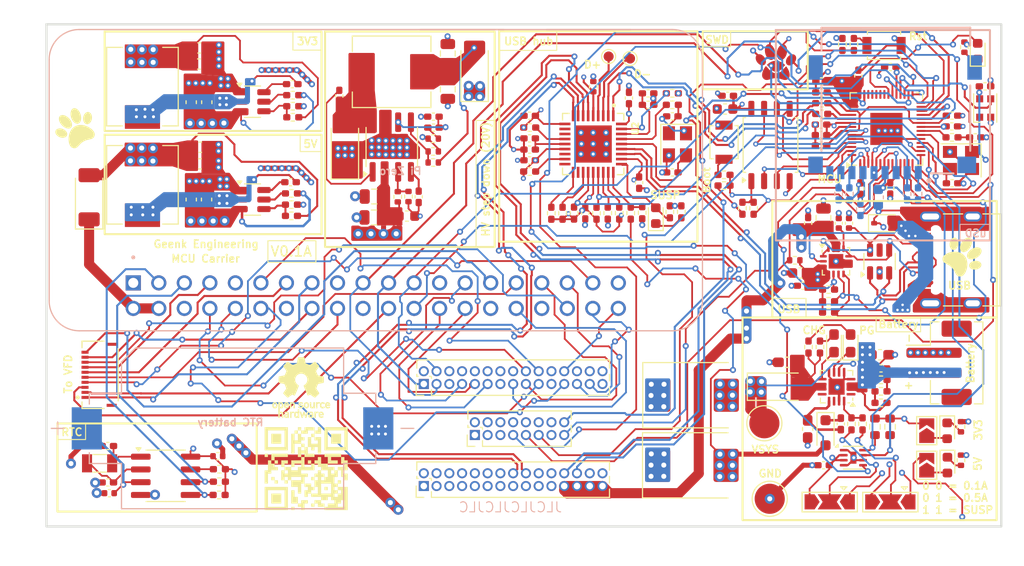
<source format=kicad_pcb>
(kicad_pcb (version 20240108) (generator "pcbnew") (generator_version "8.0")
  (layers (0 "F.Cu" signal) (1 "In1.Cu" signal) (2 "In2.Cu" signal) (31 "B.Cu" signal) (34 "B.Paste" user) (35 "F.Paste" user) (36 "B.SilkS" user "B.Silkscreen") (37 "F.SilkS" user "F.Silkscreen") (38 "B.Mask" user) (39 "F.Mask" user) (44 "Edge.Cuts" user))
  (net 0 "")
  (net 1 "Net-(BT1-+)")
  (net 2 "GND")
  (net 3 "Net-(U1-XIN)")
  (net 4 "Net-(C2-Pad2)")
  (net 5 "1V1")
  (net 6 "3V3")
  (net 7 "VSYS")
  (net 8 "5V")
  (net 9 "BATT_MONITOR")
  (net 10 "VBAT")
  (net 11 "B+")
  (net 12 "VCONN")
  (net 13 "CC1")
  (net 14 "CC2")
  (net 15 "EXT_PWR")
  (net 16 "Net-(U10-BOOT)")
  (net 17 "Net-(U10-SS)")
  (net 18 "Net-(U10-COMP)")
  (net 19 "Net-(C56-Pad2)")
  (net 20 "Net-(D1-K)")
  (net 21 "HUB_SUSP")
  (net 22 "RGB_DIN")
  (net 23 "RGB_DOUT")
  (net 24 "Net-(D4-K)")
  (net 25 "LED")
  (net 26 "Net-(D6-K)")
  (net 27 "VBUS")
  (net 28 "Net-(D9-K)")
  (net 29 "Net-(D14-A)")
  (net 30 "uSD_CMD")
  (net 31 "uSD_CLK")
  (net 32 "uSD_DAT3")
  (net 33 "uSD_DAT1")
  (net 34 "uSD_DAT2")
  (net 35 "uSD_DAT0")
  (net 36 "RUN")
  (net 37 "SWD_RP2040")
  (net 38 "SWCLK_RP2040")
  (net 39 "EXTRA_USB3_D+")
  (net 40 "EXTRA_USB4_D-")
  (net 41 "EXTRA_USB4_D+")
  (net 42 "LAT")
  (net 43 "SCLK_INTER")
  (net 44 "RPI0_GPIO20")
  (net 45 "RP2040_CE")
  (net 46 "SIN")
  (net 47 "RTC_SDA")
  (net 48 "MOSI_INTER")
  (net 49 "RPI0_GPIO17")
  (net 50 "RPI0_GPIO12")
  (net 51 "GSIN")
  (net 52 "GLAT")
  (net 53 "RPI0_GPIO18")
  (net 54 "RPI0_GPIO0")
  (net 55 "MISO_INTER")
  (net 56 "RPI0_GPIO19")
  (net 57 "GCLK")
  (net 58 "SOUT")
  (net 59 "RPI0_GPIO7")
  (net 60 "GSOUT")
  (net 61 "RPI0_GPIO14")
  (net 62 "BLK")
  (net 63 "RPI0_GPIO1")
  (net 64 "GSBLK")
  (net 65 "RTC_SCL")
  (net 66 "RPI0_GPIO13")
  (net 67 "RPI0_GPIO15")
  (net 68 "RPI0_GPIO21")
  (net 69 "CLK")
  (net 70 "UP_D-")
  (net 71 "UP_D+")
  (net 72 "RPI0_GPIO5")
  (net 73 "RPI0_GPIO4")
  (net 74 "RPI0_GPIO6")
  (net 75 "RP2040_GPIO11")
  (net 76 "RP2040_GPIO28")
  (net 77 "ONEWIRE_DETECT")
  (net 78 "RP2040_GPIO27")
  (net 79 "RP2040_GPIO12")
  (net 80 "RP2040_GPIO10")
  (net 81 "RP2040_GPIO29")
  (net 82 "/2040_D+")
  (net 83 "RP2040_D+")
  (net 84 "RP2040_D-")
  (net 85 "/2040_D-")
  (net 86 "Net-(U1-XOUT)")
  (net 87 "QSPI_SS")
  (net 88 "CHRG_CTRL_1")
  (net 89 "CHRG_CTRL_2")
  (net 90 "BATT_SDA")
  (net 91 "BATT_SCL")
  (net 92 "Net-(U10-EN)")
  (net 93 "HUB_SDA")
  (net 94 "HUB_SCL")
  (net 95 "HUB_RST")
  (net 96 "PD_SDA")
  (net 97 "PD_SCL")
  (net 98 "PD_INT")
  (net 99 "Net-(U10-VSENSE)")
  (net 100 "RPI0_D+")
  (net 101 "RPI0_D-")
  (net 102 "BATT_INT")
  (net 103 "QSPI_SD0")
  (net 104 "QSPI__SD1")
  (net 105 "QSPI_SD3")
  (net 106 "QSPI_SCLK")
  (net 107 "QSPI_SD2")
  (net 108 "BAT_TEMP")
  (net 109 "Net-(U2-XTAL1)")
  (net 110 "Net-(C5-Pad2)")
  (net 111 "Net-(U2-PLLFILT)")
  (net 112 "Net-(U2-CRFILT)")
  (net 113 "Net-(U5-OSCI)")
  (net 114 "Net-(U5-OSCO)")
  (net 115 "Net-(D10-A)")
  (net 116 "Net-(U11-IN)")
  (net 117 "Net-(U7-VBST)")
  (net 118 "Net-(U7-SW)")
  (net 119 "Net-(U8-SW)")
  (net 120 "Net-(U8-VBST)")
  (net 121 "Net-(D3-K)")
  (net 122 "Net-(D3-A)")
  (net 123 "Net-(D7-A)")
  (net 124 "Net-(D11-K)")
  (net 125 "Net-(D11-A)")
  (net 126 "Net-(D12-A)")
  (net 127 "Net-(D12-K)")
  (net 131 "Net-(J5-3V3-Pad1)")
  (net 133 "Net-(R3-Pad2)")
  (net 134 "Net-(U2-XTAL2)")
  (net 135 "Net-(R11-Pad2)")
  (net 136 "Net-(U2-VBUS_DET)")
  (net 137 "Net-(U2-RBIAS)")
  (net 138 "Net-(U2-CFG_SEL1)")
  (net 139 "Net-(U2-OCS4)")
  (net 140 "Net-(U2-OCS3)")
  (net 141 "Net-(U2-OCS2)")
  (net 142 "Net-(U2-OCS1)")
  (net 143 "Net-(U6-~{CS})")
  (net 144 "Net-(U5-~{INTA})")
  (net 145 "Net-(R38-Pad2)")
  (net 146 "Net-(U11-ISET)")
  (net 147 "Net-(U7-EN)")
  (net 148 "Net-(U8-EN)")
  (net 149 "Net-(U7-VFB)")
  (net 150 "Net-(U8-VFB)")
  (net 159 "EXTRA_USB3_D-")
  (net 163 "Net-(D15-K)")
  (net 164 "Net-(D15-A)")
  (footprint "Resistor_SMD:R_0402_1005Metric_Pad0.72x0.64mm_HandSolder" (layer "F.Cu") (at 219.5424 99.8165)
    (property "Reference" "R25" (hide yes))
    (property "Value" "10k")
  )
  (footprint "Capacitor_SMD:C_0402_1005Metric_Pad0.74x0.62mm_HandSolder" (layer "F.Cu") (at 225.6877 77.6478 180)
    (property "Reference" "C63" (hide yes))
    (property "Value" "0.1uF")
  )
  (footprint "Resistor_SMD:R_0402_1005Metric_Pad0.72x0.64mm_HandSolder" (layer "F.Cu") (at 221.8239 113.190082 -90)
    (property "Reference" "R42" (hide yes))
    (property "Value" "3.9k")
  )
  (footprint "Resistor_SMD:R_0402_1005Metric_Pad0.72x0.64mm_HandSolder" (layer "F.Cu") (at 204.0007 80.2773)
    (property "Reference" "R14" (hide yes))
    (property "Value" "12k")
  )
  (footprint "Capacitor_SMD:C_0402_1005Metric_Pad0.74x0.62mm_HandSolder" (layer "F.Cu") (at 189.8055 84.7598 180)
    (property "Reference" "C14" (hide yes))
    (property "Value" "1uF")
  )
  (footprint "LED_SMD:LED_0603_1608Metric_Pad1.05x0.95mm_HandSolder" (layer "F.Cu") (at 220.0864 105.171082 90)
    (property "Reference" "D11" (hide yes))
    (property "Value" "LED")
  )
  (footprint "Capacitor_SMD:C_0402_1005Metric_Pad0.74x0.62mm_HandSolder" (layer "F.Cu") (at 180.2297 82.6008 180)
    (property "Reference" "C51" (hide yes))
    (property "Value" "39pF")
  )
  (footprint "Diode_SMD:D_SOD-323" (layer "F.Cu") (at 225.1304 93.2125)
    (property "Reference" "D5" (hide yes))
    (property "Value" "SP4020")
  )
  (footprint "Capacitor_SMD:C_0402_1005Metric_Pad0.74x0.62mm_HandSolder" (layer "F.Cu") (at 218.8464 79.0956 180)
    (property "Reference" "C23" (hide yes))
    (property "Value" "0.1uF")
  )
  (footprint "Capacitor_SMD:C_0402_1005Metric_Pad0.74x0.62mm_HandSolder" (layer "F.Cu") (at 200.6987 89.1673 -90)
    (property "Reference" "C10" (hide yes))
    (property "Value" "0.1uF")
  )
  (footprint "Capacitor_SMD:C_0805_2012Metric" (layer "F.Cu") (at 174.3202 92.6338 180)
    (property "Reference" "C39" (hide yes))
    (property "Value" "4.7uF")
  )
  (footprint "Capacitor_SMD:C_0402_1005Metric_Pad0.74x0.62mm_HandSolder" (layer "F.Cu") (at 201.5877 80.2773)
    (property "Reference" "C6" (hide yes))
    (property "Value" "0.1uF")
  )
  (footprint "Capacitor_SMD:C_0603_1608Metric" (layer "F.Cu") (at 157.0244 85.645 180)
    (property "Reference" "C54" (hide yes))
    (property "Value" "22uF")
  )
  (footprint "Capacitor_SMD:C_0402_1005Metric_Pad0.74x0.62mm_HandSolder" (layer "F.Cu") (at 195.3393 92.2165 -90)
    (property "Reference" "C13" (hide yes))
    (property "Value" "0.1uF")
  )
  (footprint "Resistor_SMD:R_0402_1005Metric_Pad0.72x0.64mm_HandSolder" (layer "F.Cu") (at 166.2366 82.6592 180)
    (property "Reference" "R52" (hide yes))
    (property "Value" "33K")
  )
  (footprint "Resistor_SMD:R_0402_1005Metric" (layer "F.Cu") (at 216.1814 96.901 180)
    (property "Reference" "R16" (hide yes))
    (property "Value" "1k")
  )
  (footprint "Package_SO:SOIC-8_5.23x5.23mm_P1.27mm" (layer "F.Cu") (at 213.7664 85.4202 90)
    (property "Reference" "U6" (hide yes))
    (property "Value" "W25Q32JVSS")
  )
  (footprint "Capacitor_SMD:C_0402_1005Metric_Pad0.74x0.62mm_HandSolder" (layer "F.Cu") (at 180.2384 83.693 180)
    (property "Reference" "C56" (hide yes))
    (property "Value" "4.7nF")
  )
  (footprint "Resistor_SMD:R_0402_1005Metric" (layer "F.Cu") (at 180.213 87.1648 180)
    (property "Reference" "R56" (hide yes))
    (property "Value" "10k")
  )
  (footprint "Resistor_SMD:R_0402_1005Metric_Pad0.72x0.64mm_HandSolder" (layer "F.Cu") (at 197.5745 92.2032 -90)
    (property "Reference" "R15" (hide yes))
    (property "Value" "10k")
  )
  (footprint "Resistor_SMD:R_0402_1005Metric_Pad0.72x0.64mm_HandSolder" (layer "F.Cu") (at 189.8055 88.0618 180)
    (property "Reference" "R23" (hide yes))
    (property "Value" "10k")
  )
  (footprint "Capacitor_SMD:C_0402_1005Metric_Pad0.74x0.62mm_HandSolder" (layer "F.Cu") (at 217.0024 99.4355 180)
    (property "Reference" "C25" (hide yes))
    (property "Value" "0.1uF")
  )
  (footprint "Inductor_SMD:L_Chilisin_BMRB00060612" (layer "F.Cu") (at 151.2816 79.6092 90)
    (property "Reference" "L1" (hide yes))
    (property "Value" "3.3uH")
  )
  (footprint "Capacitor_SMD:C_0402_1005Metric_Pad0.74x0.62mm_HandSolder" (layer "F.Cu") (at 166.016 89.1248 180)
    (property "Reference" "C50" (hide yes))
    (property "Value" "0.1uF")
  )
  (footprint "Jumper:SolderJumper-3_P2.0mm_Open_TrianglePad1.0x1.5mm" (layer "F.Cu") (at 219.6592 120.9548 180)
    (property "Reference" "JP3" (hide yes))
    (property "Value" "SolderJumper_3_Open")
  )
  (footprint "Capacitor_SMD:C_0402_1005Metric" (layer "F.Cu") (at 220.5584 93.2125 90)
    (property "Reference" "C33" (hide yes))
    (property "Value" "300pF")
  )
  (footprint "Capacitor_SMD:C_0402_1005Metric_Pad0.74x0.62mm_HandSolder" (layer "F.Cu") (at 166.1841 79.3592 180)
    (property "Reference" "C49" (hide yes))
    (property "Value" "0.1uF")
  )
  (footprint "Resistor_SMD:R_0402_1005Metric" (layer "F.Cu") (at 196.1388 79.6046 90)
    (property "Reference" "C16" (hide yes))
    (property "Value" "1uF")
  )
  (footprint "TestPoint:TestPoint_Pad_D1.0mm" (layer "F.Cu") (at 197.6628 76.6064 180)
    (property "Reference" "TP3" (hide yes))
    (property "Value" "RPI0_D+")
  )
  (footprint "Capacitor_SMD:C_0402_1005Metric_Pad0.74x0.62mm_HandSolder" (layer "F.Cu") (at 189.8055 86.9442 180)
    (property "Reference" "C7" (hide yes))
    (property "Value" "0.1uF")
  )
  (footprint "Diode_SMD:D_SOD-323_HandSoldering" (layer "F.Cu") (at 219.2419 114.079082 -90)
    (property "Reference" "D9" (hide yes))
    (property "Value" "PMEG4010CEJ")
  )
  (footprint "Connector_PinHeader_1.27mm:PinHeader_2x15_P1.27mm_Vertical" (layer "F.Cu") (at 179.2732 109.22 90)
    (property "Reference" "J7" (hide yes))
    (property "Value" "Conn_02x15_Odd_Even")
  )
  (footprint "Paw-Connect:Paw-Connect_RevA_TC2030-IDC-NL_2x03_P1.27mm_Vertical" (layer "F.Cu") (at 213.9812 77.5022)
    (property "Reference" "J1" (hide yes))
    (property "Value" "Conn_ARM_SWD_TagConnect_TC2030-NL")
  )
  (footprint "Resistor_SMD:R_0402_1005Metric_Pad0.72x0.64mm_HandSolder" (layer "F.Cu") (at 166.1055 92.4776 180)
    (property "Reference" "R54" (hide yes))
    (property "Value" "55K")
  )
  (footprint "Resistor_SMD:R_0402_1005Metric_Pad0.72x0.64mm_HandSolder" (layer "F.Cu") (at 194.2217 92.2044 -90)
    (property "Reference" "R19" (hide yes))
    (property "Value" "10k")
  )
  (footprint "Paw-Connect:Paw-Connect_Silk_Full" (layer "F.Cu") (at 144.625781 83.683622 30)
    (property "Reference" "G**" (hide yes))
    (property "Value" "Paw-Connect_Silk_Full")
  )
  (footprint "Capacitor_SMD:C_0402_1005Metric_Pad0.74x0.62mm_HandSolder" (layer "F.Cu") (at 219.0519 117.308082 180)
    (property "Reference" "C57" (hide yes))
    (property "Value" "0.1uF")
  )
  (footprint "Paw-Connect:Paw-Connect_Silk_Full" (layer "F.Cu") (at 232.919777 96.481477 -45)
    (property "Reference" "G**" (hide yes))
    (property "Value" "Paw-Connect_Silk_Full")
  )
  (footprint "Jumper:SolderJumper-3_P2.0mm_Open_TrianglePad1.0x1.5mm" (layer "F.Cu") (at 225.689 120.9603 180)
    (property "Reference" "JP4" (hide yes))
    (property "Value" "SolderJumper_3_Open")
  )
  (footprint "Capacitor_SMD:C_0402_1005Metric_Pad0.74x0.62mm_HandSolder" (layer "F.Cu") (at 204.0007 88.1513)
    (property "Reference" "C4" (hide yes))
    (property "Value" "14pF")
  )
  (footprint "Resistor_SMD:R_0402_1005Metric_Pad0.72x0.64mm_HandSolder" (layer "F.Cu") (at 219.5424 102.1025)
    (property "Reference" "R29" (hide yes))
    (property "Value" "10k")
  )
  (footprint "Capacitor_SMD:C_0402_1005Metric_Pad0.74x0.62mm_HandSolder" (layer "F.Cu") (at 178.7652 90.5804 -90)
    (property "Reference" "C47" (hide yes))
    (property "Value" "0.01uF")
  )
  (footprint "Resistor_SMD:R_0402_1005Metric_Pad0.72x0.64mm_HandSolder" (layer "F.Cu") (at 212.09 91.7194 -90)
    (property "Reference" "R35" (hide yes))
    (property "Value" "1K")
  )
  (footprint "Capacitor_SMD:C_0805_2012Metric" (layer "F.Cu") (at 181.6608 76.3168 90)
    (property "Reference" "C55" (hide yes))
    (property "Value" "33uF")
  )
  (footprint "Resistor_SMD:R_0402_1005Metric_Pad0.72x0.64mm_HandSolder" (layer "F.Cu") (at 210.9724 91.7194 -90)
    (property "Reference" "R36" (hide yes))
    (property "Value" "10K")
  )
  (footprint "Capacitor_SMD:C_0603_1608Metric" (layer "F.Cu") (at 156.1316 81.1592 -90)
    (property "Reference" "C40" (hide yes))
    (property "Value" "10uF")
  )
  (footprint "Connector_JST:JST_PH_B2B-PH-SM4-TB_1x02-1MP_P2.00mm_Vertical" (layer "F.Cu") (at 230.5384 107.1118 -90)
    (property "Reference" "J9" (hide yes))
    (property "Value" "Conn_01x02_Socket")
  )
  (footprint "Resistor_SMD:R_0402_1005Metric_Pad0.72x0.64mm_HandSolder" (layer "F.Cu") (at 166.1055 91.36)
    (property "Reference" "R55" (hide yes))
    (property "Value" "10k")
  )
  (footprint "Resistor_SMD:R_0402_1005Metric_Pad0.72x0.64mm_HandSolder" (layer "F.Cu") (at 209.1436 89.4588)
    (property "Reference" "R10" (hide yes))
    (property "Value" "100k")
  )
  (footprint "Resistor_SMD:R_0402_1005Metric_Pad0.72x0.64mm_HandSolder" (layer "F.Cu") (at 193.0787 92.2153 -90)
    (property "Reference" "R21" (hide yes))
    (property "Value" "10k")
  )
  (footprint "Button_Switch_SMD:SW_SPST_B3U-1000P" (layer "F.Cu") (at 209.1436 85.1408 90)
    (property "Reference" "SW2" (hide yes))
    (property "Value" "SW_Push")
  )
  (footprint "LED_SMD:LED_0603_1608Metric" (layer "F.Cu") (at 234.37945 76.08465 90)
    (property "Reference" "D4" (hide yes))
    (property "Value" "LED")
  )
  (footprint "Resistor_SMD:R_0402_1005Metric_Pad0.72x0.64mm_HandSolder" (layer "F.Cu") (at 166.2316 80.4592 180)
    (property "Reference" "R43" (hide yes))
    (property "Value" "10k")
  )
  (footprint "Resistor_SMD:R_0402_1005Metric_Pad0.72x0.64mm_HandSolder" (layer "F.Cu") (at 218.6894 105.538082 -90)
    (property "Reference" "R50" (hide yes))
    (property "Value" "1K")
  )
  (footprint "Package_DFN_QFN:DFN-8-1EP_2x2mm_P0.5mm_EP0.6x1.2mm" (layer "F.Cu") (at 222.0144 116.558082)
    (property "Reference" "U9" (hide yes))
    (property "Value" "MAX17048G_T10")
  )
  (footprint "Resistor_SMD:R_0402_1005Metric_Pad0.72x0.64mm_HandSolder" (layer "F.Cu") (at 191.9611 92.2153 -90)
    (property "Reference" "R22" (hide yes))
    (property "Value" "10k")
  )
  (footprint "LED_SMD:LED_0603_1608Metric" (layer "F.Cu") (at 202.3557 92.4584 90)
    (property "Reference" "D1" (hide yes))
    (property "Value" "LED")
  )
  (footprint "Inductor_SMD:L_Chilisin_BMRB00060612" (layer "F.Cu") (at 176.0728 78.1304)
    (property "Reference" "L3" (hide yes))
    (property "Value" "6.8uH")
  )
  (footprint "Capacitor_SMD:C_0402_1005Metric_Pad0.74x0.62mm_HandSolder" (layer "F.Cu") (at 231.8258 82.4992)
    (property "Reference" "C15" (hide yes))
    (property "Value" "1uF")
  )
  (footprint "Resistor_SMD:R_0402_1005Metric" (layer "F.Cu") (at 233.05865 75.67825 90)
    (property "Reference" "R20" (hide yes))
    (property "Value" "1k")
  )
  (footprint "Symbol:OSHW-Logo_5.7x6mm_SilkScreen" (layer "F.Cu") (at 167.075 109.575)
    (property "Reference" "REF**" (hide yes))
    (property "Value" "OSHW-Logo_5.7x6mm_SilkScreen" (hide yes))
  )
  (footprint "Diode_SMD:D_SOD-128" (layer "F.Cu") (at 214.6254 109.489082)
    (property "Reference" "D13" (hide yes))
    (property "Value" "CMS04")
  )
  (footprint "LED_SMD:LED_0603_1608Metric_Pad1.05x0.95mm_HandSolder" (layer "F.Cu") (at 221.7374 105.171082 90)
    (property "Reference" "D12" (hide yes))
    (property "Value" "LED")
  )
  (footprint "Capacitor_SMD:C_0402_1005Metric" (layer "F.Cu") (at 221.5744 93.2099 90)
    (property "Reference" "C35" (hide yes))
    (property "Value" "300pF")
  )
  (footprint "Capacitor_SMD:C_0402_1005Metric" (layer "F.Cu") (at 158.7832 116.4082)
    (property "Reference" "C31" (hide yes))
    (property "Value" "0.1uF")
  )
  (footprint "Resistor_SMD:R_0402_1005Metric_Pad0.72x0.64mm_HandSolder" (layer "F.Cu") (at 224.7619 109.951082)
    (property "Reference" "R39" (hide yes))
    (property "Value" "2M")
  )
  (footprint "LED_SMD:LED_0603_1608Metric" (layer "F.Cu") (at 231.3686 117.2973 -90)
    (property "Reference" "D15" (hide yes))
    (property "Value" "LED")
  )
  (footprint "Capacitor_SMD:C_0402_1005Metric_Pad0.74x0.62mm_HandSolder" (layer "F.Cu") (at 199.6827 80.7432 90)
    (property "Reference" "C62" (hide yes))
    (property "Value" "0.1uF")
  )
  (footprint "Resistor_SMD:R_0402_1005Metric_Pad0.72x0.64mm_HandSolder" (layer "F.Cu") (at 220.92135 75.40655 -90)
    (property "Reference" "R2" (hide yes))
    (property "Value" "100k")
  )
  (footprint "Capacitor_SMD:C_0402_1005Metric_Pad0.74x0.62mm_HandSolder" (layer "F.Cu") (at 218.7956 85.471 180)
    (property "Reference" "C11" (hide yes))
    (property "Value" "0.1uF")
  )
  (footprint "TestPoint:TestPoint_Pad_D3.0mm" (layer "F.Cu") (at 213.6902 120.65 180)
    (property "Reference" "TP2" (hide yes))
    (property "Value" "GND")
  )
  (footprint "Capacitor_SMD:C_0603_1608Metric" (layer "F.Cu") (at 157.6816 81.1592 90)
    (property "Reference" "C43" (hide yes))
    (property "Value" "10uF")
  )
  (footprint "Resistor_SMD:R_0402_1005Metric_Pad0.72x0.64mm_HandSolder" (layer "F.Cu") (at 224.7619 111.094082 180)
    (property "Reference" "R38" (hide yes))
    (property "Value" "2M")
  )
  (footprint "Capacitor_SMD:C_0402_1005Metric" (layer "F.Cu") (at 147.9882 120.0912 180)
    (property "Reference" "C34" (hide yes))
    (property "Value" "0.1uF")
  )
  (footprint "Resistor_SMD:R_0402_1005Metric_Pad0.72x0.64mm_HandSolder" (layer "F.Cu") (at 198.7175 92.2032 -90)
    (property "Reference" "R1" (hide yes))
    (property "Value" "100k")
  )
  (footprint "Resistor_SMD:R_0402_1005Metric_Pad0.72x0.64mm_HandSolder" (layer "F.Cu") (at 203.7527 92.0774 90)
    (property "Reference" "R4" (hide yes))
    (property "Value" "100k")
  )
  (footprint "Package_TO_SOT_SMD:SOT-23-6" (layer "F.Cu") (at 224.6224 97.0225 90)
    (property "Reference" "U3" (hide yes))
    (property "Value" "SRV05-4")
  )
  (footprint "Resistor_SMD:R_0402_1005Metric" (layer "F.Cu") (at 180.213 84.7852 180)
    (property "Reference" "R49" (hide yes))
    (property "Value" "1.9k")
  )
  (footprint "Capacitor_SMD:C_0402_1005Metric_Pad0.74x0.62mm_HandSolder" (layer "F.Cu") (at 218.7956 84.4296 180)
    (property "Reference" "C17" (hide yes))
    (property "Value" "1uF")
  )
  (footprint "Capacitor_SMD:C_0402_1005Metric_Pad0.74x0.62mm_HandSolder" (layer "F.Cu") (at 225.679 89.7382 -90)
    (property "Reference" "C21" (hide yes))
    (property "Value" "0.1uF")
  )
  (footprint "Capacitor_SMD:C_0402_1005Metric_Pad0.74x0.62mm_HandSolder" (layer "F.Cu") (at 170.8658 80.5434 90)
    (property "Reference" "C46" (hide yes))
    (property "Value" "0.1uF")
  )
  (footprint "TestPoint:TestPoint_Pad_D3.0mm" (layer "F.Cu") (at 213.1568 113.1316 180)
    (property "Reference" "TP1" (hide yes))
    (property "Value" "VSYS")
  )
  (footprint "Capacitor_SMD:C_0603_1608Metric_Pad1.08x0.95mm_HandSolder" (layer "F.Cu") (at 224.6644 106.308082 180)
    (property "Reference" "C61" (hide yes))
    (property "Value" "4.7uF")
  )
  (footprint "Resistor_SMD:R_0402_1005Metric_Pad0.72x0.64mm_HandSolder" (layer "F.Cu") (at 158.9356 118.9482)
    (property "Reference" "R32" (hide yes))
    (property "Value" "10k")
  )
  (footprint "LED_SMD:LED_WS2812B-2020_PLCC4_2.0x2.0mm" (layer "F.Cu") (at 235.1278 81.7372 90)
    (property "Reference" "D2" (hide yes))
    (property "Value" "WS2812B-2020")
  )
  (footprint "Resistor_SMD:R_0402_1005Metric_Pad0.72x0.64mm_HandSolder" (layer "F.Cu") (at 158.9102 120.269 180)
    (property "Reference" "R34" (hide yes))
    (property "Value" "10k")
  )
  (footprint "Capacitor_SMD:C_0402_1005Metric_Pad0.74x0.62mm_HandSolder" (layer "F.Cu") (at 147.8358 115.3922 180)
    (property "Reference" "C26" (hide yes))
    (property "Value" "15pF")
  )
  (footprint "Resistor_SMD:R_0402_1005Metric_Pad0.72x0.64mm_HandSolder" (layer "F.Cu") (at 218.8631 82.3214)
    (property "Reference" "R5" (hide yes))
    (property "Value" "27.4R")
  )
  (footprint "Capacitor_SMD:C_0402_1005Metric_Pad0.74x0.62mm_HandSolder" (layer "F.Cu") (at 218.7956 83.3882 180)
    (property "Reference" "C18" (hide yes))
    (property "Value" "0.1uF")
  )
  (footprint "USB2514B-I_M2:QFN50P600X600X100-37N" (layer "F.Cu") (at 196.1267 85.3241 -90)
    (property "Reference" "U2")
    (property "Value" "USB2514B_M2")
  )
  (footprint "Capacitor_SMD:C_0402_1005Metric_Pad0.74x0.62mm_HandSolder" (layer "F.Cu") (at 147.8358 119.0244 180)
    (property "Reference" "C27" (hide yes))
    (property "Value" "15pF")
  )
  (footprint "Diode_SMD:D_SOD-128" (layer "F.Cu") (at 184.3278 77.9272 90)
    (property "Reference" "D14" (hide yes))
    (property "Value" "CMS04")
  )
  (footprint "Crystal:Crystal_SMD_3225-4Pin_3.2x2.5mm" (layer "F.Cu") (at 204.5087 85.3573 -90)
    (property "Reference" "Y2" (hide yes))
    (property "Value" "24MHz")
  )
  (footprint "Resistor_SMD:R_0402_1005Metric" (layer "F.Cu") (at 176.6824 90.5784 90)
    (property "Reference" "R46" (hide yes))
    (property "Value" "332K")
  )
  (footprint "Resistor_SMD:R_0402_1005Metric_Pad0.72x0.64mm_HandSolder" (layer "F.Cu") (at 222.9249 113.190082 90)
    (property "Reference" "R41" (hide yes))
    (property "Value" "10K")
  )
  (footprint "Capacitor_SMD:C_0603_1608Metric" (layer "F.Cu") (at 216.7484 98.1655 180)
    (property "Reference" "C28" (hide yes))
    (property "Value" "1uF")
  )
  (footprint "Resistor_SMD:R_0402_1005Metric_Pad0.72x0.64mm_HandSolder" (layer "F.Cu") (at 201.0035 92.1669 -90)
    (property "Reference" "R13" (hide yes))
    (property "Value" "100k")
  )
  (footprint "Resistor_SMD:R_0402_1005Metric_Pad0.72x0.64mm_HandSolder" (layer "F.Cu") (at 219.5424 100.9875)
    (property "Reference" "R27" (hide yes))
    (property "Value" "10k")
  )
  (footprint "Diode_SMD:D_SOD-128" (layer "F.Cu") (at 171.4246 85.6586 90)
    (property "Reference" "D10" (hide yes))
    (property "Value" "CMS04")
  )
  (footprint "Package_DFN_QFN:VQFN-16-1EP_3x3mm_P0.5mm_EP1.6x1.6mm" (layer "F.Cu") (at 220.3404 109.489082 180)
    (property "Reference" "U11" (hide yes))
    (property "Value" "BQ24075RGT")
  )
  (footprint "Connector_PinHeader_1.27mm:PinHeader_2x08_P1.27mm_Vertical" (layer "F.Cu") (at 184.3532 114.3 90)
    (property "Reference" "J8" (hide yes))
    (property "Value" "Conn_02x08_Odd_Even")
  )
  (footprint "Capacitor_SMD:C_0603_1608Metric" (layer "F.Cu") (at 156.9984 87.296 180)
    (property "Reference" "C59" (hide yes))
    (property "Value" "22uF")
  )
  (footprint "Connector_PinHeader_1.27mm:PinHeader_2x15_P1.27mm_Vertical" (layer "F.Cu") (at 179.2732 119.38 90)
    (property "Reference" "J6" (hide yes))
    (property "Value" "Conn_02x15_Odd_Even")
  )
  (footprint "Capacitor_SMD:C_0402_1005Metric_Pad0.74x0.62mm_HandSolder" (layer "F.Cu") (at 235.1111 79.5782)
    (property "Reference" "C19" (hide yes))
    (property "Value" "0.1uF")
  )
  (footprint "Crystal:Crystal_SMD_3225-4Pin_3.2x2.5mm" (layer "F.Cu") (at 232.7226 86.956 180)
    (property "Reference" "Y1" (hide yes))
    (property "Value" "24MHz")
  )
  (footprint "Capacitor_SMD:C_0603_1608Metric_Pad1.08x0.95mm_HandSolder" (layer "F.Cu") (at 215.4144 107.058082)
    (property "Reference" "C52" (hide yes))
    (property "Value" "4.7uF")
  )
  (footprint "Capacitor_SMD:C_0402_1005Metric_Pad0.74x0.62mm_HandSolder" (layer "F.Cu") (at 222.504 78.5368 90)
    (property "Reference" "C24" (hide yes))
    (property "Value" "0.1uF")
  )
  (footprint "Capacitor_SMD:C_0805_2012Metric" (layer "F.Cu") (at 219.0344 92.7045 90)
    (property "Reference" "C32" (hide yes))
    (property "Value" "20uF")
  )
  (footprint "Resistor_SMD:R_0402_1005Metric_Pad0.72x0.64mm_HandSolder" (layer "F.Cu") (at 209.1436 88.392 180)
    (property "Reference" "R11" (hide yes))
    (property "Value" "1k")
  )
  (footprint "Resistor_SMD:R_0402_1005Metric_Pad0.72x0.64mm_HandSolder" (layer "F.Cu") (at 218.8631 81.2546 180)
    (property "Reference" "R6" (hide yes))
    (property "Value" "27.4R")
  )
  (footprint "Inductor_SMD:L_Chilisin_BMRB00060612" (layer "F.Cu") (at 151.2824 89.385 90)
    (property "Reference" "L2" (hide yes))
    (property "Value" "4.7uH")
  )
  (footprint "Resistor_SMD:R_0603_1608Metric" (layer "F.Cu") (at 224.1644 113.483082 90)
    (property "Reference" "R45" (hide yes))
    (property "Value" "10k")
  )
  (footprint "Resistor_SMD:R_0402_1005Metric_Pad0.72x0.64mm_HandSolder" (layer "F.Cu") (at 222.06435 75.40655 90)
    (property "Reference" "R3" (hide yes))
    (property "Value" "1k")
  )
  (footprint "Capacitor_SMD:C_0402_1005Metric_Pad0.74x0.62mm_HandSolder" (layer "F.Cu") (at 218.8377 80.1878 180)
    (property "Reference" "C8" (hide yes))
    (property "Value" "0.1uF")
  )
  (footprint "Capacitor_SMD:C_0805_2012Metric" (layer "F.Cu") (at 174.3456 90.551 180)
    (property "Reference" "C42" (hide yes))
    (property "Value" "4.7uF")
  )
  (footprint "Resistor_SMD:R_0402_1005Metric" (layer "F.Cu") (at 232.7148 113.4776 90)
    (property "Reference" "R18" (hide yes))
    (property "Value" "1k")
  )
  (footprint "Resistor_SMD:R_0402_1005Metric" (layer "F.Cu") (at 232.7148 116.8126 90)
    (property "Reference" "R58" (hide yes))
    (property "Value" "1k")
  )
  (footprint "Capacitor_SMD:C_0402_1005Metric_Pad0.74x0.62mm_HandSolder" (layer "F.Cu") (at 222.7072 89.7636 -90)
    (property "Reference" "C20" (hide yes))
    (property "Value" "0.1uF")
  )
  (footprint "Resistor_SMD:R_0603_1608Metric" (layer "F.Cu") (at 225.6644 113.483082 90)
    (property "Reference" "R48" (hide yes))
    (property "Value" "10k")
  )
  (footprint "Resistor_SMD:R_0402_1005Metric_Pad0.72x0.64mm_HandSolder" (layer "F.Cu") (at 189.8101 83.6809 180)
    (property "Reference" "R24" (hide yes))
    (property "Value" "10k")
  )
  (footprint "Resistor_SMD:R_0402_1005Metric_Pad0.72x0.64mm_HandSolder" (layer "F.Cu") (at 204.8957 92.0774 90)
    (property "Reference" "R7" (hide yes))
    (property "Value" "1k")
  )
  (footprint "TestPoint:TestPoint_Pad_D1.0mm" (layer "F.Cu") (at 199.7964 76.8096 180)
    (property "Reference" "TP4" (hide yes))
    (property "Value" "RPI0_D-")
  )
  (footprint "Jumper:SolderJumper-2_P1.3mm_Open_TrianglePad1.0x1.5mm" (layer "F.Cu") (at 229.3112 117.3088 90)
    (property "Reference" "JP2" (hide yes))
    (property "Value" "SolderJumper_2_Open")
  )
  (footprint "Capacitor_SMD:C_0603_1608Metric" (layer "F.Cu") (at 156.9066 77.3592 180)
    (property "Reference" "C53" (hide yes))
    (property "Value" "22uF")
  )
  (footprint "Capacitor_SMD:C_0603_1608Metric" (layer "F.Cu") (at 156.1354 90.852 -90)
    (property "Reference" "C41" (hide yes))
    (property "Value" "10uF")
  )
  (footprint "Button_Switch_SMD:SW_SPST_B3U-1000P" (layer "F.Cu") (at 225.06155 75.50815)
    (property "Reference" "SW1" (hide yes))
    (property "Value" "SW_Push")
  )
  (footprint "Jumper:SolderJumper-2_P1.3mm_Open_TrianglePad1.0x1.5mm" (layer "F.Cu") (at 229.3112 113.8682 90)
    (property "Reference" "JP1" (hide yes))
    (property "Value" "SolderJumper_2_Open")
  )
  (footprint "Package_TO_SOT_SMD:SOT-23-6" (layer "F.Cu") (at 162.2314 90.852)
    (property "Reference" "U8" (hide yes))
    (property "Value" "TPS562200")
  )
  (footprint "Capacitor_SMD:C_0402_1005Metric_Pad0.74x0.62mm_HandSolder" (layer "F.Cu") (at 231.8091 83.566)
    (property "Reference" "C22" (hide yes))
    (property "Value" "0.1uF")
  )
  (footprint "Capacitor_SMD:C_0603_1608Metric" (layer "F.Cu") (at 209.2452 81.8388)
    (property "Reference" "C37" (hide yes))
    (property "Value" "2.2uF")
  )
  (footprint "Capacitor_SMD:C_0402_1005Metric_Pad0.74x0.62mm_HandSolder" (layer "F.Cu") (at 189.8101 82.5125 180)
    (property "Reference" "C3" (hide yes))
    (property "Value" "0.1uF")
  )
  (footprint "Resistor_SMD:R_0402_1005Metric" (layer "F.Cu") (at 180.213 86.0638)
    (property "Reference" "R57" (hide yes))
    (property "Value" "1.9k")
  )
  (footprint "Capacitor_SMD:C_0603_1608Metric" (layer "F.Cu") (at 177.5968 92.5)
    (property "Reference" "C45" (hide yes))
    (property "Value" "0.1uF")
  )
  (footprint "Resistor_SMD:R_0402_1005Metric" (layer "F.Cu") (at 177.7492 90.553 -90)
    (property "Reference" "R47" (hide yes))
    (property "Value" "82k")
  )
  (footprint "Resistor_SMD:R_0402_1005Metric_Pad0.72x0.64mm_HandSolder" (layer "F.Cu") (at 224.7619 108.808082 180)
    (property "Reference" "R40" (hide yes))
    (property "Value" "10M")
  )
  (footprint "Resistor_SMD:R_0402_1005Metric_Pad0.72x0.64mm_HandSolder" (layer "F.Cu") (at 199.8605 92.2044 90)
    (property "Reference" "R12" (hide yes))
    (property "Value" "100k")
  )
  (footprint "Capacitor_SMD:C_0402_1005Metric_Pad0.74x0.62mm_HandSolder" (layer "F.Cu") (at 189.8055 85.8774 180)
    (property "Reference" "C12" (hide yes))
    (property "Value" "0.1uF")
  )
  (footprint "Capacitor_SMD:C_0402_1005Metric_Pad0.74x0.62mm_HandSolder" (layer "F.Cu") (at 204.0007 82.5633)
    (property "Reference" "C5" (hide yes))
    (property "Value" "14pF")
  )
  (footprint "Diode_SMD:D_SOD-128" (layer "F.Cu") (at 145.9738 90.6272 90)
    (property "Reference" "D6" (hide yes))
    (property "Value" "CMS04")
  )
  (footprint "Capacitor_SMD:C_0603_1608Metric" (layer "F.Cu") (at 157.6594 90.852 90)
    (property "Reference" "C44" (hide yes))
    (property "Value" "10uF")
  )
  (footprint "Capacitor_SMD:C_0805_2012Metric" (layer "F.Cu") (at 181.6608 79.8728 -90)
    (property "Reference" "C60" (hide yes))
    (property "Value" "33uF")
  )
  (footprint "Package_TO_SOT_SMD:SOT-23-6" (layer "F.Cu") (at 162.2316 81.1092)
    (property "Reference" "U7" (hide yes))
    (property "Value" "TPS562200")
  )
  (footprint "Capacitor_SMD:C_0402_1005Metric_Pad0.74x0.62mm_HandSolder" (layer "F.Cu") (at 234.1372 84.6582 180)
    (property "Reference" "C2" (hide yes))
    (property "Value" "14pF")
  )
  (footprint "Package_SO:SOIC-8_3.9x4.9mm_P1.27mm" (layer "F.Cu") (at 153.5904 118.364)
    (property "Reference" "U5" (hide yes))
    (property "Value" "PCF85263AT")
  )
  (footprint "5034801000:MOLEX_5034801000" (layer "F.Cu") (at 145.5682 108.3056 90)
    (property "Reference" "J4" (hide yes))
    (property "Value" "Conn_01x10")
  )
  (footprint "LED_SMD:LED_0603_1608Metric" (layer "F.Cu") (at 231.3432 113.882 -90)
    (property "Reference" "D3" (hide yes))
    (property "Value" "LED")
  )
  (footprint "Package_DFN_QFN:QFN-56-1EP_7x7mm_P0.4mm_EP3.2x3.2mm" (layer "F.Cu") (at 225.298 83.82 90)
    (property "Reference" "U1" (hide yes))
    (property "Value" "RP2040")
  )
  (footprint "Crystal:Crystal_SMD_3215-2Pin_3.2x1.5mm" (layer "F.Cu") (at 147.0176 117.1194 180)
    (property "Reference" "Y3" (hide yes))
    (property "Value" "32.768kHz ")
  )
  (footprint "Resistor_SMD:R_0402_1005Metric_Pad0.72x0.64mm_HandSolder" (layer "F.Cu") (at 158.9356 117.7036)
    (property "Reference" "R37" (hide yes))
    (property "Value" "10K")
  )
  (footprint "Capacitor_SMD:C_0603_1608Metric" (layer "F.Cu") (at 156.9316 75.7592 180)
    (property "Reference" "C58" (hide yes))
    (property "Value" "22uF")
  )
  (footprint "Capacitor_SMD:C_0402_1005Metric_Pad0.74x0.62mm_HandSolder" (layer "F.Cu") (at 224.7619 107.665082)
    (property "Reference" "C38" (hide yes))
    (property "Value" "10nF")
  )
  (footprint "Connector_USB:USB_C_Receptacle_G-Switch_GT-USB-7010ASV" (layer "F.Cu") (at 232.8154 96.8645 90)
    (property "Reference" "J2" (hide yes))
    (property "Value" "USB_C_Receptacle_USB2.0")
  )
  (footprint "Resistor_SMD:R_0402_1005Metric_Pad0.72x0.64mm_HandSolder" (layer "F.Cu") (at 166.2341 81.5592)
    (property "Reference" "R53" (hide yes))
    (property "Value" "10k")
  )
  (footprint "Package_DFN_QFN:WQFN-14-1EP_2.5x2.5mm_P0.5mm_EP1.45x1.45mm" (layer "F.Cu") (at 220.2834 97.0015)
    (property "Reference" "U4" (hide yes))
    (property "Value" "FUSB302BMPX")
  )
  (footprint "Resistor_SMD:R_0402_1005Metric_Pad0.72x0.64mm_HandSolder" (layer "F.Cu") (at 231.8258 84.6582)
    (property "Reference" "R8" (hide yes))
    (property "Value" "1K")
  )
  (footprint "Resistor_SMD:R_0402_1005Metric_Pad0.72x0.64mm_HandSolder" (layer "F.Cu") (at 217.5464 105.538082 -90)
    (property "Reference" "R51" (hide yes))
    (property "Value" "1K")
  )
  (footprint "Resistor_SMD:R_0402_1005Metric_Pad0.72x0.64mm_HandSolder" (layer "F.Cu") (at 166.1055 90.2424 180)
    (property "Reference" "R44" (hide yes))
    (property "Value" "10k")
  )
  (footprint "Package_SO:SOIC-8_3.9x4.9mm_P1.27mm" (layer "F.Cu") (at 176.087 85.6234 90)
    (property "Reference" "U10" (hide yes))
    (property "Value" "TPS54331DR")
  )
  (footprint "Diode_SMD:D_SMC" (layer "F.Cu") (at 205.9432 117.3226)
    (property "Reference" "D8" (hide yes))
    (property "Value" "SS84")
  )
  (footprint "Capacitor_SMD:C_0402_1005Metric_Pad0.74x0.62mm_HandSolder" (layer "F.Cu") (at 231.8345 89.2302 180)
    (property "Reference" "C1" (hide yes))
    (property "Value" "14pF")
  )
  (footprint "Fuse:Fuse_0402_1005Metric_Pad0.77x0.64mm_HandSolder" (layer "F.Cu") (at 220.7659 113.190082 -90)
    (property "Reference" "F1" (hide yes))
    (property "Value" "500mA")
  )
  (footprint "Diode_SMD:D_SMC" (layer "F.Cu") (at 205.9686 110.3376)
    (property "Reference" "D7" (hide yes))
    (property "Value" "SS84")
  )
  (footprint "Capacitor_SMD:C_0402_1005Metric_Pad0.74x0.62mm_HandSolder" (layer "F.Cu") (at 201.5877 81.4203)
    (property "Reference" "C9" (hide yes))
    (property "Value" "1uF")
  )
  (footprint "Capacitor_SMD:C_0402_1005Metric_Pad0.74x0.62mm_HandSolder" (layer "F.Cu") (at 217.5104 93.2125 90)
    (property "Reference" "C29" (hide yes))
    (property "Value" "0.1uF")
  )
  (footprint "Capacitor_SMD:C_0603_1608Metric_Pad1.08x0.95mm_HandSolder" (layer "F.Cu") (at 217.4639 113.698082 -90)
    (property "Reference" "C48" (hide yes))
    (property "Value" "1uF")
  )
  (footprint "Resistor_SMD:R_0402_1005Metric_Pad0.72x0.64mm_HandSolder" (layer "F.Cu") (at 196.4569 92.2165 -90)
    (property "Reference" "R17" (hide yes))
    (property "Value" "10k")
  )
  (footprint "Resistor_SMD:R_0402_1005Metric_Pad0.72x0.64mm_HandSolder" (layer "F.Cu") (at 204.0007 81.4203)
    (property "Reference" "R9" (hide yes))
    (property "Value" "1K")
  )
  (footprint "Capacitor_SMD:C_0402_1005Metric_Pad0.74x0.62mm_HandSolder" (layer "F.Cu") (at 209.5159 80.518)
    (property "Reference" "C36" (hide yes))
    (property "Value" "0.1uF")
  )
  (footprint "Capacitor_SMD:C_0603_1608Metric" (layer "B.Cu") (at 224.4852 90.6272 -90)
    (property "Reference" "C30" (hide yes))
    (property "Value" "10uF")
  )
  (footprint "footprints:TF-01A" (layer "B.Cu") (at 226.2378 81.0006)
    (property "Reference" "J3" (hide yes))
    (property "Value" "Micro_SD_Card")
  )
  (footprint "Resistor_SMD:R_0402_1005Metric_Pad0.72x0.64mm_HandSolder" (layer "B.Cu") (at 227.3554 90.2837 90)
    (property "Reference" "R28" (hide yes))
    (property "Value" "10k")
  )
  (footprint "ADA3708:MODULE_ADA3708" (layer "B.Cu") (at 174.498 88.9214)
    (property "Reference" "J5" (hide yes))
    (property "Value" "Raspberry_Pi_2_3")
  )
  (footprint "Resistor_SMD:R_0402_1005Metric_Pad0.72x0.64mm_HandSolder" (layer "B.Cu") (at 222.7072 91.8464 90)
    (property "Reference" "R30" (hide yes))
    (property "Value" "DNF")
  )
  (footprint "Resistor_SMD:R_0402_1005Metric_Pad0.72x0.64mm_HandSolder" (layer "B.Cu") (at 228.4476 90.2837 90)
    (property "Reference" "R26" (hide yes))
    (property "Value" "10k")
  )
  (footprint "Resistor_SMD:R_0402_1005Metric_Pad0.72x0.64mm_HandSolder" (layer "B.Cu") (at 220.5482 90.2837 90)
    (property "Reference" "R33" (hide yes))
    (property "Value" "10k")
  )
  (footprint "Resistor_SMD:R_0402_1005Metric_Pad0.72x0.64mm_HandSolder" (layer "B.Cu") (at 221.615 90.2849 90)
    (property "Reference" "R31" (hide yes))
    (property "Value" "10k")
  )
  (footprint "CR2032-BS-6-1:BAT_CR2032-BS-6-1" (layer "B.Cu") (at 160.2452 113.6396)
    (property "Reference" "BT1" (hide yes))
    (property "Value" "Battery_Cell")
  )
  (gr_rect (start 232.625 93.325) (end 235.6 94.925) (stroke (width 0.1)) (fill none) (layer "B.SilkS"))
  (gr_rect (start 214.3 73.975) (end 235.6 94.925) (stroke (width 0.2)) (fill none) (layer "B.SilkS"))
  (gr_poly (pts (xy 165.752083 116.490625) (xy 164.429166 116.490625) (xy 164.429166 116.821354) (xy 164.098437 116.821354) (xy 164.098437 116.159896) (xy 165.752083 116.159896)) (stroke (width -0.000001)) (fill solid) (layer "F.SilkS"))
  (gr_poly (pts (xy 167.405729 117.482813) (xy 168.067187 117.482813) (xy 168.067187 117.152084) (xy 168.397916 117.152084) (xy 168.397916 117.813542) (xy 167.075 117.813542) (xy 167.075 118.144271) (xy 167.736458 118.144271) (xy 167.736458 118.475) (xy 167.405729 118.475) (xy 167.405729 119.136459) (xy 167.075 119.136459) (xy 167.075 120.128646) (xy 166.74427 120.128646) (xy 166.74427 119.467188) (xy 166.082812 119.467188) (xy 166.082812 118.805729) (xy 167.075 118.805729) (xy 167.075 118.475) (xy 166.082812 118.475) (xy 166.082812 118.805729) (xy 165.752083 118.805729) (xy 165.752083 118.475) (xy 165.421354 118.475) (xy 165.421354 118.805729) (xy 165.090625 118.805729) (xy 165.090625 118.144271) (xy 165.421354 118.144271) (xy 165.752083 118.144271) (xy 165.752083 117.813542) (xy 165.421354 117.813542) (xy 165.421354 118.144271) (xy 165.090625 118.144271) (xy 165.090625 117.813542) (xy 165.421354 117.813542) (xy 165.421354 117.482813) (xy 166.082812 117.482813) (xy 166.082812 117.813542) (xy 166.74427 117.813542) (xy 166.74427 117.482813) (xy 167.075 117.482813) (xy 167.075 117.152084) (xy 166.413541 117.152084) (xy 166.413541 117.482813) (xy 166.082812 117.482813) (xy 166.082812 116.821354) (xy 167.075 116.821354) (xy 167.075 116.490625) (xy 167.405729 116.490625)) (stroke (width -0.000001)) (fill solid) (layer "F.SilkS"))
  (gr_rect (start 166.25 74.125) (end 169.1 75.975) (stroke (width 0.1)) (fill none) (layer "F.SilkS"))
  (gr_poly (pts (xy 164.759895 117.152084) (xy 164.429166 117.152084) (xy 164.429166 116.821354) (xy 164.759895 116.821354)) (stroke (width -0.000001)) (fill solid) (layer "F.SilkS"))
  (gr_rect (start 163.7625 94.95) (end 168.5375 97.1) (stroke (width 0.1)) (fill none) (layer "F.SilkS"))
  (gr_poly (pts (xy 165.752083 121.782292) (xy 163.436979 121.782292) (xy 163.436979 121.451562) (xy 163.767708 121.451562) (xy 165.421354 121.451562) (xy 165.421354 119.797917) (xy 163.767708 119.797917) (xy 163.767708 121.451562) (xy 163.436979 121.451562) (xy 163.436979 119.467188) (xy 165.752083 119.467188)) (stroke (width -0.000001)) (fill solid) (layer "F.SilkS"))
  (gr_poly (pts (xy 169.059375 121.120834) (xy 169.390104 121.120834) (xy 169.390104 121.451562) (xy 168.728645 121.451562) (xy 168.728645 121.120834) (xy 168.397916 121.120834) (xy 168.397916 120.790104) (xy 169.059375 120.790104)) (stroke (width -0.000001)) (fill solid) (layer "F.SilkS"))
  (gr_poly (pts (xy 164.098437 117.152084) (xy 164.429166 117.152084) (xy 164.429166 117.482813) (xy 164.759895 117.482813) (xy 164.759895 117.813542) (xy 164.098437 117.813542) (xy 164.098437 118.144271) (xy 163.767708 118.144271) (xy 163.767708 119.136459) (xy 163.436979 119.136459) (xy 163.436979 117.813542) (xy 163.767708 117.813542) (xy 163.767708 116.821354) (xy 164.098437 116.821354)) (stroke (width -0.000001)) (fill solid) (layer "F.SilkS"))
  (gr_rect (start 169.45 74.125) (end 186.325 95.575) (stroke (width 0.2)) (fill none) (layer "F.SilkS"))
  (gr_poly (pts (xy 168.397916 118.805729) (xy 168.067187 118.805729) (xy 168.067187 118.475) (xy 168.397916 118.475)) (stroke (width -0.000001)) (fill solid) (layer "F.SilkS"))
  (gr_rect (start 142.825 113.15) (end 145.625 114.75) (stroke (width 0.1)) (fill none) (layer "F.SilkS"))
  (gr_rect (start 186.775 74.1) (end 192.5 76) (stroke (width 0.1)) (fill none) (layer "F.SilkS"))
  (gr_poly (pts (xy 168.397916 121.451562) (xy 168.067187 121.451562) (xy 168.067187 121.120834) (xy 168.397916 121.120834)) (stroke (width -0.000001)) (fill solid) (layer "F.SilkS"))
  (gr_rect (start 142.825 113.15) (end 162.65 121.925) (stroke (width 0.2)) (fill none) (layer "F.SilkS"))
  (gr_rect (start 213.95 100.7) (end 217.3 102.6) (stroke (width 0.1)) (fill none) (layer "F.SilkS"))
  (gr_rect (start 184.475 82.975) (end 186.325 95.575) (stroke (width 0.1)) (fill none) (layer "F.SilkS"))
  (gr_poly (pts (xy 164.429166 118.805729) (xy 164.098437 118.805729) (xy 164.098437 118.475) (xy 164.429166 118.475)) (stroke (width -0.000001)) (fill solid) (layer "F.SilkS"))
  (gr_poly (pts (xy 165.090625 115.167709) (xy 164.098437 115.167709) (xy 164.098437 114.175521) (xy 165.090625 114.175521)) (stroke (width -0.000001)) (fill solid) (layer "F.SilkS"))
  (gr_rect (start 166.975 84.4) (end 169.1 86.075) (stroke (width 0.1)) (fill none) (layer "F.SilkS"))
  (gr_poly (pts (xy 169.059375 114.175521) (xy 168.397916 114.175521) (xy 168.397916 113.844792) (xy 168.728645 113.844792) (xy 168.728645 113.514063) (xy 169.059375 113.514063)) (stroke (width -0.000001)) (fill solid) (layer "F.SilkS"))
  (gr_poly (pts (xy 168.397916 114.50625) (xy 168.067187 114.50625) (xy 168.067187 114.175521) (xy 168.397916 114.175521)) (stroke (width -0.000001)) (fill solid) (layer "F.SilkS"))
  (gr_poly (pts (xy 166.413541 114.836979) (xy 166.74427 114.836979) (xy 166.74427 114.175521) (xy 167.075 114.175521) (xy 167.075 114.50625) (xy 167.405729 114.50625) (xy 167.405729 114.836979) (xy 167.075 114.836979) (xy 167.075 115.167709) (xy 166.413541 115.167709) (xy 166.413541 116.159896) (xy 166.082812 116.159896) (xy 166.082812 114.175521) (xy 166.413541 114.175521)) (stroke (width -0.000001)) (fill solid) (layer "F.SilkS"))
  (gr_rect (start 147.525 74.125) (end 169.1 84.025) (stroke (width 0.2)) (fill none) (layer "F.SilkS"))
  (gr_rect (start 224.275 102.575) (end 228.7 104.025) (stroke (width 0.1)) (fill none) (layer "F.SilkS"))
  (gr_poly (pts (xy 166.413541 121.782292) (xy 166.082812 121.782292) (xy 166.082812 121.451562) (xy 166.413541 121.451562)) (stroke (width -0.000001)) (fill solid) (layer "F.SilkS"))
  (gr_poly (pts (xy 169.720833 119.797917) (xy 169.390104 119.797917) (xy 169.390104 119.467188) (xy 169.720833 119.467188)) (stroke (width -0.000001)) (fill solid) (layer "F.SilkS"))
  (gr_poly (pts (xy 171.705208 115.829167) (xy 169.390104 115.829167) (xy 169.390104 115.498438) (xy 169.720833 115.498438) (xy 171.374478 115.498438) (xy 171.374478 113.844792) (xy 169.720833 113.844792) (xy 169.720833 115.498438) (xy 169.390104 115.498438) (xy 169.390104 113.514063) (xy 171.705208 113.514063)) (stroke (width -0.000001)) (fill solid) (layer "F.SilkS"))
  (gr_poly (pts (xy 171.04375 116.490625) (xy 170.051562 116.490625) (xy 170.051562 116.821354) (xy 170.71302 116.821354) (xy 170.71302 117.152084) (xy 169.720833 117.152084) (xy 169.720833 116.490625) (xy 169.390104 116.490625) (xy 169.390104 116.159896) (xy 171.04375 116.159896)) (stroke (width -0.000001)) (fill solid) (layer "F.SilkS"))
  (gr_rect (start 207.025 74.1) (end 209.8 75.625) (stroke (width 0.1)) (fill none) (layer "F.SilkS"))
  (gr_poly (pts (xy 165.752083 119.136459) (xy 165.421354 119.136459) (xy 165.421354 118.805729) (xy 165.752083 118.805729)) (stroke (width -0.000001)) (fill solid) (layer "F.SilkS"))
  (gr_rect (start 147.525 84.4) (end 169.1 94.3) (stroke (width 0.2)) (fill none) (layer "F.SilkS"))
  (gr_rect (start 186.775 74.1) (end 206.5 95.05) (stroke (width 0.2)) (fill none) (layer "F.SilkS"))
  (gr_rect (start 207.025 74.1) (end 217.475 79.875) (stroke (width 0.2)) (fill none) (layer "F.SilkS"))
  (gr_poly (pts (xy 163.767708 116.490625) (xy 163.436979 116.490625) (xy 163.436979 116.159896) (xy 163.767708 116.159896)) (stroke (width -0.000001)) (fill solid) (layer "F.SilkS"))
  (gr_poly (pts (xy 165.090625 121.120834) (xy 164.098437 121.120834) (xy 164.098437 120.128646) (xy 165.090625 120.128646)) (stroke (width -0.000001)) (fill solid) (layer "F.SilkS"))
  (gr_poly (pts (xy 171.04375 115.167709) (xy 170.051562 115.167709) (xy 170.051562 114.175521) (xy 171.04375 114.175521)) (stroke (width -0.000001)) (fill solid) (layer "F.SilkS"))
  (gr_poly (pts (xy 168.067187 117.152084) (xy 167.736458 117.152084) (xy 167.736458 116.821354) (xy 168.067187 116.821354)) (stroke (width -0.000001)) (fill solid) (layer "F.SilkS"))
  (gr_poly (pts (xy 165.752083 117.152084) (xy 165.421354 117.152084) (xy 165.421354 117.482813) (xy 165.090625 117.482813) (xy 165.090625 116.821354) (xy 165.752083 116.821354)) (stroke (width -0.000001)) (fill solid) (layer "F.SilkS"))
  (gr_rect (start 213.95 91) (end 236.275 102.6) (stroke (width 0.2)) (fill none) (layer "F.SilkS"))
  (gr_poly (pts (xy 169.059375 117.152084) (xy 169.720833 117.152084) (xy 169.720833 117.482813) (xy 170.382291 117.482813) (xy 170.382291 117.813542) (xy 170.051562 117.813542) (xy 170.051562 118.144271) (xy 170.382291 118.144271) (xy 170.382291 117.813542) (xy 170.71302 117.813542) (xy 170.71302 117.482813) (xy 171.374478 117.482813) (xy 171.374478 117.152084) (xy 171.04375 117.152084) (xy 171.04375 116.490625) (xy 171.374478 116.490625) (xy 171.374478 116.821354) (xy 171.705208 116.821354) (xy 171.705208 117.813542) (xy 171.374478 117.813542) (xy 171.374478 118.144271) (xy 171.705208 118.144271) (xy 171.705208 118.805729) (xy 171.374478 118.805729) (xy 171.374478 118.475) (xy 171.04375 118.475) (xy 171.04375 117.813542) (xy 170.71302 117.813542) (xy 170.71302 118.475) (xy 170.382291 118.475) (xy 170.382291 119.136459) (xy 170.71302 119.136459) (xy 170.71302 119.467188) (xy 170.382291 119.467188) (xy 170.382291 119.797917) (xy 170.71302 119.797917) (xy 170.71302 119.467188) (xy 171.705208 119.467188) (xy 171.705208 121.782292) (xy 169.390104 121.782292) (xy 169.390104 121.451562) (xy 169.720833 121.451562) (xy 169.720833 121.120834) (xy 170.382291 121.120834) (xy 170.71302 121.120834) (xy 170.71302 121.451562) (xy 171.374478 121.451562) (xy 171.374478 120.790104) (xy 171.04375 120.790104) (xy 171.04375 121.120834) (xy 170.71302 121.120834) (xy 170.382291 121.120834) (xy 170.382291 120.790104) (xy 170.051562 120.790104) (xy 170.051562 120.459375) (xy 170.382291 120.459375) (xy 170.71302 120.459375) (xy 170.71302 120.128646) (xy 171.04375 120.128646) (xy 171.04375 119.797917) (xy 170.71302 119.797917) (xy 170.71302 120.128646) (xy 170.382291 120.128646) (xy 170.382291 120.459375) (xy 170.051562 120.459375) (xy 169.720833 120.459375) (xy 169.720833 120.790104) (xy 169.059375 120.790104) (xy 169.059375 120.459375) (xy 168.067187 120.459375) (xy 168.067187 120.128646) (xy 168.728645 120.128646) (xy 169.059375 120.128646) (xy 170.051562 120.128646) (xy 170.051562 119.136459) (xy 169.059375 119.136459) (xy 169.059375 120.128646) (xy 168.728645 120.128646) (xy 168.728645 119.467188) (xy 168.397916 119.467188) (xy 168.397916 119.797917) (xy 168.067187 119.797917) (xy 168.067187 120.128646) (xy 167.736458 120.128646) (xy 167.736458 120.459375) (xy 167.405729 120.459375) (xy 167.405729 119.797917) (xy 167.736458 119.797917) (xy 167.736458 119.467188) (xy 167.405729 119.467188) (xy 167.405729 119.136459) (xy 168.067187 119.136459) (xy 168.067187 119.467188) (xy 168.397916 119.467188) (xy 168.397916 118.805729) (xy 168.728645 118.805729) (xy 169.059375 118.805729) (xy 169.390104 118.805729) (xy 169.390104 118.475) (xy 169.059375 118.475) (xy 169.059375 118.805729) (xy 168.728645 118.805729) (xy 168.728645 118.475) (xy 168.397916 118.475) (xy 168.397916 118.144271) (xy 168.728645 118.144271) (xy 169.059375 118.144271) (xy 169.390104 118.144271) (xy 169.390104 118.475) (xy 169.720833 118.475) (xy 169.720833 117.813542) (xy 169.059375 117.813542) (xy 169.059375 118.144271) (xy 168.728645 118.144271) (xy 168.728645 117.813542) (xy 169.059375 117.813542) (xy 169.059375 117.482813) (xy 168.728645 117.482813) (xy 168.728645 117.152084) (xy 168.397916 117.152084) (xy 168.397916 116.821354) (xy 168.728645 116.821354) (xy 168.728645 116.490625) (xy 169.059375 116.490625)) (stroke (width -0.000001)) (fill solid) (layer "F.SilkS"))
  (gr_poly (pts (xy 165.752083 115.829167) (xy 163.436979 115.829167) (xy 163.436979 115.498438) (xy 163.767708 115.498438) (xy 165.421354 115.498438) (xy 165.421354 113.844792) (xy 163.767708 113.844792) (xy 163.767708 115.498438) (xy 163.436979 115.498438) (xy 163.436979 113.514063) (xy 165.752083 113.514063)) (stroke (width -0.000001)) (fill solid) (layer "F.SilkS"))
  (gr_rect (start 210.9875 102.6) (end 236.2625 122.775) (stroke (width 0.2)) (fill none) (layer "F.SilkS"))
  (gr_poly (pts (xy 166.74427 114.175521) (xy 166.413541 114.175521) (xy 166.413541 113.844792) (xy 166.74427 113.844792)) (stroke (width -0.000001)) (fill solid) (layer "F.SilkS"))
  (gr_poly (pts (xy 164.759895 119.136459) (xy 164.429166 119.136459) (xy 164.429166 118.805729) (xy 164.759895 118.805729)) (stroke (width -0.000001)) (fill solid) (layer "F.SilkS"))
  (gr_poly (pts (xy 166.413541 120.459375) (xy 166.74427 120.459375) (xy 166.74427 121.120834) (xy 166.082812 121.120834) (xy 166.082812 119.797917) (xy 166.413541 119.797917)) (stroke (width -0.000001)) (fill solid) (layer "F.SilkS"))
  (gr_poly (pts (xy 167.075 115.829167) (xy 167.405729 115.829167) (xy 167.405729 115.498438) (xy 167.736458 115.498438) (xy 167.736458 116.159896) (xy 168.397916 116.159896) (xy 168.397916 116.490625) (xy 167.405729 116.490625) (xy 167.405729 116.159896) (xy 167.075 116.159896) (xy 167.075 116.490625) (xy 166.74427 116.490625) (xy 166.74427 115.498438) (xy 167.075 115.498438)) (stroke (width -0.000001)) (fill solid) (layer "F.SilkS"))
  (gr_poly (pts (xy 171.04375 119.136459) (xy 170.71302 119.136459) (xy 170.71302 118.805729) (xy 171.04375 118.805729)) (stroke (width -0.000001)) (fill solid) (layer "F.SilkS"))
  (gr_poly (pts (xy 168.067187 115.167709) (xy 168.728645 115.167709) (xy 168.728645 114.836979) (xy 168.397916 114.836979) (xy 168.397916 114.50625) (xy 169.059375 114.50625) (xy 169.059375 116.159896) (xy 168.728645 116.159896) (xy 168.728645 115.498438) (xy 168.397916 115.498438) (xy 168.397916 115.829167) (xy 168.067187 115.829167) (xy 168.067187 115.498438) (xy 167.736458 115.498438) (xy 167.736458 114.50625) (xy 168.067187 114.50625)) (stroke (width -0.000001)) (fill solid) (layer "F.SilkS"))
  (gr_poly (pts (xy 168.397916 113.844792) (xy 167.736458 113.844792) (xy 167.736458 114.175521) (xy 167.075 114.175521) (xy 167.075 113.844792) (xy 167.405729 113.844792) (xy 167.405729 113.514063) (xy 168.397916 113.514063)) (stroke (width -0.000001)) (fill solid) (layer "F.SilkS"))
  (gr_poly (pts (xy 167.075 113.844792) (xy 166.74427 113.844792) (xy 166.74427 113.514063) (xy 167.075 113.514063)) (stroke (width -0.000001)) (fill solid) (layer "F.SilkS"))
  (gr_poly (pts (xy 167.736458 121.120834) (xy 167.405729 121.120834) (xy 167.405729 121.782292) (xy 167.075 121.782292) (xy 167.075 121.451562) (xy 166.74427 121.451562) (xy 166.74427 121.120834) (xy 167.075 121.120834) (xy 167.075 120.790104) (xy 167.736458 120.790104)) (stroke (width -0.000001)) (fill solid) (layer "F.SilkS"))
  (gr_poly (pts (xy 167.405729 115.498438) (xy 167.075 115.498438) (xy 167.075 115.167709) (xy 167.405729 115.167709)) (stroke (width -0.000001)) (fill solid) (layer "F.SilkS"))
  (gr_rect (start 141.732 73.406) (end 236.732 123.406) (stroke (width 0.2)) (fill none) (layer "Edge.Cuts"))
  (gr_text "RTC battery" (at 163.4 113.475 0) (layer "B.SilkS") (effects (font (size 0.75 0.75) (thickness 0.15) (bold yes)) (justify left bottom mirror)))
  (gr_text "JLCJLCJLCJLC" (at 193.1 122.075 0) (layer "B.SilkS") (effects (font (size 1 1) (thickness 0.1)) (justify left bottom mirror)))
  (gr_text "Pi Zero" (at 179.125 88.45 0) (layer "B.SilkS") (effects (font (size 0.75 0.75) (thickness 0.15) (bold yes)) (justify left bottom mirror)))
  (gr_text "uSD" (at 235.35 94.65 -0) (layer "B.SilkS") (effects (font (size 0.75 0.75) (thickness 0.15) (bold yes)) (justify left bottom mirror)))
  (gr_text "MCU" (at 218.35 89.25 0) (layer "F.SilkS") (effects (font (size 0.75 0.75) (thickness 0.15) (bold yes)) (justify left bottom)))
  (gr_text "SUSP" (at 201.725 90.85 0) (layer "F.SilkS") (effects (font (size 0.75 0.75) (thickness 0.15) (bold yes)) (justify left bottom)))
  (gr_text "3V3" (at 234.875 114.925 90) (layer "F.SilkS") (effects (font (size 0.75 0.75) (thickness 0.15) (bold yes)) (justify left bottom)))
  (gr_text "+" (at 226.95 109.775 0) (layer "F.SilkS") (effects (font (size 0.75 0.75) (thickness 0.15) (bold yes)) (justify left bottom)))
  (gr_text "VSYS" (at 211.8 116.175 0) (layer "F.SilkS") (effects (font (size 0.75 0.75) (thickness 0.15) (bold yes)) (justify left bottom)))
  (gr_text "Battery" (at 224.425 103.7 0) (layer "F.SilkS") (effects (font (size 0.75 0.75) (thickness 0.15) (bold yes)) (justify left bottom)))
  (gr_text "Boot" (at 207.825 90.3 90) (layer "F.SilkS") (effects (font (size 0.75 0.75) (thickness 0.15) (bold yes)) (justify left bottom)))
  (gr_text "SWD" (at 207.2 75.375 0) (layer "F.SilkS") (effects (font (size 0.75 0.75) (thickness 0.15) (bold yes)) (justify left bottom)))
  (gr_text "Geenk Engineering" (at 152.3 95.725 0) (layer "F.SilkS") (effects (font (size 0.75 0.75) (thickness 0.15) (bold yes)) (justify left bottom)))
  (gr_text "RTC" (at 143.125 114.45 0) (layer "F.SilkS") (effects (font (size 0.75 0.75) (thickness 0.15) (bold yes)) (justify left bottom)))
  (gr_text "GND" (at 212.5 118.575 0) (layer "F.SilkS") (effects (font (size 0.75 0.75) (thickness 0.15) (bold yes)) (justify left bottom)))
  (gr_text "CHG" (at 216.875 104.3 0) (layer "F.SilkS") (effects (font (size 0.75 0.75) (thickness 0.15) (bold yes)) (justify left bottom)))
  (gr_text "To VFD" (at 144.325 110.25 90) (layer "F.SilkS") (effects (font (size 0.75 0.75) (thickness 0.15) (bold yes)) (justify left bottom)))
  (gr_text "HV step down (20V)" (at 185.875 94.625 90) (layer "F.SilkS") (effects (font (size 0.75 0.75) (thickness 0.15) (bold yes)) (justify left bottom)))
  (gr_text "MCU Carrier" (at 154.075 97.175 0) (layer "F.SilkS") (effects (font (size 0.75 0.75) (thickness 0.15) (bold yes)) (justify left bottom)))
  (gr_text "-" (at 227.95 105.225 90) (layer "F.SilkS") (effects (font (size 0.75 0.75) (thickness 0.15) (bold yes)) (justify left bottom)))
  (gr_text "0 0 = 0.1A\n0 1 = 0.5A\n1 1 = SUSP" (at 228.775 122.2 0) (layer "F.SilkS") (effects (font (size 0.75 0.75) (thickness 0.15) (bold yes)) (justify left bottom)))
  (gr_text "5V" (at 167.225 85.75 0) (layer "F.SilkS") (effects (font (size 0.75 0.75) (thickness 0.15) (bold yes)) (justify left bottom)))
  (gr_text "D-" (at 200.1 78.8 0) (layer "F.SilkS") (effects (font (size 0.75 0.75) (thickness 0.15) (bold yes)) (justify left bottom)))
  (gr_text "USB" (at 231.35 99.85 0) (layer "F.SilkS") (effects (font (size 0.75 0.75) (thickness 0.15) (bold yes)) (justify left bottom)))
  (gr_text "USB hub" (at 187.175 75.525 0) (layer "F.SilkS") (effects (font (size 0.75 0.75) (thickness 0.15) (bold yes)) (justify left bottom)))
  (gr_text "5V" (at 234.825 117.95 90) (layer "F.SilkS") (effects (font (size 0.75 0.75) (thickness 0.15) (bold yes)) (justify left bottom)))
  (gr_text "V0.1A" (at 163.9375 96.6 0) (layer "F.SilkS") (effects (font (size 1 1) (thickness 0.15) (bold yes)) (justify left bottom)))
  (gr_text "Battery" (at 234.1 109.225 90) (layer "F.SilkS") (effects (font (size 0.75 0.75) (thickness 0.15) (bold yes)) (justify left bottom)))
  (gr_text "D+" (at 195.125 77.85 0) (layer "F.SilkS") (effects (font (size 0.75 0.75) (thickness 0.15) (bold yes)) (justify left bottom)))
  (gr_text "PG" (at 222.5 104.325 0) (layer "F.SilkS") (effects (font (size 0.75 0.75) (thickness 0.15) (bold yes)) (justify left bottom)))
  (gr_text "3V3" (at 166.575 75.525 0) (layer "F.SilkS") (effects (font (size 0.75 0.75) (thickness 0.15) (bold yes)) (justify left bottom)))
  (gr_text "USB" (at 214.375 102.2 0) (layer "F.SilkS") (effects (font (size 0.75 0.75) (thickness 0.15) (bold yes)) (justify left bottom)))
  (gr_text "Rst" (at 227.45 75.025 0) (layer "F.SilkS") (effects (font (size 0.75 0.75) (thickness 0.15) (bold yes)) (justify left bottom)))
  (segment (start 149.5604 118.999) (end 151.1154 118.999) (width 0.175) (layer "F.Cu") (net 1))
  (segment (start 148.4682 120.0912) (end 149.5604 118.999) (width 0.175) (layer "F.Cu") (net 1))
  (via (at 149.374 119.253) (size 0.6) (drill 0.3) (layers "F.Cu" "B.Cu") (net 1))
  (segment (start 149.374 117.2684) (end 149.374 119.253) (width 0.25) (layer "B.Cu") (net 1))
  (segment (start 145.7452 113.6396) (end 149.374 117.2684) (width 0.25) (layer "B.Cu") (net 1))
  (segment (start 221.0904 108.051582) (end 221.0904 108.739082) (width 0.2) (layer "F.Cu") (net 2))
  (segment (start 218.2789 79.0956) (end 219.245351 78.129149) (width 0.2) (layer "F.Cu") (net 2))
  (segment (start 202.0957 80.7853) (end 202.1552 80.7258) (width 0.5) (layer "F.Cu") (net 2))
  (segment (start 165.1546 87.7314) (end 165.8546 87.7314) (width 0.5) (layer "F.Cu") (net 2))
  (segment (start 197.5745 93.4091) (end 197.5999 93.4345) (width 0.175) (layer "F.Cu") (net 2))
  (segment (start 222.9769 116.808082) (end 222.2644 116.808082) (width 0.2) (layer "F.Cu") (net 2))
  (segment (start 189.238 85.8774) (end 188.214 85.8774) (width 0.2) (layer "F.Cu") (net 2))
  (segment (start 233.4376 112.9676) (end 233.4514 112.9538) (width 0.5) (layer "F.Cu") (net 2))
  (segment (start 233.05865 75.16825) (end 233.05865 75.17225) (width 0.175) (layer "F.Cu") (net 2))
  (segment (start 173.3702 92.6338) (end 172.593 92.6338) (width 0.5) (layer "F.Cu") (net 2))
  (segment (start 147.5082 120.0912) (end 146.7612 120.0912) (width 0.5) (layer "F.Cu") (net 2))
  (segment (start 233.4226 87.806) (end 233.8226 87.806) (width 0.175) (layer "F.Cu") (net 2))
  (segment (start 166.5546 87.7314) (end 166.6546 87.7314) (width 0.5) (layer "F.Cu") (net 2))
  (segment (start 165.8546 87.7314) (end 166.5546 87.7314) (width 0.5) (layer "F.Cu") (net 2))
  (segment (start 231.7226 86.106) (end 233.4226 87.806) (width 0.175) (layer "F.Cu") (net 2))
  (segment (start 212.8012 76.7842) (end 212.0352 76.0182) (width 0.2) (layer "F.Cu") (net 2))
  (segment (start 203.4332 82.5633) (end 203.2387 82.5633) (width 0.175) (layer "F.Cu") (net 2))
  (segment (start 179.703 84.7852) (end 179.2986 84.7852) (width 0.175) (layer "F.Cu") (net 2))
  (segment (start 224.8764 91.9425) (end 229.0884 91.9425) (width 0.175) (layer "F.Cu") (net 2))
  (segment (start 215.6714 89.0202) (end 215.6714 89.8652) (width 0.2) (layer "F.Cu") (net 2))
  (segment (start 222.3446 119.4054) (end 221.6592 120.0908) (width 0.175) (layer "F.Cu") (net 2))
  (segment (start 219.245351 78.129149) (end 219.4731 78.129149) (width 0.2) (layer "F.Cu") (net 2))
  (segment (start 146.7612 120.0912) (end 146.7358 120.0658) (width 0.5) (layer "F.Cu") (net 2))
  (segment (start 217.9144 117.308082) (end 217.032118 117.308082) (width 0.5) (layer "F.Cu") (net 2))
  (segment (start 232.3933 82.4992) (end 232.8926 82.4992) (width 0.5) (layer "F.Cu") (net 2))
  (segment (start 224.0804 92.7385) (end 224.8764 91.9425) (width 0.175) (layer "F.Cu") (net 2))
  (segment (start 219.5904 108.051582) (end 219.5904 108.489081) (width 0.175) (layer "F.Cu") (net 2))
  (segment (start 187.833 83.9221) (end 187.833 85.4964) (width 0.2) (layer "F.Cu") (net 2))
  (segment (start 167.1046 88.1814) (end 167.6046 88.6814) (width 0.5) (layer "F.Cu") (net 2))
  (segment (start 202.1552 81.4203) (end 202.1552 80.8448) (width 0.5) (layer "F.Cu") (net 2))
  (segment (start 234.7047 84.6582) (end 235.2548 84.6582) (width 0.2) (layer "F.Cu") (net 2))
  (segment (start 208.768 80.518) (end 208.5 80.25) (width 0.5) (layer "F.Cu") (net 2))
  (segment (start 147.2683 115.3922) (end 145.1948 115.3922) (width 0.5) (layer "F.Cu") (net 2))
  (segment (start 214.5519 107.058082) (end 213.6644 107.058082) (width 0.5) (layer "F.Cu") (net 2))
  (segment (start 221.6592 120.0908) (end 221.6592 120.9548) (width 0.175) (layer "F.Cu") (net 2))
  (segment (start 197.5745 92.8007) (end 197.5745 93.4091) (width 0.175) (layer "F.Cu") (net 2))
  (segment (start 221.7779 108.739082) (end 221.0904 108.739082) (width 0.2) (layer "F.Cu") (net 2))
  (segment (start 224.1944 107.665082) (end 224.1944 107.640582) (width 0.175) (layer "F.Cu") (net 2))
  (segment (start 215.0974 98.1655) (end 215.9734 98.1655) (width 0.5) (layer "F.Cu") (net 2))
  (segment (start 181.6608 74.6252) (end 181.6354 74.5998) (width 0.5) (layer "F.Cu") (net 2))
  (segment (start 220.4144 109.558082) (end 220.4094 109.558082) (width 0.25) (layer "F.Cu") (net 2))
  (segment (start 145.1948 115.3922) (end 144.1704 116.4166) (width 0.5) (layer "F.Cu") (net 2))
  (segment (start 203.4332 86.6828) (end 203.6587 86.4573) (width 0.175) (layer "F.Cu") (net 2))
  (segment (start 168.1441 79.364755) (end 168.137155 79.364755) (width 0.5) (layer "F.Cu") (net 2))
  (segment (start 223.5946 119.4054) (end 222.3446 119.4054) (width 0.175) (layer "F.Cu") (net 2))
  (segment (start 200.6987 89.7348) (end 201.2662 89.7348) (width 0.2) (layer "F.Cu") (net 2))
  (segment (start 203.4332 88.1513) (end 202.9847 88.1513) (width 0.175) (layer "F.Cu") (net 2))
  (segment (start 181.6608 80.8228) (end 181.6608 81.5594) (width 0.5) (layer "F.Cu") (net 2))
  (segment (start 165.2316 77.9592) (end 165.9316 77.9592) (width 0.5) (layer "F.Cu") (net 2))
  (segment (start 165.2316 77.9592) (end 163.1316 77.9592) (width 0.5) (layer "F.Cu") (net 2))
  (segment (start 217.5104 92.645) (end 217.5104 91.9425) (width 0.5) (layer "F.Cu") (net 2))
  (segment (start 218.2789 79.0956) (end 218.2789 80.1791) (width 0.2) (layer "F.Cu") (net 2))
  (segment (start 226.76155 75.45165) (end 226.1 74.7901) (width 0.2) (layer "F.Cu") (net 2))
  (segment (start 144.1704 116.4166) (end 144.1704 117.1448) (width 0.5) (layer "F.Cu") (net 2))
  (segment (start 203.7527 91.4799) (end 204.2547 91.4799) (width 0.2) (layer "F.Cu") (net 2))
  (segment (start 225.5269 106.308082) (end 226.1644 106.308082) (width 0.5) (layer "F.Cu") (net 2))
  (segment (start 177.7492 91.7572) (end 178.3718 92.3798) (width 0.175) (layer "F.Cu") (net 2))
  (segment (start 181.6608 75.3668) (end 181.6608 74.6252) (width 0.5) (layer "F.Cu") (net 2))
  (segment (start 232.7148 112.9676) (end 233.4376 112.9676) (width 0.5) (layer "F.Cu") (net 2))
  (segment (start 232.402 89.2302) (end 232.9434 89.2302) (width 0.2) (layer "F.Cu") (net 2))
  (segment (start 220.5904 109.739082) (end 220.4144 109.563082) (width 0.25) (layer "F.Cu") (net 2))
  (segment (start 178.3718 92.3798) (end 178.7974 92.3798) (width 0.175) (layer "F.Cu") (net 2))
  (segment (start 224.8662 118.11) (end 224.8662 118.1338) (width 0.175) (layer "F.Cu") (net 2))
  (segment (start 152.5016 120.269) (end 152.527 120.2436) (width 0.2) (layer "F.Cu") (net 2))
  (segment (start 195.3393 93.3583) (end 195.3139 93.3837) (width 0.175) (layer "F.Cu") (net 2))
  (segment (start 218.4844 117.308082) (end 217.9144 117.308082) (width 0.5) (layer "F.Cu") (net 2))
  (segment (start 229.0884 91.9425) (end 229.6904 92.5445) (width 0.175) (layer "F.Cu") (net 2))
  (segment (start 232.3766 83.566) (end 232.918 83.566) (width 0.5) (layer "F.Cu") (net 2))
  (segment (start 220.4144 109.563082) (end 220.4144 109.558082) (width 0.25) (layer "F.Cu") (net 2))
  (segment (start 232.402 89.2266) (end 233.8226 87.806) (width 0.2) (layer "F.Cu") (net 2))
  (segment (start 199.6827 80.0908) (end 199.6827 79.5153) (width 0.5) (layer "F.Cu") (net 2))
  (segment (start 208.9484 80.518) (end 208.768 80.518) (width 0.5) (layer "F.Cu") (net 2))
  (segment (start 178.7974 92.3798) (end 178.9176 92.5) (width 0.175) (layer "F.Cu") (net 2))
  (segment (start 168.0671 89.136955) (end 168.060155 89.136955) (width 0.5) (layer "F.Cu") (net 2))
  (segment (start 166.703 91.36) (end 167.286 91.36) (width 0.175) (layer "F.Cu") (net 2))
  (segment (start 225.679 90.3057) (end 225.679 90.7542) (width 0.5) (layer "F.Cu") (net 2))
  (segment (start 159.2632 115.7022) (end 158.6992 115.1382) (width 0.5) (layer "F.Cu") (net 2))
  (segment (start 224.1644 108.808082) (end 224.1644 108.338082) (width 0.175) (layer "F.Cu") (net 2))
  (segment (start 202.1552 80.7258) (end 202.1552 80.2773) (width 0.5) (layer "F.Cu") (net 2))
  (segment (start 166.7316 77.9592) (end 167.1816 78.4092) (width 0.5) (layer "F.Cu") (net 2))
  (segment (start 224.1944 107.665082) (end 224.1944 108.308082) (width 0.175) (layer "F.Cu") (net 2))
  (segment (start 204.2547 91.4799) (end 204.8957 91.4799) (width 0.2) (layer "F.Cu") (net 2))
  (segment (start 235.6778 82.6522) (end 235.6778 83.2016) (width 0.5) (layer "F.Cu") (net 2))
  (segment (start 222.7072 90.3311) (end 222.7072 90.8558) (width 0.5) (layer "F.Cu") (net 2))
  (segment (start 180.723 86.0638) (end 180.723 85.8052) (width 0.175) (layer "F.Cu") (net 2))
  (segment (start 230.3272 106.1118) (end 227.711 106.1118) (width 0.5) (layer "F.Cu") (net 2))
  (segment (start 165.1546 87.7314) (end 163.0546 87.7314) (width 0.5) (layer "F.Cu") (net 2))
  (segment (start 189.238 84.7598) (end 189.238 86.9442) (width 0.2) (layer "F.Cu") (net 2))
  (segment (start 179.2986 84.7852) (end 179.1462 84.6328) (width 0.175) (layer "F.Cu") (net 2))
  (segment (start 224.8662 118.1338) (end 223.5946 119.4054) (width 0.175) (layer "F.Cu") (net 2))
  (segment (start 166.8316 81.5592) (end 167.3316 81.5592) (width 0.5) (layer "F.Cu") (net 2))
  (segment (start 166.6546 87.7314) (end 167.1046 88.1814) (width 0.5) (layer "F.Cu") (net 2))
  (segment (start 215.6714 89.8652) (end 215.265 90.2716) (width 0.2) (layer "F.Cu") (net 2))
  (segment (start 224.565001 78.575) (end 224.565001 78.202999) (width 0.2) (layer "F.Cu") (net 2))
  (segment (start 224.1944 107.640582) (end 225.5269 106.308082) (width 0.175) (layer "F.Cu") (net 2))
  (segment (start 221.0904 108.739082) (end 220.3404 109.489082) (width 0.2) (layer "F.Cu") (net 2))
  (segment (start 178.7652 91.0604) (end 178.7652 91.9864) (width 0.175) (layer "F.Cu") (net 2))
  (segment (start 208.534 83.439) (end 208.5358 83.4408) (width 0.5) (layer "F.Cu") (net 2))
  (segment (start 218.2281 85.471) (end 218.2281 83.3882) (width 0.2) (layer "F.Cu") (net 2))
  (segment (start 215.8594 99.4355) (end 216.4349 99.4355) (width 0.5) (layer "F.Cu") (net 2))
  (segment (start 228.7355 84.82) (end 226.298 84.82) (width 0.175) (layer "F.Cu") (net 2))
  (segment (start 225.171 83.9978) (end 225.298 83.82) (width 0.175) (layer "F.Cu") (net 2))
  (segment (start 235.6778 83.2016) (end 235.6866 83.2104) (width 0.5) (layer "F.Cu") (net 2))
  (segment (start 187.833 85.4964) (end 188.214 85.8774) (width 0.2) (layer "F.Cu") (net 2))
  (segment (start 222.0144 116.368696) (end 222.0144 116.558082) (width 0.2) (layer "F.Cu") (net 2))
  (segment (start 205.3587 84.2007) (end 205.3587 84.2573) (width 0.175) (layer "F.Cu") (net 2))
  (segment (start 196.1388 79.0946) (end 196.1388 78.5886) (width 0.175) (layer "F.Cu") (net 2))
  (segment (start 233.05865 75.17225) (end 233.299 75.4126) (width 0.175) (layer "F.Cu") (net 2))
  (segment (start 173.3956 90.551) (end 172.466 90.551) (width 0.5) (layer "F.Cu") (net 2))
  (segment (start 218.2789 80.1791) (end 218.2702 80.1878) (width 0.2) (layer "F.Cu") (net 2))
  (segment (start 212.8012 76.9222) (end 212.8012 76.7842) (width 0.2) (layer "F.Cu") (net 2))
  (segment (start 177.7492 91.063) (end 177.7492 91.7572) (width 0.175) (layer "F.Cu") (net 2))
  (segment (start 147.2683 119.0244) (end 146.6088 119.0244) (width 0.5) (layer "F.Cu") (net 2))
  (segment (start 224.1644 108.338082) (end 224.1944 108.308082) (width 0.175) (layer "F.Cu") (net 2))
  (segment (start 222.8683 77.9693) (end 222.504 77.9693) (width 0.2) (layer "F.Cu") (net 2))
  (segment (start 224.6168 93.2125) (end 224.0804 93.2125) (width 0.175) (layer "F.Cu") (net 2))
  (segment (start 226.76155 75.50815) (end 225.32945 75.50815) (width 0.2) (layer "F.Cu") (net 2))
  (segment (start 168.137155 79.364755) (end 167.6816 78.9092) (width 0.5) (layer "F.Cu") (net 2))
  (segment (start 226.76155 75.50815) (end 226.76155 75.45165) (width 0.2) (layer "F.Cu") (net 2))
  (segment (start 208.5358 83.4408) (end 209.1436 83.4408) (width 0.5) (layer "F.Cu") (net 2))
  (segment (start 167.1816 78.4092) (end 167.6816 78.9092) (width 0.5) (layer "F.Cu") (net 2))
  (segment (start 203.2387 82.5633) (end 202.9847 82.8173) (width 0.175) (layer "F.Cu") (net 2))
  (segment (start 220.4094 109.558082) (end 220.3404 109.489082) (width 0.25) (layer "F.Cu") (net 2))
  (segment (start 221.5744 92.7299) (end 221.5744 92.1965) (width 0.5) (layer "F.Cu") (net 2))
  (segment (start 188.6458 84.7598) (end 188.6204 84.7852) (width 0.2) (layer "F.Cu") (net 2))
  (segment (start 146.6088 119.0244) (end 146.5834 119.0498) (width 0.5) (layer "F.Cu") (net 2))
  (segment (start 201.2662 89.7348) (end 201.4607 89.9293) (width 0.2) (layer "F.Cu") (net 2))
  (segment (start 195.3393 92.784) (end 195.3393 93.3583) (width 0.175) (layer "F.Cu") (net 2))
  (segment (start 189.238 86.9442) (end 188.595 86.9442) (width 0.2) (layer "F.Cu") (net 2))
  (segment (start 222.2644 116.808082) (end 222.0519 116.595582) (width 0.2) (layer "F.Cu") (net 2))
  (segment (start 219.5904 108.489081) (end 220.3404 109.239081) (width 0.175) (layer "F.Cu") (net 2))
  (segment (start 172.466 90.551) (end 172.4406 90.5256) (width 0.5) (layer "F.Cu") (net 2))
  (segment (start 189.238 84.7598) (end 188.6458 84.7598) (width 0.2) (layer "F.Cu") (net 2))
  (segment (start 165.9316 77.9592) (end 166.6316 77.9592) (width 0.5) (layer "F.Cu") (net 2))
  (segment (start 221.453786 115.808082) (end 222.0144 116.368696) (width 0.2) (layer "F.Cu") (net 2))
  (segment (start 232.9434 89.2302) (end 232.9688 89.2556) (width 0.2) (layer "F.Cu") (net 2))
  (segment (start 217.4639 114.560582) (end 217.4639 115.349082) (width 0.5) (layer "F.Cu") (net 2))
  (segment (start 159.2632 116.4082) (end 159.2632 115.7022) (width 0.5) (layer "F.Cu") (net 2))
  (segment (start 220.5584 92.7325) (end 220.5584 92.1965) (width 0.5) (layer "F.Cu") (net 2))
  (segment (start 226.298 84.82) (end 225.171 83.9978) (width 0.175) (layer "F.Cu") (net 2))
  (segment (start 227.689 120.9603) (end 227.689 118.9008) (width 0.175) (layer "F.Cu") (net 2))
  (segment (start 224.565001 78.202999) (end 225.1202 77.6478) (width 0.2) (layer "F.Cu") (net 2))
  (segment (start 203.4332 88.1513) (end 203.4332 86.6828) (width 0.175) (layer "F.Cu") (net 2))
  (segment (start 232.7148 116.3026) (end 233.2442 116.3026) (width 0.175) (layer "F.Cu") (net 2))
  (segment (start 219.0344 91.7545) (end 219.0344 90.9265) (width 0.5) (layer "F.Cu") (net 2))
  (segment (start 166.6316 77.9592) (end 166.7316 77.9592) (width 0.5) (layer "F.Cu") (net 2))
  (segment (start 168.060155 89.136955) (end 167.6046 88.6814) (width 0.5) (layer "F.Cu") (net 2))
  (segment (start 179.7497 82.6008) (end 178.9938 82.6008) (width 0.175) (layer "F.Cu") (net 2))
  (segment (start 233.2442 116.3026) (end 233.2482 116.3066) (width 0.175) (layer "F.Cu") (net 2))
  (segment (start 220.3404 109.239081) (end 220.3404 109.489082) (width 0.175) (layer "F.Cu") (net 2))
  (segment (start 189.2426 82.5125) (end 187.833 83.9221) (width 0.2) (layer "F.Cu") (net 2))
  (segment (start 235.6786 78.986) (end 235.6612 78.9686) (width 0.5) (layer "F.Cu") (net 2))
  (segment (start 202.1552 80.8448) (end 202.0957 80.7853) (width 0.5) (layer "F.Cu") (net 2))
  (segment (start 222.0519 116.558082) (end 222.0144 116.558082) (width 0.2) (layer "F.Cu") (net 2))
  (segment (start 180.723 85.8052) (end 179.703 84.7852) (width 0.175) (layer "F.Cu") (net 2))
  (segment (start 235.6786 79.5782) (end 235.6786 78.986) (width 0.5) (layer "F.Cu") (net 2))
  (segment (start 224.0804 93.2125) (end 224.0804 92.7385) (width 0.175) (layer "F.Cu") (net 2))
  (segment (start 205.1558 83.9978) (end 205.3587 84.2007) (width 0.175) (layer "F.Cu") (net 2))
  (segment (start 222.0144 116.747468) (end 221.453786 117.308082) (width 0.2) (layer "F.Cu") (net 2))
  (segment (start 231.6226 86.106) (end 231.7226 86.106) (width 0.175) (layer "F.Cu") (net 2))
  (segment (start 222.0144 116.558082) (end 222.0144 116.747468) (width 0.2) (layer "F.Cu") (net 2))
  (segment (start 217.032118 117.308082) (end 213.614 120.7262) (width 0.5) (layer "F.Cu") (net 2))
  (segment (start 201.0035 92.7644) (end 201.0035 93.3849) (width 0.175) (layer "F.Cu") (net 2))
  (segment (start 225 93.5957) (end 224.6168 93.2125) (width 0.175) (layer "F.Cu") (net 2))
  (segment (start 232.402 89.2302) (end 232.402 89.2266) (width 0.2) (layer "F.Cu") (net 2))
  (segment (start 151.1154 120.269) (end 152.5016 120.269) (width 0.2) (layer "F.Cu") (net 2))
  (segment (start 220.5904 110.926582) (end 220.5904 109.739082) (width 0.25) (layer "F.Cu") (net 2))
  (segment (start 208.4702 81.8388) (end 208.4091 81.7777) (width 0.5) (layer "F.Cu") (net 2))
  (segment (start 178.7652 91.9864) (end 178.3718 92.3798) (width 0.175) (layer "F.Cu") (net 2))
  (segment (start 225.32945 75.50815) (end 222.8683 77.9693) (width 0.2) (layer "F.Cu") (net 2))
  (segment (start 222.0519 116.595582) (end 222.0519 116.558082) (width 0.2) (layer "F.Cu") (net 2))
  (segment (start 227.689 118.9008) (end 226.8474 118.0592) (width 0.175) (layer "F.Cu") (net 2))
  (via (at 174.774 114.1984) (size 0.6) (drill 0.3) (layers "F.Cu" "B.Cu") (net 2))
  (via (at 203.6587 86.4573) (size 0.6) (drill 0.3) (layers "F.Cu" "B.Cu") (net 2))
  (via (at 163.0546 87.7314) (size 0.6) (drill 0.3) (layers "F.Cu" "B.Cu") (net 2))
  (via (at 166.5546 87.7314) (size 0.6) (drill 0.3) (layers "F.Cu" "B.Cu") (net 2))
  (via (at 176.8856 85.6742) (size 0.6) (drill 0.3) (layers "F.Cu" "B.Cu") (net 2))
  (via (at 179.1462 84.6328) (size 0.6) (drill 0.3) (layers "F.Cu" "B.Cu") (net 2))
  (via (at 144.1704 117.1448) (size 1) (drill 0.5) (layers "F.Cu" "B.Cu") (net 2))
  (via (at 167.1046 88.1814) (size 0.6) (drill 0.3) (layers "F.Cu" "B.Cu") (net 2))
  (via (at 219.4731 78.129149) (size 0.6) (drill 0.3) (layers "F.Cu" "B.Cu") (net 2))
  (via (at 197.3967 84.1889) (size 0.6) (drill 0.3) (layers "F.Cu" "B.Cu") (net 2))
  (via (at 228.4316 106.0958) (size 0.6) (drill 0.3) (layers "F.Cu" "B.Cu") (net 2))
  (via (at 172.1358 86.4616) (size 0.6) (drill 0.3) (layers "F.Cu" "B.Cu") (net 2))
  (via (at 159.0816 79.5092) (size 0.6) (drill 0.3) (layers "F.Cu" "B.Cu") (net 2))
  (via (at 233.4514 112.9538) (size 0.6) (drill 0.3) (layers "F.Cu" "B.Cu") (net 2))
  (via (at 174.0882 113.4364) (size 0.6) (drill 0.3) (layers "F.Cu" "B.Cu") (net 2))
  (via (at 188.214 85.8774) (size 0.5) (drill 0.25) (layers "F.Cu" "B.Cu") (net 2))
  (via (at 174.8028 84.963) (size 0.6) (drill 0.3) (layers "F.Cu" "B.Cu") (net 2))
  (via (at 217.9144 117.308082) (size 0.6) (drill 0.3) (layers "F.Cu" "B.Cu") (net 2))
  (via (at 232.9688 89.2556) (size 0.6) (drill 0.3) (layers "F.Cu" "B.Cu") (net 2))
  (via (at 217.4639 115.349082) (size 0.6) (drill 0.3) (layers "F.Cu" "B.Cu") (net 2))
  (via (at 168.1441 79.364755) (size 0.6) (drill 0.3) (layers "F.Cu" "B.Cu") (net 2))
  (via (at 188.6204 84.7852) (size 0.5) (drill 0.25) (layers "F.Cu" "B.Cu") (net 2))
  (via (at 218.2281 83.3882) (size 0.6) (drill 0.3) (layers "F.Cu" "B.Cu") (net 2))
  (via (at 165.2316 77.9592) (size 0.6) (drill 0.3) (layers "F.Cu" "B.Cu") (net 2))
  (via (at 222.7072 90.8558) (size 0.5) (drill 0.25) (layers "F.Cu" "B.Cu") (net 2))
  (via (at 156.5816 79.2592) (size 0.6) (drill 0.3) (layers "F.Cu" "B.Cu") (net 2))
  (via (at 167.6816 78.9092) (size 0.6) (drill 0.3) (layers "F.Cu" "B.Cu") (net 2))
  (via (at 226.8474 118.0592) (size 0.6) (drill 0.3) (layers "F.Cu" "B.Cu") (net 2))
  (via (at 208.534 83.439) (size 0.5) (drill 0.25) (layers "F.Cu" "B.Cu") (net 2))
  (via (at 146.5834 119.0498) (size 1) (drill 0.5) (layers "F.Cu" "B.Cu") (net 2))
  (via (at 159.666 88.82) (size 0.6) (drill 0.3) (layers "F.Cu" "B.Cu") (net 2))
  (via (at 225 93.5957) (size 0.6) (drill 0.3) (layers "F.Cu" "B.Cu") (net 2))
  (via (at 235.6866 83.2104) (size 0.6) (drill 0.3) (layers "F.Cu" "B.Cu") (net 2))
  (via (at 170.7388 86.4616) (size 0.6) (drill 0.3) (layers "F.Cu" "B.Cu") (net 2))
  (via (at 215.265 90.2716) (size 0.5) (drill 0.25) (layers "F.Cu" "B.Cu") (net 2))
  (via (at 159.7816 79.5092) (size 0.6) (drill 0.3) (layers "F.Cu" "B.Cu") (net 2))
  (via (at 174.0916 85.6488) (size 0.6) (drill 0.3) (layers "F.Cu" "B.Cu") (net 2))
  (via (at 157.2784 89.0232) (size 0.6) (drill 0.3) (layers "F.Cu" "B.Cu") (net 2))
  (via (at 165.8546 87.7314) (size 0.6) (drill 0.3) (layers "F.Cu" "B.Cu") (net 2))
  (via (at 202.9847 88.1513) (size 0.6) (drill 0.3) (layers "F.Cu" "B.Cu") (net 2))
  (via (at 159.7816 78.8092) (size 0.6) (drill 0.3) (layers "F.Cu" "B.Cu") (net 2))
  (via (at 213.6902 120.65) (size 1) (drill 0.5) (layers "F.Cu" "B.Cu") (net 2))
  (via (at 231.4796 106.0958) (size 0.6) (drill 0.3) (layers "F.Cu" "B.Cu") (net 2))
  (via (at 221.5744 92.1965) (size 0.6) (drill 0.3) (layers "F.Cu" "B.Cu") (net 2))
  (via (at 172.4406 90.5256) (size 1) (drill 0.5) (layers "F.Cu" "B.Cu") (net 2))
  (via (at 212.0352 76.0182) (size 0.6) (drill 0.3) (layers "F.Cu" "B.Cu") (net 2))
  (via (at 224.6224 98.0385) (size 0.6) (drill 0.3) (layers "F.Cu" "B.Cu") (net 2))
  (via (at 172.1358 85.7504) (size 0.6) (drill 0.3) (layers "F.Cu" "B.Cu") (net 2))
  (via (at 231.6226 86.106) (size 0.6) (drill 0.3) (layers "F.Cu" "B.Cu") (net 2))
  (via (at 188.595 86.9442) (size 0.5) (drill 0.25) (layers "F.Cu" "B.Cu") (net 2))
  (via (at 233.2482 116.3066) (size 0.6) (drill 0.3) (layers "F.Cu" "B.Cu") (net 2))
  (via (at 159.0816 78.8092) (size 0.6) (drill 0.3) (layers "F.Cu" "B.Cu") (net 2))
  (via (at 174.774 113.4364) (size 0.6) (drill 0.3) (layers "F.Cu" "B.Cu") (net 2))
  (via (at 174.0916 84.963) (size 0.6) (drill 0.3) (layers "F.Cu" "B.Cu") (net 2))
  (via (at 158.8532 86.9912) (size 0.6) (drill 0.3) (layers "F.Cu" "B.Cu") (net 2))
  (via (at 176.1998 86.3854) (size 0.6) (drill 0.3) (layers "F.Cu" "B.Cu") (net 2))
  (via (at 176.8856 86.3854) (size 0.6) (drill 0.3) (layers "F.Cu" "B.Cu") (net 2))
  (via (at 170.7388 85.7504) (size 0.6) (drill 0.3) (layers "F.Cu" "B.Cu") (net 2))
  (via (at 202.9847 82.8173) (size 0.6) (drill 0.3) (layers "F.Cu" "B.Cu") (net 2))
  (via (at 224.565001 78.575) (size 0.5) (drill 0.25) (layers "F.Cu" "B.Cu") (net 2))
  (via (at 196.1267 86.3225) (size 0.6) (drill 0.3) (layers "F.Cu" "B.Cu") (net 2))
  (via (at 195.3139 93.3837) (size 0.6) (drill 0.3) (layers "F.Cu" "B.Cu") (net 2))
  (via (at 201.0035 93.3849) (size 0.6) (drill 0.3) (layers "F.Cu" "B.Cu") (net 2))
  (via (at 202.0957 80.7853) (size 0.6) (drill 0.3) (layers "F.Cu" "B.Cu") (net 2))
  (via (at 167.1816 78.4092) (size 0.6) (drill 0.3) (layers "F.Cu" "B.Cu") (net 2))
  (via (at 213.6644 107.058082) (size 0.6) (drill 0.3) (layers "F.Cu" "B.Cu") (net 2))
  (via (at 157.9388 89.0232) (size 0.6) (drill 0.3) (layers "F.Cu" "B.Cu") (net 2))
  (via (at 155.8816 79.2592) (size 0.6) (drill 0.3) (layers "F.Cu" "B.Cu") (net 2))
  (via (at 181.6608 81.5594) (size 0.6) (drill 0.3) (layers "F.Cu" "B.Cu") (net 2))
  (via (at 229.9556 106.0958) (size 0.6) (drill 0.3) (layers "F.Cu" "B.Cu") (net 2))
  (via (at 158.8816 75.4592) (size 0.6) (drill 0.3) (layers "F.Cu" "B.Cu") (net 2))
  (via (at 232.918 83.566) (size 0.5) (drill 0.25) (layers "F.Cu" "B.Cu") (net 2))
  (via (at 235.6612 78.9686) (size 0.6) (drill 0.3) (layers "F.Cu" "B.Cu") (net 2))
  (via (at 146.7358 120.0658) (size 1) (drill 0.5) (layers "F.Cu" "B.Cu") (net 2))
  (via (at 199.6827 79.5153) (size 0.6) (drill 0.3) (layers "F.Cu" "B.Cu") (net 2))
  (via (at 205.1558 83.9978) (size 0.6) (drill 0.3) (layers "F.Cu" "B.Cu") (net 2))
  (via (at 163.1316 77.9592) (size 0.6) (drill 0.3) (layers "F.Cu" "B.Cu") (net 2))
  (via (at 152.527 120.2436) (size 1) (drill 0.5) (layers "F.Cu" "B.Cu") (net 2))
  (via (at 174.0916 86.36) (size 0.6) (drill 0.3) (layers "F.Cu" "B.Cu") (net 2))
  (via (at 166.6316 77.9592) (size 0.6) (drill 0.3) (layers "F.Cu" "B.Cu") (net 2))
  (via (at 224.536 83.9978) (size 0.5) (drill 0.25) (layers "F.Cu" "B.Cu") (net 2))
  (via (at 226.1644 106.308082) (size 0.6) (drill 0.3) (layers "F.Cu" "B.Cu") (net 2))
  (via (at 176.1998 84.9884) (size 0.6) (drill 0.3) (layers "F.Cu" "B.Cu") (net 2))
  (via (at 232.8926 82.4992) (size 0.5) (drill 0.25) (layers "F.Cu" "B.Cu") (net 2))
  (via (at 196.1267 85.3065) (size 0.6) (drill 0.3) (layers "F.Cu" "B.Cu") (net 2))
  (via (at 226.4156 83.9978) (size 0.5) (drill 0.25) (layers "F.Cu" "B.Cu") (net 2))
  (via (at 155.9576 89.0232) (size 0.6) (drill 0.3) (layers "F.Cu" "B.Cu") (net 2))
  (via (at 219.0344 90.9265) (size 0.6) (drill 0.3) (layers "F.Cu" "B.Cu") (net 2))
  (via (at 220.4144 109.558082) (size 0.6) (drill 0.3) (layers "F.Cu" "B.Cu") (net 2))
  (via (at 194.9583 85.3065) (size 0.6) (drill 0.3) (layers "F.Cu" "B.Cu") (net 2))
  (via (at 229.1682 106.0958) (size 0.6) (drill 0.3) (layers "F.Cu" "B.Cu") (net 2))
  (via (at 158.8816 76.1592) (size 0.6) (drill 0.3) (layers "F.Cu" "B.Cu") (net 2))
  (via (at 233.299 75.4126) (size 0.6) (drill 0.3) (layers "F.Cu" "B.Cu") (net 2))
  (via (at 165.9316 77.9592) (size 0.6) (drill 0.3) (layers "F.Cu" "B.Cu") (net 2))
  (via (at 174.8028 86.36) (size 0.6) (drill 0.3) (layers "F.Cu" "B.Cu") (net 2))
  (via (at 158.8532 85.3656) (size 0.6) (drill 0.3) (layers "F.Cu" "B.Cu") (net 2))
  (via (at 171.4246 85.7504) (size 0.6) (drill 0.3) (layers "F.Cu" "B.Cu") (net 2))
  (via (at 167.3316 81.5592) (size 0.6) (drill 0.3) (layers "F.Cu" "B.Cu") (net 2))
  (via (at 159.666 89.5312) (size 0.6) (drill 0.3) (layers "F.Cu" "B.Cu") (net 2))
  (via (at 225.171 83.9978) (size 0.5) (drill 0.25) (layers "F.Cu" "B.Cu") (net 2))
  (via (at 175.4886 86.3854) (size 0.6) (drill 0.3) (layers "F.Cu" "B.Cu") (net 2))
  (via (at 171.4246 86.4616) (size 0.6) (drill 0.3) (layers "F.Cu" "B.Cu") (net 2))
  (via (at 196.1267 84.1889) (size 0.6) (drill 0.3) (layers "F.Cu" "B.Cu") (net 2))
  (via (at 163.8316 77.9592) (size 0.6) (drill 0.3) (layers "F.Cu" "B.Cu") (net 2))
  (via (at 164.5316 77.9592) (size 0.6) (drill 0.3) (layers "F.Cu" "B.Cu") (net 2))
  (via (at 159.0056 89.5312) (size 0.6) (drill 0.3) (layers "F.Cu" "B.Cu") (net 2))
  (via (at 196.1388 78.5886) (size 0.6) (drill 0.3) (layers "F.Cu" "B.Cu") (net 2))
  (via (at 215.8594 99.4355) (size 0.6) (drill 0.3) (layers "F.Cu" "B.Cu") (net 2))
  (via (at 165.1546 87.7314) (size 0.6) (drill 0.3) (layers "F.Cu" "B.Cu") (net 2))
  (via (at 197.4475 85.3065) (size 0.6) (drill 0.3) (layers "F.Cu" "B.Cu") (net 2))
  (via (at 208.5 80.25) (size 0.5) (drill 0.25) (layers "F.Cu" "B.Cu") (net 2))
  (via (at 176.1998 85.6742) (size 0.6) (drill 0.3) (layers "F.Cu" "B.Cu") (net 2))
  (via (at 225.679 90.7542) (size 0.6) (drill 0.3) (layers "F.Cu" "B.Cu") (net 2))
  (via (at 175.4598 113.4364) (size 0.6) (drill 0.3) (layers "F.Cu" "B.Cu") (net 2))
  (via (at 227.695 106.0958) (size 0.6) (drill 0.3) (layers "F.Cu" "B.Cu") (net 2))
  (via (at 156.618 89.0232) (size 0.6) (drill 0.3) (layers "F.Cu" "B.Cu") (net 2))
  (via (at 175.4598 114.1984) (size 0.6) (drill 0.3) (layers "F.Cu" "B.Cu") (net 2))
  (via (at 235.2548 84.6582) (size 0.6) (drill 0.3) (layers "F.Cu" "B.Cu") (net 2))
  (via (at 175.4886 85.6742) (size 0.6) (drill 0.3) (layers "F.Cu" "B.Cu") (net 2))
  (via (at 164.4546 87.7314) (size 0.6) (drill 0.3) (layers "F.Cu" "B.Cu") (net 2))
  (via (at 181.6354 74.5998) (size 0.6) (drill 0.3) (layers "F.Cu" "B.Cu") (net 2))
  (via (at 208.4091 81.7777) (size 0.5) (drill 0.25) (layers "F.Cu" "B.Cu") (net 2))
  (via (at 167.286 91.36) (size 0.6) (drill 0.3) (layers "F.Cu" "B.Cu") (net 2))
  (via (at 220.5584 92.1965) (size 0.6) (drill 0.3) (layers "F.Cu" "B.Cu") (net 2))
  (via (at 158.8816 76.8592) (size 0.6) (drill 0.3) (layers "F.Cu" "B.Cu") (net 2))
  (via (at 177.5968 85.6742) (size 0.6) (drill 0.3) (layers "F.Cu" "B.Cu") (net 2))
  (via (at 220.2834 97.0015) (size 0.6) (drill 0.3) (layers "F.Cu" "B.Cu") (net 2))
  (via (at 168.0671 89.136955) (size 0.6) (drill 0.3) (layers "F.Cu" "B.Cu") (net 2))
  (via (at 167.6046 88.6814) (size 0.6) (drill 0.3) (layers "F.Cu" "B.Cu") (net 2))
  (via (at 197.3967 86.3225) (size 0.6) (drill 0.3) (layers "F.Cu" "B.Cu") (net 2))
  (via (at 178.9176 92.5) (size 0.5) (drill 0.25) (layers "F.Cu" "B.Cu") (net 2))
  (via (at 224.8662 118.11) (size 0.6) (drill 0.3) (layers "F.Cu" "B.Cu") (net 2))
  (via (at 159.0056 88.82) (size 0.6) (drill 0.3) (layers "F.Cu" "B.Cu") (net 2))
  (via (at 163.7546 87.7314) (size 0.6) (drill 0.3) (layers "F.Cu" "B.Cu") (net 2))
  (via (at 174.0882 114.1984) (size 0.6) (drill 0.3) (layers "F.Cu" "B.Cu") (net 2))
  (via (at 201.4607 89.9293) (size 0.6) (drill 0.3) (layers "F.Cu" "B.Cu") (net 2))
  (via (at 157.9816 79.2592) (size 0.6) (drill 0.3) (layers "F.Cu" "B.Cu") (net 2))
  (via (at 158.8816 77.5592) (size 0.6) (drill 0.3) (layers "F.Cu" "B.Cu") (net 2))
  (via (at 176.8856 84.9884) (size 0.6) (drill 0.3) (layers "F.Cu" "B.Cu") (net 2))
  (via (at 225.7806 83.9978) (size 0.5) (drill 0.25) (layers "F.Cu" "B.Cu") (net 2))
  (via (at 197.5999 93.4345) (size 0.6) (drill 0.3) (layers "F.Cu" "B.Cu") (net 2))
  (via (at 226.1 74.7901) (size 0.6) (drill 0.3) (layers "F.Cu" "B.Cu") (net 2))
  (via (at 194.9075 84.1889) (size 0.6) (drill 0.3) (layers "F.Cu" "B.Cu") (net 2))
  (via (at 177.5968 84.9884) (size 0.6) (drill 0.3) (layers "F.Cu" "B.Cu") (net 2))
  (via (at 217.5104 91.9425) (size 0.6) (drill 0.3) (layers "F.Cu" "B.Cu") (net 2))
  (via (at 224.5106 92.0496) (size 0.6) (drill 0.3) (layers "F.Cu" "B.Cu") (net 2))
  (via (at 158.8532 86.026) (size 0.6) (drill 0.3) (layers "F.Cu" "B.Cu") (net 2))
  (via (at 174.8028 85.6488) (size 0.6) (drill 0.3) (layers "F.Cu" "B.Cu") (net 2))
  (via (at 178.9938 82.6008) (size 0.6) (drill 0.3) (layers "F.Cu" "B.Cu") (net 2))
  (via (at 222.0519 116.558082) (size 0.6) (drill 0.3) (layers "F.Cu" "B.Cu") (net 2))
  (via (at 157.2816 79.2592) (size 0.6) (drill 0.3) (layers "F.Cu" "B.Cu") (net 2))
  (via (at 215.0974 98.1655) (size 0.6) (drill 0.3) (layers "F.Cu" "B.Cu") (net 2))
  (via (at 175.4886 84.9884) (size 0.6) (drill 0.3) (layers "F.Cu" "B.Cu") (net 2))
  (via (at 177.5968 86.3854) (size 0.6) (drill 0.3) (layers "F.Cu" "B.Cu") (net 2))
  (via (at 194.9075 86.3225) (size 0.6) (drill 0.3) (layers "F.Cu" "B.Cu") (net 2))
  (via (at 158.8532 87.6516) (size 0.6) (drill 0.3) (layers "F.Cu" "B.Cu") (net 2))
  (via (at 158.6992 115.1382) (size 1) (drill 0.5) (layers "F.Cu" "B.Cu") (net 2))
  (via (at 172.593 92.6338) (size 1) (drill 0.5) (layers "F.Cu" "B.Cu") (net 2))
  (via (at 204.5982 80.2773) (size 0.6) (drill 0.3) (layers "F.Cu" "B.Cu") (net 2))
  (via (at 230.7176 106.0958) (size 0.6) (drill 0.3) (layers "F.Cu" "B.Cu") (net 2))
  (via (at 204.2547 91.4799) (size 0.6) (drill 0.3) (layers "F.Cu" "B.Cu") (net 2))
  (segment (start 224.4852 91.4022) (end 224.4852 92.0242) (width 0.175) (layer "B.Cu") (net 2))
  (segment (start 222.9676 88.1744) (end 222.9676 89.06066) (width 0.175) (layer "B.Cu") (net 2))
  (segment (start 222.9676 89.06066) (end 223.0882 89.18126) (width 0.175) (layer "B.Cu") (net 2))
  (segment (start 223.0882 89.18126) (end 223.0882 90.4748) (width 0.175) (layer "B.Cu") (net 2))
  (segment (start 224.4852 92.0242) (end 224.5106 92.0496) (width 0.175) (layer "B.Cu") (net 2))
  (segment (start 205.1558 83.9978) (end 204.1652 83.9978) (width 0.175) (layer "B.Cu") (net 2))
  (segment (start 204.1652 83.9978) (end 202.9847 82.8173) (width 0.175) (layer "B.Cu") (net 2))
  (segment (start 223.0882 90.4748) (end 222.7072 90.8558) (width 0.175) (layer "B.Cu") (net 2))
  (segment (start 231.267 88.1616) (end 231.6226 87.806) (width 0.175) (layer "F.Cu") (net 3))
  (segment (start 230.4542 85.1916) (end 230.4542 86.8172) (width 0.175) (layer "F.Cu") (net 3))
  (segment (start 229.6826 84.42) (end 230.4542 85.1916) (width 0.175) (layer "F.Cu") (net 3))
  (segment (start 230.4542 86.8172) (end 231.443 87.806) (width 0.175) (layer "F.Cu") (net 3))
  (segment (start 231.267 89.2302) (end 231.267 88.1616) (width 0.175) (layer "F.Cu") (net 3))
  (segment (start 231.443 87.806) (end 231.6226 87.806) (width 0.175) (layer "F.Cu") (net 3))
  (segment (start 228.7355 84.42) (end 229.6826 84.42) (width 0.175) (layer "F.Cu") (net 3))
  (segment (start 233.5697 84.6582) (end 232.4233 84.6582) (width 0.175) (layer "F.Cu") (net 4))
  (segment (start 233.8226 84.9111) (end 233.5697 84.6582) (width 0.175) (layer "F.Cu") (net 4))
  (segment (start 233.8226 86.106) (end 233.8226 84.9111) (width 0.175) (layer "F.Cu") (net 4))
  (segment (start 222.631 82.55) (end 223.5454 81.6356) (width 0.175) (layer "F.Cu") (net 5))
  (segment (start 227.5586 82.0928) (end 227.5586 82.8294) (width 0.175) (layer "F.Cu") (net 5))
  (segment (start 220.8141 84.02) (end 221.8605 84.02) (width 0.2) (layer "F.Cu") (net 5))
  (segment (start 222.631 82.8548) (end 222.631 82.55) (width 0.175) (layer "F.Cu") (net 5))
  (segment (start 227.5586 82.8294) (end 227.9492 83.22) (width 0.175) (layer "F.Cu") (net 5))
  (segment (start 221.8605 84.02) (end 222.376684 84.02) (width 0.175) (layer "F.Cu") (net 5))
  (segment (start 219.49444 80.1878) (end 221.25322 81.94658) (width 0.2) (layer "F.Cu") (net 5))
  (segment (start 228.7355 83.22) (end 230.5375 83.22) (width 0.175) (layer "F.Cu") (net 5))
  (segment (start 227.9492 83.22) (end 228.7355 83.22) (width 0.175) (layer "F.Cu") (net 5))
  (segment (start 222.376684 82.02) (end 222.631 82.274316) (width 0.175) (layer "F.Cu") (net 5))
  (segment (start 230.5375 83.22) (end 231.2583 82.4992) (width 0.175) (layer "F.Cu") (net 5))
  (segment (start 227.1014 81.6356) (end 227.5586 82.0928) (width 0.175) (layer "F.Cu") (net 5))
  (segment (start 222.376684 84.02) (end 222.5855 83.811184) (width 0.175) (layer "F.Cu") (net 5))
  (segment (start 222.5855 83.811184) (end 222.5855 83.2813) (width 0.175) (layer "F.Cu") (net 5))
  (segment (start 221.32664 82.02) (end 221.7674 82.02) (width 0.2) (layer "F.Cu") (net 5))
  (segment (start 222.631 82.274316) (end 222.631 82.8548) (width 0.175) (layer "F.Cu") (net 5))
  (segment (start 219.4052 80.1878) (end 219.49444 80.1878) (width 0.2) (layer "F.Cu") (net 5))
  (segment (start 222.631 83.2358) (end 222.631 82.8548) (width 0.175) (layer "F.Cu") (net 5))
  (segment (start 222.5855 83.2813) (end 222.631 83.2358) (width 0.175) (layer "F.Cu") (net 5))
  (segment (start 223.5454 81.6356) (end 227.1014 81.6356) (width 0.175) (layer "F.Cu") (net 5))
  (segment (start 221.8605 82.02) (end 222.376684 82.02) (width 0.175) (layer "F.Cu") (net 5))
  (segment (start 219.3631 85.471) (end 220.8141 84.02) (width 0.2) (layer "F.Cu") (net 5))
  (segment (start 220.0402 83.5152) (end 220.091 83.5152) (width 0.2) (layer "F.Cu") (net 6))
  (segment (start 167.1816 77.2092) (end 161.3086 77.2092) (width 0.175) (layer "F.Cu") (net 6))
  (segment (start 200.55411 86.8241) (end 198.9417 86.8241) (width 0.175) (layer "F.Cu") (net 6))
  (segment (start 226.298 88.5517) (end 226.298 87.2575) (width 0.2) (layer "F.Cu") (net 6))
  (segment (start 194.71325 92.27505) (end 195.02873 91.95957) (width 0.175) (layer "F.Cu") (net 6))
  (segment (start 196.4569 92.814) (end 196.4569 93.442699) (width 0.175) (layer "F.Cu") (net 6))
  (segment (start 156.0654 116.459) (end 156.1162 116.4082) (width 0.175) (layer "F.Cu") (net 6))
  (segment (start 220.6194 116.308082) (end 219.6194 117.308082) (width 0.2) (layer "F.Cu") (net 6))
  (segment (start 159.5331 117.7036) (end 159.5331 117.6381) (width 0.175) (layer "F.Cu") (net 6))
  (segment (start 218.9449 98.8525) (end 218.9449 102.1025) (width 0.175) (layer "F.Cu") (net 6))
  (segment (start 190.3776 82.5125) (end 191.1892 83.3241) (width 0.175) (layer "F.Cu") (net 6))
  (segment (start 210.9724 92.3169) (end 210.9724 92.249054) (width 0.175) (layer "F.Cu") (net 6))
  (segment (start 159.5331 120.2436) (end 159.5077 120.269) (width 0.175) (layer "F.Cu") (net 6))
  (segment (start 231.1876 83.62) (end 228.7355 83.62) (width 0.175) (layer "F.Cu") (net 6))
  (segment (start 210.0834 80.518) (end 210.0834 81.7756) (width 0.25) (layer "F.Cu") (net 6))
  (segment (start 229.3112 113.1432) (end 227.5448 113.1432) (width 0.175) (layer "F.Cu") (net 6))
  (segment (start 225.4845 89.1707) (end 224.9678 89.6874) (width 0.2) (layer "F.Cu") (net 6))
  (segment (start 161.3086 77.2092) (end 160.9852 76.8858) (width 0.175) (layer "F.Cu") (net 6))
  (segment (start 225.679 89.1707) (end 225.4845 89.1707) (width 0.2) (layer "F.Cu") (net 6))
  (segment (start 210.4644 81.8388) (end 210.947 81.3562) (width 0.25) (layer "F.Cu") (net 6))
  (segment (start 193.113341 92.8128) (end 191.9611 92.8128) (width 0.175) (layer "F.Cu") (net 6))
  (segment (start 208.5207 89.742394) (end 210.9724 92.194094) (width 0.175) (layer "F.Cu") (net 6))
  (segment (start 219.5334 98.264) (end 218.9449 98.8525) (width 0.175) (layer "F.Cu") (net 6))
  (segment (start 159.5331 117.6381) (end 158.3032 116.4082) (width 0.175) (layer "F.Cu") (net 6))
  (segment (start 225.6028 117.2243) (end 225.6028 118.3972) (width 0.175) (layer "F.Cu") (net 6))
  (segment (start 210.0202 81.8388) (end 211.8428 81.8388) (width 0.25) (layer "F.Cu") (net 6))
  (segment (start 190.3776 82.4692) (end 190.9318 81.915) (width 0.175) (layer "F.Cu") (net 6))
  (segment (start 217.6592 120.9548) (end 217.6592 119.6528) (width 0.175) (layer "F.Cu") (net 6))
  (segment (start 227.059682 112.658082) (end 227.076 112.6744) (width 0.175) (layer "F.Cu") (net 6))
  (segment (start 219.6194 117.6926) (end 219.6194 117.308082) (width 0.175) (layer "F.Cu") (net 6))
  (segment (start 200.9527 87.22269) (end 200.55411 86.8241) (width 0.175) (layer "F.Cu") (net 6))
  (segment (start 199.6827 83.0331) (end 199.3917 83.3241) (width 0.175) (layer "F.Cu") (net 6))
  (segment (start 156.0654 116.459) (end 156.0654 115.9178) (width 0.175) (layer "F.Cu") (net 6))
  (segment (start 157.3566 74.5592) (end 156.1566 75.7592) (width 0.175) (layer "F.Cu") (net 6))
  (segment (start 189.58185 83.31165) (end 189.2126 83.6809) (width 0.175) (layer "F.Cu") (net 6))
  (segment (start 231.2416 83.566) (end 231.1876 83.62) (width 0.175) (layer "F.Cu") (net 6))
  (segment (start 156.0654 115.9178) (end 156.337 115.6462) (width 0.175) (layer "F.Cu") (net 6))
  (segment (start 160.9852 75.0316) (end 160.5128 74.5592) (width 0.175) (layer "F.Cu") (net 6))
  (segment (start 167.4816 82.6592) (end 168.7316 81.4092) (width 0.175) (layer "F.Cu") (net 6))
  (segment (start 196.1388 80.1146) (end 195.18537 79.16117) (width 0.2) (layer "F.Cu") (net 6))
  (segment (start 190.373 86.9442) (end 191.4931 85.8241) (width 0.175) (layer "F.Cu") (net 6))
  (segment (start 160.5128 74.5592) (end 157.3566 74.5592) (width 0.175) (layer "F.Cu") (net 6))
  (segment (start 219.9132 83.3882) (end 220.0402 83.5152) (width 0.2) (layer "F.Cu") (net 6))
  (segment (start 217.5234 98.1655) (end 218.3583 98.1655) (width 0.175) (layer "F.Cu") (net 6))
  (segment (start 189.208 88.7188) (end 189.1792 88.7476) (width 0.2) (layer "F.Cu") (net 6))
  (segment (start 195.3393 91.062548) (end 195.3393 91.649) (width 0.175) (layer "F.Cu") (net 6))
  (segment (start 200.6987 88.5998) (end 200.4776 88.5998) (width 0.175) (layer "F.Cu") (net 6))
  (segment (start 221.0519 116.308082) (end 220.6194 116.308082) (width 0.2) (layer "F.Cu") (net 6))
  (segment (start 220.1418 83.3882) (end 220.31 83.22) (width 0.2) (layer "F.Cu") (net 6))
  (segment (start 226.298 80.3825) (end 226.298 78.210561) (width 0.175) (layer "F.Cu") (net 6))
  (segment (start 159.5331 117.7036) (end 159.5331 120.2436) (width 0.175) (layer "F.Cu") (net 6))
  (segment (start 220.36065 74.80905) (end 220.3196 74.768) (width 0.175) (layer "F.Cu") (net 6))
  (segment (start 199.6827 82.3093) (end 199.6827 83.0331) (width 0.175) (layer "F.Cu") (net 6))
  (segment (start 194.2217 92.8019) (end 194.2217 92.7666) (width 0.175) (layer "F.Cu") (net 6))
  (segment (start 168.7316 78.7592) (end 167.1816 77.2092) (width 0.175) (layer "F.Cu") (net 6))
  (segment (start 222.5294 89.3826) (end 222.7072 89.2048) (width 0.25) (layer "F.Cu") (net 6))
  (segment (start 160.9852 76.8858) (end 160.9852 75.0316) (width 0.175) (layer "F.Cu") (net 6))
  (segment (start 217.6592 119.6528) (end 219.6194 117.6926) (width 0.175) (layer "F.Cu") (net 6))
  (segment (start 196.4569 93.442699) (end 197.058301 94.0441) (width 0.175) (layer "F.Cu") (net 6))
  (segment (start 199.6827 81.2258) (end 199.6827 82.3093) (width 0.175) (layer "F.Cu") (net 6))
  (segment (start 198.7175 93.4853) (end 198.7175 92.8007) (width 0.175) (layer "F.Cu") (net 6))
  (segment (start 225.6028 118.3972) (end 223.689 120.311) (width 0.175) (layer "F.Cu") (net 6))
  (segment (start 226.298 80.3825) (end 226.298 77.6906) (width 0.175) (layer "F.Cu") (net 6))
  (segment (start 220.92135 74.80905) (end 220.36065 74.80905) (width 0.175) (layer "F.Cu") (net 6))
  (segment (start 190.3256 86.9442) (end 189.208 88.0618) (width 0.175) (layer "F.Cu") (net 6))
  (segment (start 195.02873 91.95957) (end 195.02873 91.934612) (width 0.175) (layer "F.Cu") (net 6))
  (segment (start 194.194933 92.8019) (end 194.2217 92.8019) (width 0.175) (layer "F.Cu") (net 6))
  (segment (start 215.5952 74.8284) (end 214.9112 75.5124) (width 0.175) (layer "F.Cu") (net 6))
  (segment (start 210.0202 81.8388) (end 210.4644 81.8388) (width 0.25) (layer "F.Cu") (net 6))
  (segment (start 219.3631 83.3882) (end 219.9132 83.3882) (width 0.2) (layer "F.Cu") (net 6))
  (segment (start 160.4518 117.983) (end 160.1724 117.7036) (width 0.175) (layer "F.Cu") (net 6))
  (segment (start 231.2416 83.566) (end 231.022351 83.566) (width 0.175) (layer "F.Cu") (net 6))
  (segment (start 220.1194 116.808082) (end 219.9144 116.603082) (width 0.2) (layer "F.Cu") (net 6))
  (segment (start 189.58185 83.30825) (end 189.58185 83.31165) (width 0.175) (layer "F.Cu") (net 6))
  (segment (start 219.9144 116.603082) (end 219.9144 116.558082) (width 0.2) (layer "F.Cu") (net 6))
  (segment (start 195.7578 90.644048) (end 196.1267 90.275148) (width 0.175) (layer "F.Cu") (net 6))
  (segment (start 222.7072 89.2048) (end 222.7072 89.1961) (width 0.25) (layer "F.Cu") (net 6))
  (segment (start 214.9112 75.5124) (end 214.9112 76.2222) (width 0.175) (layer "F.Cu") (net 6))
  (segment (start 219.7862 84.4296) (end 220.5958 83.62) (width 0.2) (layer "F.Cu") (net 6))
  (segment (start 222.698 88.6298) (end 222.698 87.2575) (width 0.2) (layer "F.Cu") (net 6))
  (segment (start 220.5958 83.62) (end 221.8605 83.62) (width 0.2) (layer "F.Cu") (net 6))
  (segment (start 225.6644 112.658082) (end 227.059682 112.658082) (width 0.175) (layer "F.Cu") (net 6))
  (segment (start 196.1388 81.7) (end 196.1388 82.497) (width 0.2) (layer "F.Cu") (net 6))
  (segment (start 210.0834 81.7756) (end 210.0202 81.8388) (width 0.25) (layer "F.Cu") (net 6))
  (segment (start 210.9724 92.249054) (end 210.163487 91.440141) (width 0.175) (layer "F.Cu") (net 6))
  (segment (start 196.1388 81.7) (end 196.1388 82.047) (width 0.2) (layer "F.Cu") (net 6))
  (segment (start 195.7578 90.644048) (end 195.3393 91.062548) (width 0.175) (layer "F.Cu") (net 6))
  (segment (start 196.1388 82.497) (end 196.1267 82.5091) (width 0.2) (layer "F.Cu") (net 6))
  (segment (start 160.1724 117.7036) (end 159.5331 117.7036) (width 0.175) (layer "F.Cu") (net 6))
  (segment (start 227.5448 113.1432) (end 227.076 112.6744) (width 0.175) (layer "F.Cu") (net 6))
  (segment (start 216.6914 96.901) (end 216.6914 97.3335) (width 0.175) (layer "F.Cu") (net 6))
  (segment (start 168.7316 81.4092) (end 168.7316 78.7592) (width 0.175) (layer "F.Cu") (net 6))
  (segment (start 191.4931 85.8241) (end 193.3117 85.8241) (width 0.175) (layer "F.Cu") (net 6))
  (segment (start 191.9611 92.8128) (end 194.2108 92.8128) (width 0.175) (layer "F.Cu") (net 6))
  (segment (start 166.8341 82.6592) (end 167.4816 82.6592) (width 0.175) (layer "F.Cu") (net 6))
  (segment (start 200.6987 88.5998) (end 200.6987 88.1513) (width 0.175) (layer "F.Cu") (net 6))
  (segment (start 200.9527 87.8973) (end 200.9527 87.22269) (width 0.175) (layer "F.Cu") (net 6))
  (segment (start 198.1587 94.0441) (end 198.7175 93.4853) (width 0.175) (layer "F.Cu") (net 6))
  (segment (start 195.3393 91.649) (end 195.3393 91.6964) (width 0.175) (layer "F.Cu") (net 6))
  (segment (start 200.4776 88.5998) (end 200.1774 88.9) (width 0.175) (layer "F.Cu") (net 6))
  (segment (start 219.3631 84.4296) (end 219.7862 84.4296) (width 0.2) (layer "F.Cu") (net 6))
  (segment (start 222.7072 88.639) (end 222.7072 89.1961) (width 0.2) (layer "F.Cu") (net 6))
  (segment (start 189.208 88.0618) (end 189.208 88.7188) (width 0.2) (layer "F.Cu") (net 6))
  (segment (start 194.2108 92.8128) (end 194.2217 92.8019) (width 0.175) (layer "F.Cu") (net 6))
  (segment (start 224.1644 112.658082) (end 225.6644 112.658082) (width 0.175) (layer "F.Cu") (net 6))
  (segment (start 216.6914 97.3335) (end 217.5234 98.1655) (width 0.175) (layer "F.Cu") (net 6))
  (segment (start 193.659587 92.266554) (end 194.194933 92.8019) (width 0.175) (layer "F.Cu") (net 6))
  (segment (start 156.1162 116.4082) (end 158.3032 116.4082) (width 0.175) (layer "F.Cu") (net 6))
  (segment (start 220.1194 116.808082) (end 221.0519 116.808082) (width 0.2) (layer "F.Cu") (net 6))
  (segment (start 220.8784 80.2379) (end 220.8784 79.0448) (width 0.2) (layer "F.Cu") (net 6))
  (segment (start 223.689 120.311) (end 223.689 120.9603) (width 0.175) (layer "F.Cu") (net 6))
  (segment (start 198.922319 92.595881) (end 198.7175 92.8007) (width 0.175) (layer "F.Cu") (net 6))
  (segment (start 193.659587 92.266554) (end 193.113341 92.8128) (width 0.175) (layer "F.Cu") (net 6))
  (segment (start 189.58185 83.30825) (end 190.3776 82.5125) (width 0.175) (layer "F.Cu") (net 6))
  (segment (start 190.373 86.9442) (end 190.3256 86.9442) (width 0.175) (layer "F.Cu") (net 6))
  (segment (start 198.9417 83.3241) (end 199.3917 83.3241) (width 0.2) (layer "F.Cu") (net 6))
  (segment (start 196.1388 82.047) (end 196.1267 82.0591) (width 0.2) (layer "F.Cu") (net 6))
  (segment (start 219.6194 117.308082) (end 220.1194 116.808082) (width 0.2) (layer "F.Cu") (net 6))
  (segment (start 219.3631 83.3882) (end 219.3631 84.4296) (width 0.2) (layer "F.Cu") (net 6))
  (segment (start 194.2217 92.7666) (end 194.71325 92.27505) (width 0.175) (layer "F.Cu") (net 6))
  (segment (start 198.922319 92.412261) (end 198.922319 92.595881) (width 0.175) (layer "F.Cu") (net 6))
  (segment (start 219.9132 83.3882) (end 220.1418 83.3882) (width 0.2) (layer "F.Cu") (net 6))
  (segment (start 226.298 78.210561) (end 226.319813 78.188748) (width 0.175) (layer "F.Cu") (net 6))
  (segment (start 220.31 83.22) (end 221.8605 83.22) (width 0.2) (layer "F.Cu") (net 6))
  (segment (start 226.298 77.6906) (end 226.2552 77.6478) (width 0.175) (layer "F.Cu") (net 6))
  (segment (start 194.71325 92.27505) (end 195.3393 91.649) (width 0.175) (layer "F.Cu") (net 6))
  (segment (start 195.18537 79.16117) (end 195.18537 78.65017) (width 0.2) (layer "F.Cu") (net 6))
  (segment (start 225.679 89.1707) (end 226.298 88.5517) (width 0.2) (layer "F.Cu") (net 6))
  (segment (start 196.1388 80.1146) (end 196.1388 81.7) (width 0.2) (layer "F.Cu") (net 6))
  (segment (start 197.058301 94.0441) (end 198.1587 94.0441) (width 0.175) (layer "F.Cu") (net 6))
  (segment (start 221.8605 81.22) (end 220.8784 80.2379) (width 0.2) (layer "F.Cu") (net 6))
  (segment (start 222.698 88.6298) (end 222.7072 88.639) (width 0.2) (layer "F.Cu") (net 6))
  (segment (start 231.022351 83.566) (end 230.994509 83.593842) (width 0.175) (layer "F.Cu") (net 6))
  (segment (start 190.3776 82.5125) (end 190.3776 82.4692) (width 0.175) (layer "F.Cu") (net 6))
  (segment (start 218.3583 98.1655) (end 218.4654 98.2726) (width 0.175) (layer "F.Cu") (net 6))
  (segment (start 200.6987 88.1513) (end 200.9527 87.8973) (width 0.175) (layer "F.Cu") (net 6))
  (segment (start 195.3393 91.6964) (end 196.4569 92.814) (width 0.175) (layer "F.Cu") (net 6))
  (segment (start 196.1267 90.275148) (end 196.1267 88.1391) (width 0.175) (layer "F.Cu") (net 6))
  (segment (start 211.8428 81.8388) (end 211.8614 81.8202) (width 0.25) (layer "F.Cu") (net 6))
  (segment (start 191.1892 83.3241) (end 193.3117 83.3241) (width 0.175) (layer "F.Cu") (net 6))
  (via (at 156.337 115.6462) (size 0.6) (drill 0.3) (layers "F.Cu" "B.Cu") (net 6))
  (via (at 210.163487 91.440141) (size 0.6) (drill 0.3) (layers "F.Cu" "B.Cu") (net 6))
  (via (at 152.3492 75.9206) (size 1) (drill 0.5) (layers "F.Cu" "B.Cu") (net 6))
  (via (at 193.659587 92.266554) (size 0.5) (drill 0.25) (layers "F.Cu" "B.Cu") (net 6))
  (via (at 215.5952 74.8284) (size 0.5) (drill 0.25) (layers "F.Cu" "B.Cu") (net 6))
  (via (at 151.2316 75.9206) (size 1) (drill 0.5) (layers "F.Cu" "B.Cu") (net 6))
  (via (at 195.02873 91.934612) (size 0.6) (drill 0.3) (layers "F.Cu" "B.Cu") (net 6))
  (via (at 195.7578 90.644048) (size 0.5) (drill 0.25) (layers "F.Cu" "B.Cu") (net 6))
  (via (at 189.2126 83.6809) (size 0.5) (drill 0.25) (layers "F.Cu" "B.Cu") (net 6))
  (via (at 222.5294 89.3826) (size 0.5) (drill 0.25) (layers "F.Cu" "B.Cu") (net 6))
  (via (at 218.4654 98.8568) (size 0.5) (drill 0.25) (layers "F.Cu" "B.Cu") (net 6))
  (via (at 227.076 112.6744) (size 0.6) (drill 0.3) (layers "F.Cu" "B.Cu") (net 6))
  (via (at 219.9144 116.558082) (size 0.6) (drill 0.3) (layers "F.Cu" "B.Cu") (net 6))
  (via (at 220.8784 79.0448) (size 0.5) (drill 0.25) (layers "F.Cu" "B.Cu") (net 6))
  (via (at 152.3492 77.1906) (size 1) (drill 0.5) (layers "F.Cu" "B.Cu") (net 6))
  (via (at 210.947 81.3562) (size 0.5) (drill 0.25) (layers "F.Cu" "B.Cu") (net 6))
  (via (at 190.373 86.9442) (size 0.5) (drill 0.25) (layers "F.Cu" "B.Cu") (net 6))
  (via (at 160.4518 117.983) (size 0.6) (drill 0.3) (layers "F.Cu" "B.Cu") (net 6))
  (via (at 150.114 75.8952) (size 1) (drill 0.5) (layers "F.Cu" "B.Cu") (net 6))
  (via (at 220.3196 74.768) (size 0.6) (drill 0.3) (layers "F.Cu" "B.Cu") (net 6))
  (via (at 198.922319 92.412261) (size 0.5) (drill 0.25) (layers "F.Cu" "B.Cu") (net 6))
  (via (at 224.9678 89.6874) (size 0.6) (drill 0.3) (layers "F.Cu" "B.Cu") (net 6))
  (via (at 199.6827 82.3093) (size 0.6) (drill 0.3) (layers "F.Cu" "B.Cu") (net 6))
  (via (at 220.091 83.5152) (size 0.5) (drill 0.25) (layers "F.Cu" "B.Cu") (net 6))
  (via (at 226.319813 78.188748) (size 0.6) (drill 0.3) (layers "F.Cu" "B.Cu") (net 6))
  (via (at 195.18537 78.65017) (size 0.5) (drill 0.25) (layers "F.Cu" "B.Cu") (net 6))
  (via (at 189.1792 88.7476) (size 0.5) (drill 0.25) (layers "F.Cu" "B.Cu") (net 6))
  (via (at 225.6028 117.2243) (size 0.6) (drill 0.3) (layers "F.Cu" "B.Cu") (net 6))
  (via (at 218.4654 98.2726) (size 0.5) (drill 0.25) (layers "F.Cu" "B.Cu") (net 6))
  (via (at 151.2316 77.1906) (size 1) (drill 0.5) (layers "F.Cu" "B.Cu") (net 6))
  (via (at 230.994509 83.593842) (size 0.6) (drill 0.3) (layers "F.Cu" "B.Cu") (net 6))
  (via (at 190.9318 81.915) (size 0.5) (drill 0.25) (layers "F.Cu" "B.Cu") (net 6))
  (via (at 150.114 77.1652) (size 1) (drill 0.5) (layers "F.Cu" "B.Cu") (net 6))
  (via (at 200.1774 88.9) (size 0.5) (drill 0.25) (layers "F.Cu" "B.Cu") (net 6))
  (segment (start 225.1676 89.1698) (end 225.1676 88.1744) (width 0.2) (layer "B.Cu") (net 6))
  (segment (start 222.5294 89.3826) (end 222.5294 90.1192) (width 0.2) (layer "B.Cu") (net 6))
  (segment (start 221.7674 90.8812) (end 220.5482 90.8812) (width 0.2) (layer "B.Cu") (net 6))
  (segment (start 224.4852 89.8522) (end 225.1676 89.1698) (width 0.2) (layer "B.Cu") (net 6))
  (segment (start 224.6754 89.662) (end 226.318728 89.662) (width 0.2) (layer "B.Cu") (net 6))
  (segment (start 221.615 90.8824) (end 220.5494 90.8824) (width 0.2) (layer "B.Cu") (net 6))
  (segment (start 227.3554 90.8812) (end 228.4476 90.8812) (width 0.2) (layer "B.Cu") (net 6))
  (segment (start 220.5494 90.8824) (end 220.5482 90.8812) (width 0.2) (layer "B.Cu") (net 6))
  (segment (start 227.537928 90.8812) (end 226.318728 89.662) (width 0.2) (layer "B.Cu") (net 6))
  (segment (start 224.6754 89.662) (end 224.4852 89.8522) (width 0.2) (layer "B.Cu") (net 6))
  (segment (start 228.4476 90.8812) (end 227.537928 90.8812) (width 0.2) (layer "B.Cu") (net 6))
  (segment (start 222.5294 90.1192) (end 221.7674 90.8812) (width 0.2) (layer "B.Cu") (net 6))
  (segment (start 211.7598 108.9406) (end 211.7598 111.7346) (width 1) (layer "F.Cu") (net 7))
  (segment (start 212.8774 108.966) (end 212.8774 112.8522) (width 1) (layer "F.Cu") (net 7))
  (segment (start 161.0941 82.0592) (end 161.0941 82.9717) (width 0.175) (layer "F.Cu") (net 7))
  (segment (start 166.703 90.2424) (end 167.286 90.2424) (width 0.25) (layer "F.Cu") (net 7))
  (segment (start 211.7344 110.0074) (end 212.8266 110.0074) (width 1) (layer "F.Cu") (net 7))
  (segment (start 161.19 93.0364) (end 161.19 91.8981) (width 0.25) (layer "F.Cu") (net 7))
  (segment (start 212.8266 110.0074) (end 212.852 110.0328) (width 1) (layer "F.Cu") (net 7))
  (segment (start 161.19 91.8981) (end 161.0939 91.802) (width 0.25) (layer "F.Cu") (net 7))
  (segment (start 220.5904 108.051582) (end 220.5904 107.614083) (width 0.175) (layer "F.Cu") (net 7))
  (segment (start 211.7598 111.7346) (end 213.1568 113.1316) (width 1) (layer "F.Cu") (net 7))
  (segment (start 212.8774 112.8522) (end 213.1568 113.1316) (width 1) (layer "F.Cu") (net 7))
  (segment (start 166.8291 80.4592) (end 167.3316 80.4592) (width 0.5) (layer "F.Cu") (net 7))
  (segment (start 221.001401 107.203082) (end 221.9914 107.203082) (width 0.175) (layer "F.Cu") (net 7))
  (segment (start 212.5524 109.362082) (end 212.4254 109.489082) (width 0.175) (layer "F.Cu") (net 7))
  (segment (start 220.5904 107.614083) (end 221.001401 107.203082) (width 0.175) (layer "F.Cu") (net 7))
  (segment (start 161.0941 82.9717) (end 161.3316 83.2092) (width 0.175) (layer "F.Cu") (net 7))
  (via (at 156.0068 83.2612) (size 1) (drill 0.5) (layers "F.Cu" "B.Cu") (net 7))
  (via (at 183.7182 80.5942) (size 1) (drill 0.5) (layers "F.Cu" "B.Cu") (net 7))
  (via (at 184.8358 80.6196) (size 1) (drill 0.5) (layers "F.Cu" "B.Cu") (net 7))
  (via (at 211.7598 108.9406) (size 1) (drill 0.5) (layers "F.Cu" "B.Cu") (net 7))
  (via (at 157.2006 92.9894) (size 1) (drill 0.5) (layers "F.Cu" "B.Cu") (net 7))
  (via (at 167.3316 80.4592) (size 0.6) (drill 0.3) (layers "F.Cu" "B.Cu") (net 7))
  (via (at 212.852 110.0328) (size 1) (drill 0.5) (layers "F.Cu" "B.Cu") (net 7))
  (via (at 159.385 83.2358) (size 1) (drill 0.5) (layers "F.Cu" "B.Cu") (net 7))
  (via (at 156.083 92.9894) (size 1) (drill 0.5) (layers "F.Cu" "B.Cu") (net 7))
  (via (at 161.19 93.0364) (size 0.6) (drill 0.3) (layers "F.Cu" "B.Cu") (net 7))
  (via (at 211.7344 110.0074) (size 1) (drill 0.5) (layers "F.Cu" "B.Cu") (net 7))
  (via (at 157.1244 83.2612) (size 1) (drill 0.5) (layers "F.Cu" "B.Cu") (net 7))
  (via (at 159.4612 92.964) (size 1) (drill 0.5) (layers "F.Cu" "B.Cu") (net 7))
  (via (at 167.286 90.2424) (size 0.6) (drill 0.3) (layers "F.Cu" "B.Cu") (net 7))
  (via (at 212.8774 108.966) (size 1) (drill 0.5) (layers "F.Cu" "B.Cu") (net 7))
  (via (at 158.242 83.2612) (size 1) (drill 0.5) (layers "F.Cu" "B.Cu") (net 7))
  (via (at 183.7436 79.5274) (size 1) (drill 0.5) (layers "F.Cu" "B.Cu") (net 7))
  (via (at 161.3316 83.2092) (size 0.6) (drill 0.3) (layers "F.Cu" "B.Cu") (net 7))
  (via (at 158.3182 92.9894) (size 1) (drill 0.5) (layers "F.Cu" "B.Cu") (net 7))
  (via (at 221.9914 107.203082) (size 0.6) (drill 0.3) (layers "F.Cu" "B.Cu") (net 7))
  (via (at 184.8612 79.5528) (size 1) (drill 0.5) (layers "F.Cu" "B.Cu") (net 7))
  (segment (start 213.273482 109.362082) (end 212.8266 108.9152) (width 0.175) (layer "B.Cu") (net 7))
  (segment (start 167.911 90.8674) (end 167.911 92.8686) (width 0.25) (layer "B.Cu") (net 7))
  (segment (start 167.286 93.4936) (end 161.6472 93.4936) (width 0.25) (layer "B.Cu") (net 7))
  (segment (start 167.5888 80.4592) (end 167.3316 80.4592) (width 0.175) (layer "B.Cu") (net 7))
  (segment (start 161.3316 83.2092) (end 162.1316 84.0092) (width 0.175) (layer "B.Cu") (net 7))
  (segment (start 161.6472 93.4936) (end 161.19 93.0364) (width 0.25) (layer "B.Cu") (net 7))
  (segment (start 167.4448 84.0092) (end 168.2504 83.2036) (width 0.175) (layer "B.Cu") (net 7))
  (segment (start 167.911 92.8686) (end 167.286 93.4936) (width 0.25) (layer "B.Cu") (net 7))
  (segment (start 168.2504 83.2036) (end 168.2504 81.1208) (width 0.175) (layer "B.Cu") (net 7))
  (segment (start 220.0194 107.203082) (end 217.8604 109.362082) (width 0.175) (layer "B.Cu") (net 7))
  (segment (start 217.8604 109.362082) (end 213.273482 109.362082) (width 0.175) (layer "B.Cu") (net 7))
  (segment (start 221.9914 107.203082) (end 220.0194 107.203082) (width 0.175) (layer "B.Cu") (net 7))
  (segment (start 168.2504 81.1208) (end 167.5888 80.4592) (width 0.175) (layer "B.Cu") (net 7))
  (segment (start 162.1316 84.0092) (end 167.4448 84.0092) (width 0.175) (layer "B.Cu") (net 7))
  (segment (start 167.286 90.2424) (end 167.911 90.8674) (width 0.25) (layer "B.Cu") (net 7))
  (segment (start 166.703 92.4776) (end 167.6924 92.4776) (width 0.2) (layer "F.Cu") (net 8))
  (segment (start 227.9904 117.1496) (end 227.9904 118.6688) (width 0.175) (layer "F.Cu") (net 8))
  (segment (start 176.022 121.031) (end 176.7078 121.7168) (width 1) (layer "F.Cu") (net 8))
  (segment (start 175.9458 121.031) (end 175.9458 120.9548) (width 1) (layer "F.Cu") (net 8))
  (segment (start 168.6671 88.888426) (end 166.871474 87.0928) (width 0.2) (layer "F.Cu") (net 8))
  (segment (start 234.5436 79.5782) (end 234.5436 80.1878) (width 0.2) (layer "F.Cu") (net 8))
  (segment (start 176.7078 121.7168) (end 176.7586 121.7168) (width 1) (layer "F.Cu") (net 8))
  (segment (start 168.6671 91.5029) (end 168.6671 88.888426) (width 0.2) (layer "F.Cu") (net 8))
  (segment (start 232.8418 120.8024) (end 232.8418 122.4534) (width 0.175) (layer "F.Cu") (net 8))
  (segment (start 171.7392 116.7482) (end 162.247786 116.7482) (width 1) (layer "F.Cu") (net 8))
  (segment (start 145.9738 88.4272) (end 147.3864 88.4272) (width 1) (layer "F.Cu") (net 8))
  (segment (start 175.9458 121.031) (end 176.022 121.031) (width 1) (layer "F.Cu") (net 8))
  (segment (start 159.3612 84.2988) (end 156.872 84.2988) (width 0.2) (layer "F.Cu") (net 8))
  (segment (start 160.428 85.3656) (end 159.3612 84.2988) (width 0.2) (layer "F.Cu") (net 8))
  (segment (start 229.3112 116.5838) (end 228.5562 116.5838) (width 0.175) (layer "F.Cu") (net 8))
  (segment (start 227.9904 118.6688) (end 228.4476 119.126) (width 0.175) (layer "F.Cu") (net 8))
  (segment (start 228.5562 116.5838) (end 227.9904 117.1496) (width 0.175) (layer "F.Cu") (net 8))
  (segment (start 160.428 86.3816) (end 160.428 85.3656) (width 0.2) (layer "F.Cu") (net 8))
  (segment (start 175.9458 120.9548) (end 171.7392 116.7482) (width 1) (layer "F.Cu") (net 8))
  (segment (start 228.4476 119.126) (end 231.1654 119.126) (width 0.175) (layer "F.Cu") (net 8))
  (segment (start 161.574793 116.075207) (end 160.887293 115.387707) (width 1) (layer "F.Cu") (net 8))
  (segment (start 162.247786 116.7482) (end 161.574793 116.075207) (width 1) (layer "F.Cu") (net 8))
  (segment (start 166.871474 87.0928) (end 161.1392 87.0928) (width 0.2) (layer "F.Cu") (net 8))
  (segment (start 234.5778 80.8222) (end 234.5778 80.222) (width 0.2) (layer "F.Cu") (net 8))
  (segment (start 234.5778 80.222) (end 234.5436 80.1878) (width 0.2) (layer "F.Cu") (net 8))
  (segment (start 156.872 84.2988) (end 156.2494 84.9214) (width 0.2) (layer "F.Cu") (net 8))
  (segment (start 156.2494 84.9214) (end 156.2494 85.645) (width 0.2) (layer "F.Cu") (net 8))
  (segment (start 147.3864 88.4272) (end 150.0886 85.725) (width 1) (layer "F.Cu") (net 8))
  (segment (start 161.1392 87.0928) (end 160.428 86.3816) (width 0.2) (layer "F.Cu") (net 8))
  (segment (start 161.574793 116.075207) (end 160.174793 114.675207) (width 1) (layer "F.Cu") (net 8))
  (segment (start 231.1654 119.126) (end 232.8418 120.8024) (width 0.175) (layer "F.Cu") (net 8))
  (segment (start 167.6924 92.4776) (end 168.6671 91.5029) (width 0.2) (layer "F.Cu") (net 8))
  (via (at 160.174793 114.675207) (size 1) (drill 0.5) (layers "F.Cu" "B.Cu") (net 8))
  (via (at 235.1786 86.8934) (size 0.6) (drill 0.3) (layers "F.Cu" "B.Cu") (net 8))
  (via (at 175.9458 121.031) (size 1) (drill 0.5) (layers "F.Cu" "B.Cu") (net 8))
  (via (at 151.2062 86.995) (size 1) (drill 0.5) (layers "F.Cu" "B.Cu") (net 8))
  (via (at 152.3238 87.0204) (size 1) (drill 0.5) (layers "F.Cu" "B.Cu") (net 8))
  (via (at 152.3238 85.7504) (size 1) (drill 0.5) (layers "F.Cu" "B.Cu") (net 8))
  (via (at 234.5436 80.1878) (size 0.6) (drill 0.3) (layers "F.Cu" "B.Cu") (net 8))
  (via (at 161.574793 116.075207) (size 1) (drill 0.5) (layers "F.Cu" "B.Cu") (net 8))
  (via (at 176.7332 121.7422) (size 1) (drill 0.5) (layers "F.Cu" "B.Cu") (net 8))
  (via (at 150.0886 85.725) (size 1) (drill 0.5) (layers "F.Cu" "B.Cu") (net 8))
  (via (at 232.8418 122.4534) (size 0.6) (drill 0.3) (layers "F.Cu" "B.Cu") (net 8))
  (via (at 151.2062 85.725) (size 1) (drill 0.5) (layers "F.Cu" "B.Cu") (net 8))
  (via (at 150.0886 86.995) (size 1) (drill 0.5) (layers "F.Cu" "B.Cu") (net 8))
  (via (at 160.887293 115.387707) (size 1) (drill 0.5) (layers "F.Cu" "B.Cu") (net 8))
  (segment (start 234.5436 80.1878) (end 234.5436 86.2584) (width 0.2) (layer "B.Cu") (net 8))
  (segment (start 234.5436 86.2584) (end 235.1786 86.8934) (width 0.2) (layer "B.Cu") (net 8))
  (segment (start 225.3294 107.665082) (end 225.3294 108.778082) (width 0.2) (layer "F.Cu") (net 9))
  (segment (start 225.3594 109.951082) (end 225.3594 108.808082) (width 0.2) (layer "F.Cu") (net 9))
  (segment (start 225.3294 108.778082) (end 225.3594 108.808082) (width 0.2) (layer "F.Cu") (net 9))
  (segment (start 218.1814 107.330082) (end 217.5464 106.695082) (width 0.175) (layer "F.Cu") (net 10))
  (segment (start 216.8254 109.489082) (end 218.1814 108.133082) (width 0.175) (layer "F.Cu") (net 10))
  (segment (start 217.5464 106.695082) (end 217.5464 106.135582) (width 0.175) (layer "F.Cu") (net 10))
  (segment (start 218.1814 108.133082) (end 218.1814 107.330082) (width 0.175) (layer "F.Cu") (net 10))
  (segment (start 218.1814 107.330082) (end 218.6894 106.822082) (width 0.175) (layer "F.Cu") (net 10))
  (segment (start 218.6894 106.822082) (end 218.6894 106.135582) (width 0.175) (layer "F.Cu") (net 10))
  (segment (start 223.1644 111.332318) (end 223.640164 111.808082) (width 0.2) (layer "F.Cu") (net 11))
  (segment (start 223.1644 110.308082) (end 223.1644 111.332318) (width 0.2) (layer "F.Cu") (net 11))
  (segment (start 222.5954 109.739082) (end 223.1644 110.308082) (width 0.2) (layer "F.Cu") (net 11))
  (segment (start 221.7779 109.739082) (end 222.5954 109.739082) (width 0.2) (layer "F.Cu") (net 11))
  (segment (start 224.6454 111.808082) (end 225.3594 111.094082) (width 0.2) (layer "F.Cu") (net 11))
  (segment (start 223.640164 111.808082) (end 224.6454 111.808082) (width 0.2) (layer "F.Cu") (net 11))
  (via (at 231.0384 108.077) (size 0.6) (drill 0.3) (layers "F.Cu" "B.Cu") (net 11))
  (via (at 222.9144 109.308082) (size 0.6) (drill 0.3) (layers "F.Cu" "B.Cu") (net 11))
  (via (at 222.9144 105.558082) (size 0.6) (drill 0.3) (layers "F.Cu" "B.Cu") (net 11))
  (via (at 222.9144 107.808082) (size 0.6) (drill 0.3) (layers "F.Cu" "B.Cu") (net 11))
  (via (at 222.9144 108.558082) (size 0.6) (drill 0.3) (layers "F.Cu" "B.Cu") (net 11))
  (via (at 228.2952 108.1024) (size 0.6) (drill 0.3) (layers "F.Cu" "B.Cu") (net 11))
  (via (at 222.9144 107.058082) (size 0.6) (drill 0.3) (layers "F.Cu" "B.Cu") (net 11))
  (via (at 227.6094 108.1024) (size 0.6) (drill 0.3) (layers "F.Cu" "B.Cu") (net 11))
  (via (at 228.981 108.077) (size 0.6) (drill 0.3) (layers "F.Cu" "B.Cu") (net 11))
  (via (at 223.6644 106.308082) (size 0.6) (drill 0.3) (layers "F.Cu" "B.Cu") (net 11))
  (via (at 223.6644 105.558082) (size 0.6) (drill 0.3) (layers "F.Cu" "B.Cu") (net 11))
  (via (at 230.3526 108.077) (size 0.6) (drill 0.3) (layers "F.Cu" "B.Cu") (net 11))
  (via (at 222.9144 106.308082) (size 0.6) (drill 0.3) (layers "F.Cu" "B.Cu") (net 11))
  (via (at 229.6668 108.077) (size 0.6) (drill 0.3) (layers "F.Cu" "B.Cu") (net 11))
  (segment (start 204.6732 120.0912) (end 206.629 118.1354) (width 1) (layer "F.Cu") (net 12))
  (segment (start 197.7644 120.0912) (end 204.6732 120.0912) (width 1) (layer "F.Cu") (net 12))
  (segment (start 193.2432 119.38) (end 197.0532 119.38) (width 1) (layer "F.Cu") (net 12))
  (segment (start 211.3788 104.6988) (end 211.3788 103.6575) (width 1) (layer "F.Cu") (net 12))
  (segment (start 197.739 120.1166) (end 197.7644 120.0912) (width 1) (layer "F.Cu") (net 12))
  (segment (start 206.629 107.8484) (end 209.7786 104.6988) (width 1) (layer "F.Cu") (net 12))
  (segment (start 216.8398 94.4506) (end 217.5104 93.78) (width 1) (layer "F.Cu") (net 12))
  (segment (start 211.3788 100.9396) (end 211.4296 100.8888) (width 1) (layer "F.Cu") (net 12))
  (segment (start 211.4296 100.8888) (end 213.023438 100.8888) (width 1) (layer "F.Cu") (net 12))
  (segment (start 206.629 118.1354) (end 206.629 107.8484) (width 1) (layer "F.Cu") (net 12))
  (segment (start 216.8398 94.5642) (end 216.8398 94.4506) (width 1) (layer "F.Cu") (net 12))
  (segment (start 209.7786 104.6988) (end 211.3788 104.6988) (width 1) (layer "F.Cu") (net 12))
  (segment (start 193.2432 119.38) (end 193.2432 119.8118) (width 1) (layer "F.Cu") (net 12))
  (segment (start 193.548 120.1166) (end 197.739 120.1166) (width 1) (layer "F.Cu") (net 12))
  (segment (start 211.3788 101.9556) (end 211.3788 100.9396) (width 1) (layer "F.Cu") (net 12))
  (segment (start 216.8398 95.631) (end 216.8398 94.5642) (width 1) (layer "F.Cu") (net 12))
  (segment (start 197.0532 119.38) (end 197.7644 120.0912) (width 1) (layer "F.Cu") (net 12))
  (segment (start 213.023438 100.8888) (end 214.742005 99.170233) (width 1) (layer "F.Cu") (net 12))
  (segment (start 193.2432 119.8118) (end 193.548 120.1166) (width 1) (layer "F.Cu") (net 12))
  (via (at 216.8398 94.5642) (size 1) (drill 0.5) (layers "F.Cu" "B.Cu") (net 12))
  (via (at 211.3788 101.9556) (size 1) (drill 0.5) (layers "F.Cu" "B.Cu") (net 12))
  (via (at 211.3788 103.6574) (size 1) (drill 0.5) (layers "F.Cu" "B.Cu") (net 12))
  (via (at 216.8398 95.631) (size 1) (drill 0.5) (layers "F.Cu" "B.Cu") (net 12))
  (via (at 214.742005 99.170233) (size 1) (drill 0.5) (layers "F.Cu" "B.Cu") (net 12))
  (via (at 211.3788 104.6988) (size 1) (drill 0.5) (layers "F.Cu" "B.Cu") (net 12))
  (segment (start 216.8398 95.631) (end 216.8398 94.234) (width 1) (layer "B.Cu") (net 12))
  (segment (start 216.408 93.8022) (end 215.193686 93.8022) (width 1) (layer "B.Cu") (net 12))
  (segment (start 214.033 94.962886) (end 214.033 98.515314) (width 1) (layer "B.Cu") (net 12))
  (segment (start 214.033 98.515314) (end 214.687919 99.170233) (width 1) (layer "B.Cu") (net 12))
  (segment (start 215.193686 93.8022) (end 214.033 94.962886) (width 1) (layer "B.Cu") (net 12))
  (segment (start 216.8398 94.234) (end 216.408 93.8022) (width 1) (layer "B.Cu") (net 12))
  (segment (start 211.3788 101.9556) (end 211.3788 103.6574) (width 1) (layer "B.Cu") (net 12))
  (segment (start 211.3788 103.6574) (end 211.3788 104.6988) (width 1) (layer "B.Cu") (net 12))
  (segment (start 214.687919 99.170233) (end 214.742005 99.170233) (width 1) (layer "B.Cu") (net 12))
  (segment (start 227.9244 98.2145) (end 228.0244 98.1145) (width 0.175) (layer "F.Cu") (net 13))
  (segment (start 221.0334 95.739) (end 221.8089 96.5145) (width 0.175) (layer "F.Cu") (net 13))
  (segment (start 225.5724 95.885) (end 225.5724 95.0565) (width 0.175) (layer "F.Cu") (net 13))
  (segment (start 228.0244 98.1145) (end 229.0904 98.1145) (width 0.175) (layer "F.Cu") (net 13))
  (segment (start 225.284899 96.835) (end 225.5724 96.547499) (width 0.175) (layer "F.Cu") (net 13))
  (segment (start 222.4029 96.835) (end 225.284899 96.835) (width 0.175) (layer "F.Cu") (net 13))
  (segment (start 222.0824 96.5145) (end 222.4029 96.835) (width 0.175) (layer "F.Cu") (net 13))
  (segment (start 220.5584 93.6925) (end 221.0334 94.1675) (width 0.175) (layer "F.Cu") (net 13))
  (segment (start 221.0334 94.1675) (end 221.0334 95.739) (width 0.175) (layer "F.Cu") (net 13))
  (segment (start 225.5724 95.0565) (end 225.6384 94.9905) (width 0.175) (layer "F.Cu") (net 13))
  (segment (start 221.8089 96.5145) (end 222.0824 96.5145) (width 0.175) (layer "F.Cu") (net 13))
  (segment (start 225.5724 96.547499) (end 225.5724 95.885) (width 0.175) (layer "F.Cu") (net 13))
  (via (at 227.9244 98.2145) (size 0.6) (drill 0.3) (layers "F.Cu" "B.Cu") (net 13))
  (via (at 225.6384 94.9905) (size 0.6) (drill 0.3) (layers "F.Cu" "B.Cu") (net 13))
  (segment (start 226.6544 96.9445) (end 226.6544 96.0065) (width 0.175) (layer "B.Cu") (net 13))
  (segment (start 226.6544 96.0065) (end 225.6384 94.9905) (width 0.175) (layer "B.Cu") (net 13))
  (segment (start 227.9244 98.2145) (end 226.6544 96.9445) (width 0.175) (layer "B.Cu") (net 13))
  (segment (start 219.5334 95.4895) (end 219.5334 95.739) (width 0.175) (layer "F.Cu") (net 14))
  (segment (start 228.3129 95.1145) (end 229.0904 95.1145) (width 0.175) (layer "F.Cu") (net 14))
  (segment (start 222.139799 93.6899) (end 223.6724 95.222501) (width 0.175) (layer "F.Cu") (net 14))
  (segment (start 221.5744 93.6899) (end 222.139799 93.6899) (width 0.175) (layer "F.Cu") (net 14))
  (segment (start 226.0669 94.403) (end 226.9084 95.2445) (width 0.175) (layer "F.Cu") (net 14))
  (segment (start 219.0209 96.2515) (end 219.5334 95.739) (width 0.175) (layer "F.Cu") (net 14))
  (segment (start 219.0209 96.5015) (end 219.0209 96.2515) (width 0.175) (layer "F.Cu") (net 14))
  (segment (start 223.6724 95.885) (end 223.6724 95.222501) (width 0.175) (layer "F.Cu") (net 14))
  (segment (start 228.1829 95.2445) (end 228.3129 95.1145) (width 0.175) (layer "F.Cu") (net 14))
  (segment (start 223.6724 95.222501) (end 224.491901 94.403) (width 0.175) (layer "F.Cu") (net 14))
  (segment (start 219.0344 94.9905) (end 219.5334 95.4895) (width 0.175) (layer "F.Cu") (net 14))
  (segment (start 224.491901 94.403) (end 226.0669 94.403) (width 0.175) (layer "F.Cu") (net 14))
  (segment (start 226.9084 95.2445) (end 228.1829 95.2445) (width 0.175) (layer "F.Cu") (net 14))
  (via (at 223.6724 95.885) (size 0.6) (drill 0.3) (layers "F.Cu" "B.Cu") (net 14))
  (via (at 219.0344 94.9905) (size 0.6) (drill 0.3) (layers "F.Cu" "B.Cu") (net 14))
  (segment (start 219.9289 95.885) (end 223.6724 95.885) (width 0.175) (layer "B.Cu") (net 14))
  (segment (start 219.0344 94.9905) (end 219.9289 95.885) (width 0.175) (layer "B.Cu") (net 14))
  (segment (start 176.8218 91.2278) (end 176.6824 91.0884) (width 0.175) (layer "F.Cu") (net 15))
  (segment (start 176.8218 92.3798) (end 176.8218 91.2278) (width 0.175) (layer "F.Cu") (net 15))
  (via (at 201.9046 116.1796) (size 1) (drill 0.5) (layers "F.Cu" "B.Cu") (net 15))
  (via (at 203.1492 111.4806) (size 1) (drill 0.5) (layers "F.Cu" "B.Cu") (net 15))
  (via (at 203.1492 117.2972) (size 1) (drill 0.5) (layers "F.Cu" "B.Cu") (net 15))
  (via (at 201.9046 109.2454) (size 1) (drill 0.5) (layers "F.Cu" "B.Cu") (net 15))
  (via (at 176.53 94.2594) (size 1) (drill 0.5) (layers "F.Cu" "B.Cu") (net 15))
  (via (at 203.1746 116.1796) (size 1) (drill 0.5) (layers "F.Cu" "B.Cu") (net 15))
  (via (at 201.8792 111.4806) (size 1) (drill 0.5) (layers "F.Cu" "B.Cu") (net 15))
  (via (at 175.26 94.2594) (size 1) (drill 0.5) (layers "F.Cu" "B.Cu") (net 15))
  (via (at 174.0154 94.2594) (size 1) (drill 0.5) (layers "F.Cu" "B.Cu") (net 15))
  (via (at 201.8792 117.2972) (size 1) (drill 0.5) (layers "F.Cu" "B.Cu") (net 15))
  (via (at 203.1492 118.4148) (size 1) (drill 0.5) (layers "F.Cu" "B.Cu") (net 15))
  (via (at 201.8792 110.363) (size 1) (drill 0.5) (layers "F.Cu" "B.Cu") (net 15))
  (via (at 203.1492 110.363) (size 1) (drill 0.5) (layers "F.Cu" "B.Cu") (net 15))
  (via (at 172.7454 94.2594) (size 1) (drill 0.5) (layers "F.Cu" "B.Cu") (net 15))
  (via (at 201.8792 118.4148) (size 1) (drill 0.5) (layers "F.Cu" "B.Cu") (net 15))
  (via (at 203.1746 109.2454) (size 1) (drill 0.5) (layers "F.Cu" "B.Cu") (net 15))
  (segment (start 170.053 89.281) (end 172.9994 89.281) (width 0.175) (layer "F.Cu") (net 16))
  (segment (start 170.8658 79.9759) (end 169.5704 81.2713) (width 0.175) (layer "F.Cu") (net 16))
  (segment (start 169.5704 81.2713) (end 169.5704 88.7984) (width 0.175) (layer "F.Cu") (net 16))
  (segment (start 169.5704 88.7984) (end 170.053 89.281) (width 0.175) (layer "F.Cu") (net 16))
  (segment (start 172.9994 89.281) (end 174.182 88.0984) (width 0.175) (layer "F.Cu") (net 16))
  (segment (start 178.7652 90.0129) (end 178.7652 88.8716) (width 0.2) (layer "F.Cu") (net 17))
  (segment (start 178.7652 88.8716) (end 177.992 88.0984) (width 0.2) (layer "F.Cu") (net 17))
  (segment (start 181.3814 83.693) (end 181.4322 83.6422) (width 0.175) (layer "F.Cu") (net 18))
  (segment (start 180.7184 83.693) (end 180.7184 82.6095) (width 0.175) (layer "F.Cu") (net 18))
  (segment (start 180.7184 83.693) (end 181.3814 83.693) (width 0.175) (layer "F.Cu") (net 18))
  (via (at 181.4322 83.6422) (size 0.6) (drill 0.3) (layers "F.Cu" "B.Cu") (net 18))
  (via (at 176.722 83.1484) (size 0.6) (drill 0.3) (layers "F.Cu" "B.Cu") (net 18))
  (segment (start 177.2158 83.6422) (end 176.722 83.1484) (width 0.175) (layer "B.Cu") (net 18))
  (segment (start 181.4322 83.6422) (end 177.2158 83.6422) (width 0.175) (layer "B.Cu") (net 18))
  (segment (start 179.7584 83.8206) (end 180.723 84.7852) (width 0.175) (layer "F.Cu") (net 19))
  (segment (start 204.8957 92.6749) (end 204.0962 93.4744) (width 0.175) (layer "F.Cu") (net 20))
  (segment (start 202.5842 93.4744) (end 202.3557 93.2459) (width 0.175) (layer "F.Cu") (net 20))
  (segment (start 204.0962 93.4744) (end 202.5842 93.4744) (width 0.175) (layer "F.Cu") (net 20))
  (segment (start 200.102114 90.6913) (end 201.3761 90.6913) (width 0.175) (layer "F.Cu") (net 21))
  (segment (start 203.3597 92.6749) (end 202.3557 91.6709) (width 0.175) (layer "F.Cu") (net 21))
  (segment (start 199.4713 87.4037) (end 199.0213 87.4037) (width 0.175) (layer "F.Cu") (net 21))
  (segment (start 199.5303 87.4627) (end 199.5303 90.119486) (width 0.175) (layer "F.Cu") (net 21))
  (segment (start 203.7527 92.6749) (end 203.3597 92.6749) (width 0.175) (layer "F.Cu") (net 21))
  (segment (start 201.3761 90.6913) (end 202.3557 91.6709) (width 0.175) (layer "F.Cu") (net 21))
  (segment (start 199.0213 87.4037) (end 198.9417 87.3241) (width 0.175) (layer "F.Cu") (net 21))
  (segment (start 199.3917 87.3241) (end 199.5303 87.4627) (width 0.175) (layer "F.Cu") (net 21))
  (segment (start 199.5303 90.119486) (end 200.102114 90.6913) (width 0.175) (layer "F.Cu") (net 21))
  (segment (start 199.5303 87.4627) (end 199.4713 87.4037) (width 0.175) (layer "F.Cu") (net 21))
  (segment (start 233.0958 79.6798) (end 233.0958 80.6402) (width 0.2) (layer "F.Cu") (net 22))
  (segment (start 233.0958 80.6402) (end 234.1674 81.7118) (width 0.2) (layer "F.Cu") (net 22))
  (segment (start 234.1674 81.7118) (end 235.3382 81.7118) (width 0.2) (layer "F.Cu") (net 22))
  (segment (start 226.8855 78.754435) (end 226.698 78.941935) (width 0.2) (layer "F.Cu") (net 22))
  (segment (start 235.3382 81.7118) (end 235.6778 81.3722) (width 0.2) (layer "F.Cu") (net 22))
  (segment (start 235.6778 81.3722) (end 235.6778 80.8222) (width 0.2) (layer "F.Cu") (net 22))
  (segment (start 226.698 78.941935) (end 226.698 80.3825) (width 0.2) (layer "F.Cu") (net 22))
  (via (at 233.0958 79.6798) (size 0.6) (drill 0.3) (layers "F.Cu" "B.Cu") (net 22))
  (via (at 226.8855 78.754435) (size 0.6) (drill 0.3) (layers "F.Cu" "B.Cu") (net 22))
  (segment (start 231.648 79.2988) (end 232.7148 79.2988) (width 0.2) (layer "B.Cu") (net 22))
  (segment (start 232.7148 79.2988) (end 233.0958 79.6798) (width 0.2) (layer "B.Cu") (net 22))
  (segment (start 231.4468 79.5) (end 231.648 79.2988) (width 0.2) (layer "B.Cu") (net 22))
  (segment (start 227.631065 79.5) (end 231.4468 79.5) (width 0.2) (layer "B.Cu") (net 22))
  (segment (start 226.8855 78.754435) (end 227.631065 79.5) (width 0.2) (layer "B.Cu") (net 22))
  (segment (start 233.74255 76.87215) (end 233.05865 76.18825) (width 0.175) (layer "F.Cu") (net 24))
  (segment (start 234.37945 76.87215) (end 233.74255 76.87215) (width 0.175) (layer "F.Cu") (net 24))
  (segment (start 225.260684 79.629) (end 225.498 79.866316) (width 0.175) (layer "F.Cu") (net 25))
  (segment (start 225.498 79.866316) (end 225.498 80.3825) (width 0.175) (layer "F.Cu") (net 25))
  (segment (start 223.7 79.175) (end 224.154 79.629) (width 0.175) (layer "F.Cu") (net 25))
  (segment (start 234.37945 75.29715) (end 233.616549 74.534249) (width 0.175) (layer "F.Cu") (net 25))
  (segment (start 231.9274 75.0316) (end 231.9274 75.4126) (width 0.175) (layer "F.Cu") (net 25))
  (segment (start 232.424751 74.534249) (end 231.9274 75.0316) (width 0.175) (layer "F.Cu") (net 25))
  (segment (start 233.616549 74.534249) (end 232.424751 74.534249) (width 0.175) (layer "F.Cu") (net 25))
  (segment (start 224.7138 76.835) (end 223.7 77.8488) (width 0.175) (layer "F.Cu") (net 25))
  (segment (start 223.7 77.8488) (end 223.7 79.175) (width 0.175) (layer "F.Cu") (net 25))
  (segment (start 227.33 76.835) (end 224.7138 76.835) (width 0.175) (layer "F.Cu") (net 25))
  (segment (start 228.4476 75.7174) (end 227.33 76.835) (width 0.175) (layer "F.Cu") (net 25))
  (segment (start 224.154 79.629) (end 225.260684 79.629) (width 0.175) (layer "F.Cu") (net 25))
  (via (at 231.9274 75.4126) (size 0.6) (drill 0.3) (layers "F.Cu" "B.Cu") (net 25))
  (via (at 228.4476 75.7174) (size 0.6) (drill 0.3) (layers "F.Cu" "B.Cu") (net 25))
  (segment (start 228.4476 75.7174) (end 228.7524 75.4126) (width 0.175) (layer "B.Cu") (net 25))
  (segment (start 228.7524 75.4126) (end 231.9274 75.4126) (width 0.175) (layer "B.Cu") (net 25))
  (segment (start 145.9738 92.8272) (end 145.9738 97.2972) (width 1) (layer "F.Cu") (net 26))
  (segment (start 145.9738 97.2972) (end 150.368 101.6914) (width 1) (layer "F.Cu") (net 26))
  (segment (start 152.908 101.6914) (end 150.368 101.6914) (width 1) (layer "F.Cu") (net 26))
  (segment (start 207.316565 98.731565) (end 206.2988 97.7138) (width 0.175) (layer "F.Cu") (net 27))
  (segment (start 210.567765 98.731565) (end 207.316565 98.731565) (width 0.175) (layer "F.Cu") (net 27))
  (segment (start 210.0072 116.205) (end 218.365982 116.205) (width 0.5) (layer "F.Cu") (net 27))
  (segment (start 207.8311 115.2989) (end 207.8311 108.708032) (width 0.175) (layer "F.Cu") (net 27))
  (segment (start 207.8311 108.708032) (end 208.716132 107.823) (width 0.175) (layer "F.Cu") (net 27))
  (segment (start 208.7372 116.205) (end 207.8311 115.2989) (width 0.175) (layer "F.Cu") (net 27))
  (segment (start 218.4074 97.0015) (end 217.9004 96.4945) (width 0.175) (layer "F.Cu") (net 27))
  (segment (start 201.5076 99.2886) (end 201.5076 98.409) (width 0.175) (layer "F.Cu") (net 27))
  (segment (start 201.5076 98.409) (end 199.8605 96.7619) (width 0.175) (layer "F.Cu") (net 27))
  (segment (start 208.716132 107.823) (end 210.0326 107.823) (width 0.175) (layer "F.Cu") (net 27))
  (segment (start 219.0209 97.0015) (end 218.4074 97.0015) (width 0.175) (layer "F.Cu") (net 27))
  (segment (start 209.2452 101.9302) (end 209.2452 101.8794) (width 0.175) (layer "F.Cu") (net 27))
  (segment (start 199.8605 96.7619) (end 199.8605 92.8019) (width 0.175) (layer "F.Cu") (net 27))
  (segment (start 218.365982 116.205) (end 219.2419 115.329082) (width 0.5) (layer "F.Cu") (net 27))
  (segment (start 209.2452 101.8794) (end 211.328 99.7966) (width 0.175) (layer "F.Cu") (net 27))
  (via (at 227.5434 94.4825) (size 0.5) (drill 0.25) (layers "F.Cu" "B.Cu") (net 27))
  (via (at 227.4164 101.8485) (size 0.5) (drill 0.25) (layers "F.Cu" "B.Cu") (net 27))
  (via (at 210.567765 98.731565) (size 0.6) (drill 0.3) (layers "F.Cu" "B.Cu") (net 27))
  (via (at 209.9818 117.3226) (size 1) (drill 0.5) (layers "F.Cu" "B.Cu") (net 27))
  (via (at 210.0326 107.823) (size 0.6) (drill 0.3) (layers "F.Cu" "B.Cu") (net 27))
  (via (at 226.7814 93.4665) (size 0.5) (drill 0.25) (layers "F.Cu" "B.Cu") (net 27))
  (via (at 208.7372 116.205) (size 1) (drill 0.5) (layers "F.Cu" "B.Cu") (net 27))
  (via (at 210.0072 116.205) (size 1) (drill 0.5) (layers "F.Cu" "B.Cu") (net 27))
  (via (at 201.5076 99.2886) (size 0.6) (drill 0.3) (layers "F.Cu" "B.Cu") (net 27))
  (via (at 227.196711 93.962467) (size 0.5) (drill 0.25) (layers "F.Cu" "B.Cu") (net 27))
  (via (at 208.7118 117.3226) (size 1) (drill 0.5) (layers "F.Cu" "B.Cu") (net 27))
  (via (at 228.1784 94.4825) (size 0.5) (drill 0.25) (layers "F.Cu" "B.Cu") (net 27))
  (via (at 226.9084 101.8485) (size 0.5) (drill 0.25) (layers "F.Cu" "B.Cu") (net 27))
  (via (at 209.9818 118.4402) (size 1) (drill 0.5) (layers "F.Cu" "B.Cu") (net 27))
  (via (at 217.9004 96.4945) (size 0.6) (drill 0.3) (layers "F.Cu" "B.Cu") (net 27))
  (via (at 226.9084 101.3405) (size 0.5) (drill 0.25) (layers "F.Cu" "B.Cu") (net 27))
  (via (at 206.2988 97.7138) (size 0.6) (drill 0.3) (layers "F.Cu" "B.Cu") (net 27))
  (via (at 226.4004 101.8485) (size 0.5) (drill 0.25) (layers "F.Cu" "B.Cu") (net 27))
  (via (at 208.7118 118.4402) (size 1) (drill 0.5) (layers "F.Cu" "B.Cu") (net 27))
  (via (at 209.2452 101.9302) (size 0.6) (drill 0.3) (layers "F.Cu" "B.Cu") (net 27))
  (via (at 211.328 99.7966) (size 0.6) (drill 0.3) (layers "F.Cu" "B.Cu") (net 27))
  (segment (start 217.6504 94.4945) (end 217.9617 94.1832) (width 0.175) (layer "B.Cu") (net 27))
  (segment (start 211.328 99.4918) (end 210.567765 98.731565) (width 0.175) (layer "B.Cu") (net 27))
  (segment (start 210.0326 102.7176) (end 209.2452 101.9302) (width 0.175) (layer "B.Cu") (net 27))
  (segment (start 203.0824 97.7138) (end 206.2988 97.7138) (width 0.175) (layer "B.Cu") (net 27))
  (segment (start 210.0326 107.823) (end 210.0326 102.7176) (width 0.175) (layer "B.Cu") (net 27))
  (segment (start 201.5076 99.2886) (end 203.0824 97.7138) (width 0.175) (layer "B.Cu") (net 27))
  (segment (start 217.6504 96.2445) (end 217.6504 94.4945) (width 0.175) (layer "B.Cu") (net 27))
  (segment (start 217.9004 96.4945) (end 217.6504 96.2445) (width 0.175) (layer "B.Cu") (net 27))
  (segment (start 211.328 99.7966) (end 211.328 99.4918) (width 0.175) (layer "B.Cu") (net 27))
  (segment (start 217.9617 94.1832) (end 226.0647 94.1832) (width 0.175) (layer "B.Cu") (net 27))
  (segment (start 226.0647 94.1832) (end 226.7814 93.4665) (width 0.175) (layer "B.Cu") (net 27))
  (segment (start 219.2419 112.829082) (end 220.5544 112.829082) (width 0.25) (layer "F.Cu") (net 28))
  (segment (start 220.5544 112.829082) (end 220.7659 112.617582) (width 0.25) (layer "F.Cu") (net 28))
  (segment (start 183.6278 84.26) (end 183.6278 82.104) (width 0.2) (layer "F.Cu") (net 29))
  (segment (start 183.6278 82.104) (end 183.261 81.7372) (width 0.2) (layer "F.Cu") (net 29))
  (segment (start 180.723 87.1648) (end 183.6278 84.26) (width 0.2) (layer "F.Cu") (net 29))
  (via (at 184.277 75.7428) (size 0.6) (drill 0.3) (layers "F.Cu" "B.Cu") (net 29))
  (via (at 183.261 81.7372) (size 0.6) (drill 0.3) (layers "F.Cu" "B.Cu") (net 29))
  (segment (start 182.9182 81.3944) (end 182.9182 77.1016) (width 0.2) (layer "B.Cu") (net 29))
  (segment (start 182.9182 77.1016) (end 184.277 75.7428) (width 0.2) (layer "B.Cu") (net 29))
  (segment (start 183.261 81.7372) (end 182.9182 81.3944) (width 0.2) (layer "B.Cu") (net 29))
  (segment (start 225.098 86.741316) (end 225.580916 86.2584) (width 0.175) (layer "F.Cu") (net 30))
  (segment (start 225.098 87.2575) (end 225.098 86.741316) (width 0.175) (layer "F.Cu") (net 30))
  (segment (start 225.580916 86.2584) (end 226.2632 86.2584) (width 0.175) (layer "F.Cu") (net 30))
  (via (at 226.2632 86.2584) (size 0.5) (drill 0.25) (layers "F.Cu" "B.Cu") (net 30))
  (segment (start 226.2632 86.2584) (end 226.2676 86.2628) (width 0.175) (layer "B.Cu") (net 30))
  (segment (start 226.2676 86.2628) (end 226.2676 88.1744) (width 0.175) (layer "B.Cu") (net 30))
  (segment (start 224.698 87.773684) (end 224.297284 88.1744) (width 0.175) (layer "F.Cu") (net 31))
  (segment (start 224.698 87.2575) (end 224.698 87.773684) (width 0.175) (layer "F.Cu") (net 31))
  (segment (start 224.297284 88.1744) (end 224.0676 88.1744) (width 0.175) (layer "F.Cu") (net 31))
  (via (at 224.0676 88.1744) (size 0.5) (drill 0.25) (layers "F.Cu" "B.Cu") (net 31))
  (segment (start 223.647 89.3064) (end 224.0676 88.8858) (width 0.175) (layer "B.Cu") (net 31))
  (segment (start 224.0676 88.8858) (end 224.0676 88.1744) (width 0.175) (layer "B.Cu") (net 31))
  (segment (start 223.647 91.5041) (end 223.647 89.3064) (width 0.175) (layer "B.Cu") (net 31))
  (segment (start 222.7072 92.4439) (end 223.647 91.5041) (width 0.175) (layer "B.Cu") (net 31))
  (segment (start 225.1 85.95) (end 225.089316 85.95) (width 0.175) (layer "F.Cu") (net 32))
  (segment (start 225.089316 85.95) (end 224.298 86.741316) (width 0.175) (layer "F.Cu") (net 32))
  (segment (start 224.298 86.741316) (end 224.298 87.2575) (width 0.175) (layer "F.Cu") (net 32))
  (via (at 225.1 85.95) (size 0.5) (drill 0.25) (layers "F.Cu" "B.Cu") (net 32))
  (segment (start 225.4 85.65) (end 226.45 85.65) (width 0.175) (layer "B.Cu") (net 32))
  (segment (start 225.1 85.95) (end 225.4 85.65) (width 0.175) (layer "B.Cu") (net 32))
  (segment (start 227.3554 89.6862) (end 227.3554 88.1866) (width 0.2) (layer "B.Cu") (net 32))
  (segment (start 227.3676 86.5676) (end 227.3676 88.1744) (width 0.175) (layer "B.Cu") (net 32))
  (segment (start 226.45 85.65) (end 227.3676 86.5676) (width 0.175) (layer "B.Cu") (net 32))
  (segment (start 227.3554 88.1866) (end 227.3676 88.1744) (width 0.2) (layer "B.Cu") (net 32))
  (segment (start 223.4 85.875) (end 223.4 86.4618) (width 0.175) (layer "F.Cu") (net 33))
  (segment (start 223.4 86.4618) (end 223.498 86.5598) (width 0.175) (layer "F.Cu") (net 33))
  (segment (start 223.498 86.5598) (end 223.498 87.2575) (width 0.175) (layer "F.Cu") (net 33))
  (via (at 223.4 85.875) (size 0.5) (drill 0.25) (layers "F.Cu" "B.Cu") (net 33))
  (segment (start 220.5482 88.3938) (end 220.7676 88.1744) (width 0.2) (layer "B.Cu") (net 33))
  (segment (start 222.4282 85.75) (end 220.7676 87.4106) (width 0.175) (layer "B.Cu") (net 33))
  (segment (start 220.7676 87.4106) (end 220.7676 88.1744) (width 0.175) (layer "B.Cu") (net 33))
  (segment (start 220.5482 89.6862) (end 220.5482 88.3938) (width 0.2) (layer "B.Cu") (net 33))
  (segment (start 223.275 85.75) (end 222.4282 85.75) (width 0.175) (layer "B.Cu") (net 33))
  (segment (start 223.4 85.875) (end 223.275 85.75) (width 0.175) (layer "B.Cu") (net 33))
  (segment (start 224.190651 85.910566) (end 224.190651 85.917949) (width 0.175) (layer "F.Cu") (net 34))
  (segment (start 223.898 86.2106) (end 223.898 87.2575) (width 0.175) (layer "F.Cu") (net 34))
  (segment (start 224.190651 85.917949) (end 223.898 86.2106) (width 0.175) (layer "F.Cu") (net 34))
  (via (at 224.190651 85.910566) (size 0.5) (drill 0.25) (layers "F.Cu" "B.Cu") (net 34))
  (segment (start 228.4676 88.1744) (end 228.4676 89.6662) (width 0.175) (layer "B.Cu") (net 34))
  (segment (start 224.858817 85.2424) (end 226.7174 85.2424) (width 0.175) (layer "B.Cu") (net 34))
  (segment (start 228.4676 89.6662) (end 228.4476 89.6862) (width 0.175) (layer "B.Cu") (net 34))
  (segment (start 226.7174 85.2424) (end 228.4676 86.9926) (width 0.175) (layer "B.Cu") (net 34))
  (segment (start 228.4676 86.9926) (end 228.4676 88.1744) (width 0.175) (layer "B.Cu") (net 34))
  (segment (start 224.190651 85.910566) (end 224.858817 85.2424) (width 0.175) (layer "B.Cu") (net 34))
  (segment (start 222.7707 86.3473) (end 223.098 86.6746) (width 0.175) (layer "F.Cu") (net 35))
  (segment (start 223.098 86.6746) (end 223.098 87.2575) (width 0.175) (layer "F.Cu") (net 35))
  (via (at 222.7707 86.3473) (size 0.5) (drill 0.25) (layers "F.Cu" "B.Cu") (net 35))
  (segment (start 221.8676 87.2504) (end 221.8676 88.1744) (width 0.175) (layer "B.Cu") (net 35))
  (segment (start 221.615 89.6874) (end 221.615 88.427) (width 0.2) (layer "B.Cu") (net 35))
  (segment (start 221.615 88.427) (end 221.8676 88.1744) (width 0.2) (layer "B.Cu") (net 35))
  (segment (start 222.7707 86.3473) (end 221.8676 87.2504) (width 0.175) (layer "B.Cu") (net 35))
  (segment (start 231 80.298776) (end 231 77.0252) (width 0.175) (layer "F.Cu") (net 36))
  (segment (start 228.7355 82.02) (end 229.278776 82.02) (width 0.175) (layer "F.Cu") (net 36))
  (segment (start 218.14245 76.00405) (end 217.3478 75.2094) (width 0.175) (layer "F.Cu") (net 36))
  (segment (start 217.3478 74.2188) (end 217.229 74.1) (width 0.175) (layer "F.Cu") (net 36))
  (segment (start 217.513782 74.052818) (end 217.3478 74.2188) (width 0.175) (layer "F.Cu") (net 36))
  (segment (start 218.328948 74.0918) (end 218.289966 74.052818) (width 0.175) (layer "F.Cu") (net 36))
  (segment (start 231 77.0252) (end 228.0666 74.0918) (width 0.175) (layer "F.Cu") (net 36))
  (segment (start 222.06435 76.00405) (end 220.92135 76.00405) (width 0.175) (layer "F.Cu") (net 36))
  (segment (start 214.7234 74.1) (end 213.7112 75.1122) (width 0.175) (layer "F.Cu") (net 36))
  (segment (start 213.7112 75.1122) (end 213.7112 76.2022) (width 0.175) (layer "F.Cu") (net 36))
  (segment (start 218.289966 74.052818) (end 217.513782 74.052818) (width 0.175) (layer "F.Cu") (net 36))
  (segment (start 229.278776 82.02) (end 231 80.298776) (width 0.175) (layer "F.Cu") (net 36))
  (segment (start 228.0666 74.0918) (end 218.328948 74.0918) (width 0.175) (layer "F.Cu") (net 36))
  (segment (start 217.3478 75.2094) (end 217.3478 74.2188) (width 0.175) (layer "F.Cu") (net 36))
  (segment (start 222.06435 76.00405) (end 218.14245 76.00405) (width 0.175) (layer "F.Cu") (net 36))
  (segment (start 217.229 74.1) (end 214.7234 74.1) (width 0.175) (layer "F.Cu") (net 36))
  (segment (start 231.4956 76.4286) (end 229.8446 74.7776) (width 0.2) (layer "F.Cu") (net 37))
  (segment (start 229.5682 82.42) (end 231.4956 80.4926) (width 0.2) (layer "F.Cu") (net 37))
  (segment (start 231.4956 80.4926) (end 231.4956 76.4286) (width 0.2) (layer "F.Cu") (net 37))
  (segment (start 228.7355 82.42) (end 229.5682 82.42) (width 0.2) (layer "F.Cu") (net 37))
  (segment (start 216.5604 78.0288) (end 216.5604 77.7014) (width 0.2) (layer "F.Cu") (net 37))
  (segment (start 216.5604 77.7014) (end 215.8012 76.9422) (width 0.2) (layer "F.Cu") (net 37))
  (via (at 229.8446 74.7776) (size 0.6) (drill 0.3) (layers "F.Cu" "B.Cu") (net 37))
  (via (at 216.5604 78.0288) (size 0.6) (drill 0.3) (layers "F.Cu" "B.Cu") (net 37))
  (segment (start 219.367463 74.168) (end 216.5604 76.975063) (width 0.2) (layer "B.Cu") (net 37))
  (segment (start 216.5604 76.975063) (end 216.5604 78.0288) (width 0.2) (layer "B.Cu") (net 37))
  (segment (start 229.235 74.168) (end 219.367463 74.168) (width 0.2) (layer "B.Cu") (net 37))
  (segment (start 229.8446 74.7776) (end 229.235 74.168) (width 0.2) (layer "B.Cu") (net 37))
  (segment (start 229.7778 82.82) (end 228.7355 82.82) (width 0.2) (layer "F.Cu") (net 38))
  (segment (start 213.849856 77.5422) (end 213.835633 77.527977) (width 0.2) (layer "F.Cu") (net 38))
  (segment (start 214.3212 77.5422) (end 213.849856 77.5422) (width 0.2) (layer "F.Cu") (net 38))
  (segment (start 231.3432 81.5848) (end 231.013 81.5848) (width 0.2) (layer "F.Cu") (net 38))
  (segment (start 231.013 81.5848) (end 229.7778 82.82) (width 0.2) (layer "F.Cu") (net 38))
  (via (at 231.3432 81.5848) (size 0.6) (drill 0.3) (layers "F.Cu" "B.Cu") (net 38))
  (via (at 213.835633 77.527977) (size 0.5) (drill 0.25) (layers "F.Cu" "B.Cu") (net 38))
  (segment (start 214.7062 81.2546) (end 213.835633 80.384033) (width 0.2) (layer "B.Cu") (net 38))
  (segment (start 231.0384 81.8896) (end 221.7674 81.8896) (width 0.2) (layer "B.Cu") (net 38))
  (segment (start 221.1324 81.2546) (end 214.7062 81.2546) (width 0.2) (layer "B.Cu") (net 38))
  (segment (start 213.835633 80.384033) (end 213.835633 77.527977) (width 0.2) (layer "B.Cu") (net 38))
  (segment (start 231.3432 81.5848) (end 231.0384 81.8896) (width 0.2) (layer "B.Cu") (net 38))
  (segment (start 221.7674 81.8896) (end 221.1324 81.2546) (width 0.2) (layer "B.Cu") (net 38))
  (segment (start 188.4716 94.365725) (end 188.4716 91.5078) (width 0.2) (layer "F.Cu") (net 39))
  (segment (start 195.1267 81.1891) (end 195.1267 82.5091) (width 0.2) (layer "F.Cu") (net 39))
  (segment (start 190.174079 96.351047) (end 190.174079 96.068204) (width 0.2) (layer "F.Cu") (net 39))
  (segment (start 191.753 76.5338) (end 194.1866 76.5338) (width 0.2) (layer "F.Cu") (net 39))
  (segment (start 195.06882 80.393051) (end 195.06882 80.619912) (width 0.2) (layer "F.Cu") (net 39))
  (segment (start 193.716178 77.866622) (end 193.716178 79.040409) (width 0.2) (layer "F.Cu") (net 39))
  (segment (start 193.716178 79.040409) (end 195.06882 80.393051) (width 0.2) (layer "F.Cu") (net 39))
  (segment (start 195.06882 80.619912) (end 195.1517 80.702792) (width 0.2) (layer "F.Cu") (net 39))
  (segment (start 191.0116 78.469) (end 191.0116 77.2752) (width 0.2) (layer "F.Cu") (net 39))
  (segment (start 186.4142 83.0664) (end 191.0116 78.469) (width 0.2) (layer "F.Cu") (net 39))
  (segment (start 195.1517 80.702792) (end 195.1517 81.1641) (width 0.2) (layer "F.Cu") (net 39))
  (segment (start 209.004804 96.821201) (end 202.764999 96.821201) (width 0.2) (layer "F.Cu") (net 39))
  (segment (start 202.764999 96.821201) (end 202.565 97.0212) (width 0.2) (layer "F.Cu") (net 39))
  (segment (start 188.4716 91.5078) (end 186.4142 89.4504) (width 0.2) (layer "F.Cu") (net 39))
  (segment (start 190.174079 96.068204) (end 188.4716 94.365725) (width 0.2) (layer "F.Cu") (net 39))
  (segment (start 209.7854 97.8154) (end 209.7854 97.601797) (width 0.2) (layer "F.Cu") (net 39))
  (segment (start 191.0116 77.2752) (end 191.753 76.5338) (width 0.2) (layer "F.Cu") (net 39))
  (segment (start 209.7854 97.601797) (end 209.004804 96.821201) (width 0.2) (layer "F.Cu") (net 39))
  (segment (start 194.1866 76.5338) (end 194.2592 76.6064) (width 0.2) (layer "F.Cu") (net 39))
  (segment (start 195.1517 81.1641) (end 195.1267 81.1891) (width 0.2) (layer "F.Cu") (net 39))
  (segment (start 186.4142 89.4504) (end 186.4142 83.0664) (width 0.2) (layer "F.Cu") (net 39))
  (via (at 202.565 97.0212) (size 0.6) (drill 0.3) (layers "F.Cu" "B.Cu") (net 39))
  (via (at 190.174079 96.351047) (size 0.6) (drill 0.3) (layers "F.Cu" "B.Cu") (net 39))
  (via (at 194.2592 76.6064) (size 0.6) (drill 0.3) (layers "F.Cu" "B.Cu") (net 39))
  (via (at 209.7854 97.8154) (size 0.6) (drill 0.3) (layers "F.Cu" "B.Cu") (net 39))
  (via (at 193.716178 77.866622) (size 0.6) (drill 0.3) (layers "F.Cu" "B.Cu") (net 39))
  (segment (start 193.2432 118.11) (end 195.2208 116.1324) (width 0.2) (layer "B.Cu") (net 39))
  (segment (start 209.487727 98.849759) (end 209.487727 98.113073) (width 0.2) (layer "B.Cu") (net 39))
  (segment (start 202.565 97.0212) (end 202.365001 96.821201) (width 0.2) (layer "B.Cu") (net 39))
  (segment (start 202.365001 96.821201) (end 190.927076 96.821201) (width 0.2) (layer "B.Cu") (net 39))
  (segment (start 203.7334 114.7826) (end 206.6036 111.9124) (width 0.2) (layer "B.Cu") (net 39))
  (segment (start 190.456922 96.351047) (end 190.174079 96.351047) (width 0.2) (layer "B.Cu") (net 39))
  (segment (start 206.6036 111.9124) (end 206.6036 101.733886) (width 0.2) (layer "B.Cu") (net 39))
  (segment (start 195.2208 116.1324) (end 198.8022 116.1324) (width 0.2) (layer "B.Cu") (net 39))
  (segment (start 198.8022 116.1324) (end 200.152 114.7826) (width 0.2) (layer "B.Cu") (net 39))
  (segment (start 200.152 114.7826) (end 203.7334 114.7826) (width 0.2) (layer "B.Cu") (net 39))
  (segment (start 194.2592 77.3236) (end 193.716178 77.866622) (width 0.2) (layer "B.Cu") (net 39))
  (segment (start 209.487727 98.113073) (end 209.7854 97.8154) (width 0.2) (layer "B.Cu") (net 39))
  (segment (start 206.6036 101.733886) (end 209.487727 98.849759) (width 0.2) (layer "B.Cu") (net 39))
  (segment (start 194.2592 76.6064) (end 194.2592 77.3236) (width 0.2) (layer "B.Cu") (net 39))
  (segment (start 190.927076 96.821201) (end 190.456922 96.351047) (width 0.2) (layer "B.Cu") (net 39))
  (segment (start 176.830994 103.776205) (end 177.595405 103.776205) (width 0.2) (layer "F.Cu") (net 40))
  (segment (start 189.954 103.654929) (end 189.117608 104.491321) (width 0.2) (layer "F.Cu") (net 40))
  (segment (start 186.7408 95.9358) (end 186.758749 95.917851) (width 0.2) (layer "F.Cu") (net 40))
  (segment (start 174.7944 116.2086) (end 171.192401 112.606601) (width 0.2) (layer "F.Cu") (net 40))
  (segment (start 189.023201 117.700001) (end 189.023201 117.051601) (width 0.2) (layer "F.Cu") (net 40))
  (segment (start 171.192401 112.606601) (end 171.192401 110.766199) (width 0.2) (layer "F.Cu") (net 40))
  (segment (start 189.4332 118.11) (end 189.023201 117.700001) (width 0.2) (layer "F.Cu") (net 40))
  (segment (start 194.6017 80.4915) (end 194.6017 81.1641) (width 0.2) (layer "F.Cu") (net 40))
  (segment (start 188.1802 116.2086) (end 174.7944 116.2086) (width 0.2) (layer "F.Cu") (net 40))
  (segment (start 189.023201 117.051601) (end 188.1802 116.2086) (width 0.2) (layer "F.Cu") (net 40))
  (segment (start 189.117608 104.491321) (end 188.269079 104.491321) (width 0.2) (layer "F.Cu") (net 40))
  (segment (start 171.192401 110.766199) (end 171.3924 110.5662) (width 0.2) (layer "F.Cu") (net 40))
  (segment (start 173.188675 107.418524) (end 176.830994 103.776205) (width 0.2) (layer "F.Cu") (net 40))
  (segment (start 177.595405 103.776205) (end 177.795404 103.976204) (width 0.2) (layer "F.Cu") (net 40))
  (segment (start 194.6267 81.1891) (end 194.6267 82.5091) (width 0.2) (layer "F.Cu") (net 40))
  (segment (start 189.954 98.463) (end 189.954 103.654929) (width 0.2) (layer "F.Cu") (net 40))
  (segment (start 186.758749 95.917851) (end 186.758749 92.309548) (width 0.2) (layer "F.Cu") (net 40))
  (segment (start 186.758749 92.309548) (end 184.919722 90.470521) (width 0.2) (layer "F.Cu") (net 40))
  (segment (start 173.188675 107.701367) (end 173.188675 107.418524) (width 0.2) (layer "F.Cu") (net 40))
  (segment (start 190.020929 98.396071) (end 189.954 98.463) (width 0.2) (layer "F.Cu") (net 40))
  (segment (start 194.6017 81.1641) (end 194.6267 81.1891) (width 0.2) (layer "F.Cu") (net 40))
  (segment (start 184.919722 90.470521) (end 184.636879 90.470521) (width 0.2) (layer "F.Cu") (net 40))
  (segment (start 192.201739 78.597543) (end 192.401738 78.797542) (width 0.2) (layer "F.Cu") (net 40))
  (segment (start 192.401738 78.797542) (end 192.907742 78.797542) (width 0.2) (layer "F.Cu") (net 40))
  (segment (start 190.020929 97.6376) (end 190.020929 98.396071) (width 0.2) (layer "F.Cu") (net 40))
  (segment (start 192.907742 78.797542) (end 194.6017 80.4915) (width 0.2) (layer "F.Cu") (net 40))
  (via (at 188.269079 104.491321) (size 0.6) (drill 0.3) (layers "F.Cu" "B.Cu") (net 40))
  (via (at 186.7408 95.9358) (size 0.6) (drill 0.3) (layers "F.Cu" "B.Cu") (net 40))
  (via (at 190.020929 97.6376) (size 0.6) (drill 0.3) (layers "F.Cu" "B.Cu") (net 40))
  (via (at 173.188675 107.701367) (size 0.6) (drill 0.3) (layers "F.Cu" "B.Cu") (net 40))
  (via (at 177.795404 103.976204) (size 0.6) (drill 0.3) (layers "F.Cu" "B.Cu") (net 40))
  (via (at 184.636879 90.470521) (size 0.6) (drill 0.3) (layers "F.Cu" "B.Cu") (net 40))
  (via (at 192.201739 78.597543) (size 0.6) (drill 0.3) (layers "F.Cu" "B.Cu") (net 40))
  (via (at 171.3924 110.5662) (size 0.6) (drill 0.3) (layers "F.Cu" "B.Cu") (net 40))
  (segment (start 187.150799 83.648483) (end 192.201739 78.597543) (width 0.2) (layer "B.Cu") (net 40))
  (segment (start 187.836806 103.776205) (end 188.269079 104.208478) (width 0.2) (layer "B.Cu") (net 40))
  (segment (start 177.795404 103.976204) (end 177.995403 103.776205) (width 0.2) (layer "B.Cu") (net 40))
  (segment (start 188.269079 104.208478) (end 188.269079 104.491321) (width 0.2) (layer "B.Cu") (net 40))
  (segment (start 190.020929 97.6376) (end 188.049329 95.666) (width 0.2) (layer "B.Cu") (net 40))
  (segment (start 171.192401 110.366201) (end 171.192401 109.414799) (width 0.2) (layer "B.Cu") (net 40))
  (segment (start 171.3924 110.5662) (end 171.192401 110.366201) (width 0.2) (layer "B.Cu") (net 40))
  (segment (start 171.192401 109.414799) (end 172.8786 107.7286) (width 0.2) (layer "B.Cu") (net 40))
  (segment (start 172.8786 107.7286) (end 173.161442 107.7286) (width 0.2) (layer "B.Cu") (net 40))
  (segment (start 188.049329 95.666) (end 187.0106 95.666) (width 0.2) (layer "B.Cu") (net 40))
  (segment (start 187.0106 95.666) (end 186.7408 95.9358) (width 0.2) (layer "B.Cu") (net 40))
  (segment (start 177.995403 103.776205) (end 187.836806 103.776205) (width 0.2) (layer "B.Cu") (net 40))
  (segment (start 187.150799 84.9088) (end 187.150799 83.648483) (width 0.2) (layer "B.Cu") (net 40))
  (segment (start 173.161442 107.7286) (end 173.188675 107.701367) (width 0.2) (layer "B.Cu") (net 40))
  (segment (start 184.636879 87.42272) (end 187.150799 84.9088) (width 0.2) (layer "B.Cu") (net 40))
  (segment (start 184.636879 90.470521) (end 184.636879 87.42272) (width 0.2) (layer "B.Cu") (net 40))
  (segment (start 188.573199 117.237999) (end 187.9938 116.6586) (width 0.2) (layer "F.Cu") (net 41))
  (segment (start 189.522 98.3106) (end 189.522 103.2384) (width 0.2) (layer "F.Cu") (net 41))
  (segment (start 170.742399 110.766199) (end 170.5424 110.5662) (width 0.2) (layer "F.Cu") (net 41))
  (segment (start 192.721344 79.247544) (end 192.401738 79.247544) (width 0.2) (layer "F.Cu") (net 41))
  (segment (start 187.3408 95.687271) (end 187.208751 95.555222) (width 0.2) (layer "F.Cu") (net 41))
  (segment (start 187.208751 92.123152) (end 185.237921 90.152322) (width 0.2) (layer "F.Cu") (net 41))
  (segment (start 187.3408 96.0499) (end 187.3408 95.687271) (width 0.2) (layer "F.Cu") (net 41))
  (segment (start 187.3408 96.0499) (end 187.6806 96.3897) (width 0.2) (layer "F.Cu") (net 41))
  (segment (start 194.1517 80.6779) (end 192.721344 79.247544) (width 0.2) (layer "F.Cu") (net 41))
  (segment (start 188.9506 97.7392) (end 189.522 98.3106) (width 0.2) (layer "F.Cu") (net 41))
  (segment (start 174.608 116.6586) (end 170.742399 112.792999) (width 0.2) (layer "F.Cu") (net 41))
  (segment (start 172.870476 107.100325) (end 176.644598 103.326203) (width 0.2) (layer "F.Cu") (net 41))
  (segment (start 192.401738 79.247544) (end 192.201739 79.447543) (width 0.2) (layer "F.Cu") (net 41))
  (segment (start 177.595405 103.326203) (end 177.795404 103.126204) (width 0.2) (layer "F.Cu") (net 41))
  (segment (start 176.644598 103.326203) (end 177.595405 103.326203) (width 0.2) (layer "F.Cu") (net 41))
  (segment (start 189.522 103.2384) (end 188.870121 103.890279) (width 0.2) (layer "F.Cu") (net 41))
  (segment (start 194.1267 81.1891) (end 194.1517 81.1641) (width 0.2) (layer "F.Cu") (net 41))
  (segment (start 187.208751 95.555222) (end 187.208751 92.123152) (width 0.2) (layer "F.Cu") (net 41))
  (segment (start 185.237921 90.152322) (end 185.237921 89.869479) (width 0.2) (layer "F.Cu") (net 41))
  (segment (start 194.1517 81.1641) (end 194.1517 80.6779) (width 0.2) (layer "F.Cu") (net 41))
  (segment (start 172.587633 107.100325) (end 172.870476 107.100325) (width 0.2) (layer "F.Cu") (net 41))
  (segment (start 194.1267 82.5091) (end 194.1267 81.1891) (width 0.2) (layer "F.Cu") (net 41))
  (segment (start 170.742399 112.792999) (end 170.742399 110.766199) (width 0.2) (layer "F.Cu") (net 41))
  (segment (start 188.1632 118.11) (end 188.573199 117.700001) (width 0.2) (layer "F.Cu") (net 41))
  (segment (start 187.9938 116.6586) (end 174.608 116.6586) (width 0.2) (layer "F.Cu") (net 41))
  (segment (start 188.573199 117.700001) (end 188.573199 117.237999) (width 0.2) (layer "F.Cu") (net 41))
  (via (at 187.6806 96.3897) (size 0.6) (drill 0.3) (layers "F.Cu" "B.Cu") (net 41))
  (via (at 177.795404 103.126204) (size 0.6) (drill 0.3) (layers "F.Cu" "B.Cu") (net 41))
  (via (at 172.587633 107.100325) (size 0.6) (drill 0.3) (layers "F.Cu" "B.Cu") (net 41))
  (via (at 192.201739 79.447543) (size 0.6) (drill 0.3) (layers "F.Cu" "B.Cu") (net 41))
  (via (at 188.870121 103.890279) (size 0.6) (drill 0.3) (layers "F.Cu" "B.Cu") (net 41))
  (via (at 170.5424 110.5662) (size 0.6) (drill 0.3) (layers "F.Cu" "B.Cu") (net 41))
  (via (at 188.9506 97.7392) (size 0.6) (drill 0.3) (layers "F.Cu" "B.Cu") (net 41))
  (via (at 185.237921 89.869479) (size 0.6) (drill 0.3) (layers "F.Cu" "B.Cu") (net 41))
  (segment (start 188.023202 103.326203) (end 188.587278 103.890279) (width 0.2) (layer "B.Cu") (net 41))
  (segment (start 172.870476 107.100325) (end 172.587633 107.100325) (width 0.2) (layer "B.Cu") (net 41))
  (segment (start 172.8911 107.0797) (end 172.8911 107.079701) (width 0.2) (layer "B.Cu") (net 41))
  (segment (start 170.742399 109.228401) (end 172.8911 107.0797) (width 0.2) (layer "B.Cu") (net 41))
  (segment (start 170.742399 110.366201) (end 170.742399 109.228401) (width 0.2) (layer "B.Cu") (net 41))
  (segment (start 187.600801 85.095198) (end 187.600801 83.834878) (width 0.2) (layer "B.Cu") (net 41))
  (segment (start 172.8911 107.079701) (end 172.870476 107.100325) (width 0.2) (layer "B.Cu") (net 41))
  (segment (start 187.6806 96.3897) (end 188.9506 97.6597) (width 0.2) (layer "B.Cu") (net 41))
  (segment (start 177.995403 103.326203) (end 188.023202 103.326203) (width 0.2) (layer "B.Cu") (net 41))
  (segment (start 177.795404 103.126204) (end 177.995403 103.326203) (width 0.2) (layer "B.Cu") (net 41))
  (segment (start 185.08688 87.609119) (end 187.600801 85.095198) (width 0.2) (layer "B.Cu") (net 41))
  (segment (start 185.08688 89.718438) (end 185.08688 87.609119) (width 0.2) (layer "B.Cu") (net 41))
  (segment (start 187.600801 83.834878) (end 191.988136 79.447543) (width 0.2) (layer "B.Cu") (net 41))
  (segment (start 191.988136 79.447543) (end 192.201739 79.447543) (width 0.2) (layer "B.Cu") (net 41))
  (segment (start 170.5424 110.5662) (end 170.742399 110.366201) (width 0.2) (layer "B.Cu") (net 41))
  (segment (start 185.237921 89.869479) (end 185.08688 89.718438) (width 0.2) (layer "B.Cu") (net 41))
  (segment (start 188.9506 97.6597) (end 188.9506 97.7392) (width 0.2) (layer "B.Cu") (net 41))
  (segment (start 188.587278 103.890279) (end 188.870121 103.890279) (width 0.2) (layer "B.Cu") (net 41))
  (segment (start 157.988 99.1514) (end 156.784 100.3554) (width 0.2) (layer "F.Cu") (net 42))
  (segment (start 154.8892 100.3554) (end 154.051 101.1936) (width 0.2) (layer "F.Cu") (net 42))
  (segment (start 148.832 107.5556) (end 145.5682 107.5556) (width 0.2) (layer "F.Cu") (net 42))
  (segment (start 156.784 100.3554) (end 154.8892 100.3554) (width 0.2) (layer "F.Cu") (net 42))
  (segment (start 154.051 101.1936) (end 154.051 102.3366) (width 0.2) (layer "F.Cu") (net 42))
  (segment (start 154.051 102.3366) (end 148.832 107.5556) (width 0.2) (layer "F.Cu") (net 42))
  (segment (start 178.308 98.6282) (end 178.308 99.1514) (width 0.175) (layer "F.Cu") (net 43))
  (segment (start 182.88 94.0562) (end 178.308 98.6282) (width 0.175) (layer "F.Cu") (net 43))
  (segment (start 225.898 79.435464) (end 225.898 80.3825) (width 0.175) (layer "F.Cu") (net 43))
  (segment (start 225.339168 78.876632) (end 225.898 79.435464) (width 0.175) (layer "F.Cu") (net 43))
  (via (at 182.88 94.0562) (size 0.6) (drill 0.3) (layers "F.Cu" "B.Cu") (net 43))
  (via (at 225.339168 78.876632) (size 0.6) (drill 0.3) (layers "F.Cu" "B.Cu") (net 43))
  (segment (start 227.7364 80.4926) (end 228.4222 81.1784) (width 0.175) (layer "B.Cu") (net 43))
  (segment (start 225.434632 78.876632) (end 227.0506 80.4926) (width 0.175) (layer "B.Cu") (net 43))
  (segment (start 225.339168 78.876632) (end 225.434632 78.876632) (width 0.175) (layer "B.Cu") (net 43))
  (segment (start 176.911 100.5484) (end 178.308 99.1514) (width 0.175) (layer "B.Cu") (net 43))
  (segment (start 176.784 102.623452) (end 177.0888 102.318652) (width 0.175) (layer "B.Cu") (net 43))
  (segment (start 186.6646 90.2716) (end 182.88 94.0562) (width 0.175) (layer "B.Cu") (net 43))
  (segment (start 231.6734 80.8228) (end 232.1052 81.2546) (width 0.175) (layer "B.Cu") (net 43))
  (segment (start 232.1052 81.788) (end 231.1146 82.7786) (width 0.175) (layer "B.Cu") (net 43))
  (segment (start 231.1146 82.7786) (end 218.8464 82.7786) (width 0.175) (layer "B.Cu") (net 43))
  (segment (start 176.911 101.0158) (end 176.911 100.5484) (width 0.175) (layer "B.Cu") (net 43))
  (segment (start 177.0888 101.1936) (end 176.911 101.0158) (width 0.175) (layer "B.Cu") (net 43))
  (segment (start 180.5432 107.7722) (end 179.4764 106.7054) (width 0.175) (layer "B.Cu") (net 43))
  (segment (start 203.6362 87.5638) (end 200.3198 87.5638) (width 0.175) (layer "B.Cu") (net 43))
  (segment (start 177.0888 102.318652) (end 177.0888 101.1936) (width 0.175) (layer "B.Cu") (net 43))
  (segment (start 194.2084 90.2716) (end 186.6646 90.2716) (width 0.175) (layer "B.Cu") (net 43))
  (segment (start 176.784 105.3846) (end 176.784 102.623452) (width 0.175) (layer "B.Cu") (net 43))
  (segment (start 230.918749 81.1784) (end 231.274349 80.8228) (width 0.175) (layer "B.Cu") (net 43))
  (segment (start 198.4756 89.408) (end 195.072 89.408) (width 0.175) (layer "B.Cu") (net 43))
  (segment (start 200.3198 87.5638) (end 198.4756 89.408) (width 0.175) (layer "B.Cu") (net 43))
  (segment (start 180.5432 107.95) (end 180.5432 107.7722) (width 0.175) (layer "B.Cu") (net 43))
  (segment (start 232.1052 81.2546) (end 232.1052 81.788) (width 0.175) (layer "B.Cu") (net 43))
  (segment (start 218.8464 82.7786) (end 217.9828 81.915) (width 0.175) (layer "B.Cu") (net 43))
  (segment (start 231.274349 80.8228) (end 231.6734 80.8228) (width 0.175) (layer "B.Cu") (net 43))
  (segment (start 195.072 89.408) (end 194.2084 90.2716) (width 0.175) (layer "B.Cu") (net 43))
  (segment (start 228.4222 81.1784) (end 230.918749 81.1784) (width 0.175) (layer "B.Cu") (net 43))
  (segment (start 179.4764 106.7054) (end 178.1048 106.7054) (width 0.175) (layer "B.Cu") (net 43))
  (segment (start 217.9828 81.915) (end 209.285 81.915) (width 0.175) (layer "B.Cu") (net 43))
  (segment (start 209.285 81.915) (end 203.6362 87.5638) (width 0.175) (layer "B.Cu") (net 43))
  (segment (start 227.0506 80.4926) (end 227.7364 80.4926) (width 0.175) (layer "B.Cu") (net 43))
  (segment (start 178.1048 106.7054) (end 176.784 105.3846) (width 0.175) (layer "B.Cu") (net 43))
  (segment (start 198.4502 104.9782) (end 199.6186 103.8098) (width 0.175) (layer "F.Cu") (net 44))
  (segment (start 198.2978 104.9782) (end 198.4502 104.9782) (width 0.175) (layer "F.Cu") (net 44))
  (segment (start 199.6186 103.8098) (end 199.6694 103.8098) (width 0.175) (layer "F.Cu") (net 44))
  (via (at 199.6694 103.8098) (size 0.6) (drill 0.3) (layers "F.Cu" "B.Cu") (net 44))
  (via (at 198.2978 104.9782) (size 0.6) (drill 0.3) (layers "F.Cu" "B.Cu") (net 44))
  (segment (start 196.088 102.4128) (end 196.088 101.6914) (width 0.175) (layer "B.Cu") (net 44))
  (segment (start 197.379394 110.0075) (end 196.5707 110.0075) (width 0.175) (layer "B.Cu") (net 44))
  (segment (start 198.2978 104.9782) (end 197.958574 105.317426) (width 0.175) (layer "B.Cu") (net 44))
  (segment (start 196.723 103.0478) (end 196.088 102.4128) (width 0.175) (layer "B.Cu") (net 44))
  (segment (start 198.9074 103.0478) (end 196.723 103.0478) (width 0.175) (layer "B.Cu") (net 44))
  (segment (start 199.6694 103.8098) (end 198.9074 103.0478) (width 0.175) (layer "B.Cu") (net 44))
  (segment (start 197.958574 109.42832) (end 197.379394 110.0075) (width 0.175) (layer "B.Cu") (net 44))
  (segment (start 196.5707 110.0075) (end 195.7832 109.22) (width 0.175) (layer "B.Cu") (net 44))
  (segment (start 197.958574 105.317426) (end 197.958574 109.42832) (width 0.175) (layer "B.Cu") (net 44))
  (segment (start 228.219316 86.02) (end 227.6856 85.486284) (width 0.175) (layer "F.Cu") (net 45))
  (segment (start 180.280174 98.180026) (end 183.252226 95.207974) (width 0.175) (layer "F.Cu") (net 45))
  (segment (start 179.587026 98.180026) (end 180.280174 98.180026) (width 0.175) (layer "F.Cu") (net 45))
  (segment (start 183.252226 95.207974) (end 183.252226 95.038026) (width 0.175) (layer "F.Cu") (net 45))
  (segment (start 227.6856 85.486284) (end 227.6856 85.3694) (width 0.175) (layer "F.Cu") (net 45))
  (segment (start 228.7355 86.02) (end 228.219316 86.02) (width 0.175) (layer "F.Cu") (net 45))
  (via (at 179.587026 98.180026) (size 0.6) (drill 0.3) (layers "F.Cu" "B.Cu") (net 45))
  (via (at 183.252226 95.038026) (size 0.6) (drill 0.3) (layers "F.Cu" "B.Cu") (net 45))
  (via (at 227.6856 85.3694) (size 0.5) (drill 0.25) (layers "F.Cu" "B.Cu") (net 45))
  (segment (start 179.587026 98.619174) (end 179.578 98.6282) (width 0.175) (layer "B.Cu") (net 45))
  (segment (start 179.587026 98.180026) (end 179.587026 98.619174) (width 0.175) (layer "B.Cu") (net 45))
  (segment (start 213.28976 85.6447) (end 203.88766 95.0468) (width 0.175) (layer "B.Cu") (net 45))
  (segment (start 227.6856 85.3694) (end 226.8912 84.575) (width 0.175) (layer "B.Cu") (net 45))
  (segment (start 226.8912 84.575) (end 221.57427 84.575) (width 0.175) (layer "B.Cu") (net 45))
  (segment (start 179.578 98.6282) (end 179.578 100.4214) (width 0.175) (layer "B.Cu") (net 45))
  (segment (start 191.516 93.472) (end 184.818252 93.472) (width 0.175) (layer "B.Cu") (net 45))
  (segment (start 184.818252 93.472) (end 183.252226 95.038026) (width 0.175) (layer "B.Cu") (net 45))
  (segment (start 221.57427 84.575) (end 220.39887 85.7504) (width 0.175) (layer "B.Cu") (net 45))
  (segment (start 199.4916 94.4626) (end 192.5066 94.4626) (width 0.175) (layer "B.Cu") (net 45))
  (segment (start 200.0758 95.0468) (end 199.4916 94.4626) (width 0.175) (layer "B.Cu") (net 45))
  (segment (start 179.578 100.4214) (end 178.308 101.6914) (width 0.175) (layer "B.Cu") (net 45))
  (segment (start 214.49704 85.6447) (end 213.28976 85.6447) (width 0.175) (layer "B.Cu") (net 45))
  (segment (start 203.88766 95.0468) (end 200.0758 95.0468) (width 0.175) (layer "B.Cu") (net 45))
  (segment (start 220.39887 85.7504) (end 214.60274 85.7504) (width 0.175) (layer "B.Cu") (net 45))
  (segment (start 192.5066 94.4626) (end 191.516 93.472) (width 0.175) (layer "B.Cu") (net 45))
  (segment (start 214.60274 85.7504) (end 214.49704 85.6447) (width 0.175) (layer "B.Cu") (net 45))
  (segment (start 169.291 102.5398) (end 165.7858 106.045) (width 0.175) (layer "F.Cu") (net 46))
  (segment (start 154.3558 108.5596) (end 145.5722 108.5596) (width 0.175) (layer "F.Cu") (net 46))
  (segment (start 187.3656 100.2538) (end 170.4594 100.2538) (width 0.175) (layer "F.Cu") (net 46))
  (segment (start 156.8704 106.045) (end 154.3558 108.5596) (width 0.175) (layer "F.Cu") (net 46))
  (segment (start 169.291 101.4222) (end 169.291 102.5398) (width 0.175) (layer "F.Cu") (net 46))
  (segment (start 145.5722 108.5596) (end 145.5682 108.5556) (width 0.175) (layer "F.Cu") (net 46))
  (segment (start 170.4594 100.2538) (end 169.291 101.4222) (width 0.175) (layer "F.Cu") (net 46))
  (segment (start 165.7858 106.045) (end 156.8704 106.045) (width 0.175) (layer "F.Cu") (net 46))
  (segment (start 188.468 99.1514) (end 187.3656 100.2538) (width 0.175) (layer "F.Cu") (net 46))
  (segment (start 158.3127 120.269) (end 157.4624 120.269) (width 0.175) (layer "F.Cu") (net 47))
  (segment (start 157.4624 120.269) (end 156.0654 120.269) (width 0.175) (layer "F.Cu") (net 47))
  (via (at 157.4624 120.269) (size 0.6) (drill 0.3) (layers "F.Cu" "B.Cu") (net 47))
  (segment (start 149.6214 97.79) (end 147.7264 99.685) (width 0.2) (layer "B.Cu") (net 47))
  (segment (start 151.5466 97.79) (end 149.6214 97.79) (width 0.2) (layer "B.Cu") (net 47))
  (segment (start 147.7264 110.533) (end 157.4624 120.269) (width 0.2) (layer "B.Cu") (net 47))
  (segment (start 152.908 99.1514) (end 151.5466 97.79) (width 0.2) (layer "B.Cu") (net 47))
  (segment (start 147.7264 99.685) (end 147.7264 110.533) (width 0.2) (layer "B.Cu") (net 47))
  (segment (start 186.182 81.026) (end 186.182 78.6638) (width 0.2) (layer "F.Cu") (net 48))
  (segment (start 173.3906 99.1514) (end 182.2704 90.2716) (width 0.2) (layer "F.Cu") (net 48))
  (segment (start 186.182 78.6638) (end 190.4492 74.3966) (width 0.2) (layer "F.Cu") (net 48))
  (segment (start 227.493909 81.198458) (end 227.498 81.194367) (width 0.175) (layer "F.Cu") (net 48))
  (segment (start 184.2008 85.2678) (end 184.2008 83.0072) (width 0.2) (layer "F.Cu") (net 48))
  (segment (start 182.2704 90.2716) (end 182.2704 87.1982) (width 0.2) (layer "F.Cu") (net 48))
  (segment (start 184.2008 83.0072) (end 186.182 81.026) (width 0.2) (layer "F.Cu") (net 48))
  (segment (start 182.2704 87.1982) (end 184.2008 85.2678) (width 0.2) (layer "F.Cu") (net 48))
  (segment (start 206.5528 74.3966) (end 210.566 78.4098) (width 0.2) (layer "F.Cu") (net 48))
  (segment (start 173.228 99.1514) (end 173.3906 99.1514) (width 0.2) (layer "F.Cu") (net 48))
  (segment (start 190.4492 74.3966) (end 206.5528 74.3966) (width 0.2) (layer "F.Cu") (net 48))
  (segment (start 227.498 81.194367) (end 227.498 80.3825) (width 0.175) (layer "F.Cu") (net 48))
  (via (at 210.566 78.4098) (size 0.6) (drill 0.3) (layers "F.Cu" "B.Cu") (net 48))
  (via (at 227.493909 81.198458) (size 0.6) (drill 0.3) (layers "F.Cu" "B.Cu") (net 48))
  (segment (start 171.958 103.9368) (end 171.958 100.4214) (width 0.175) (layer "B.Cu") (net 48))
  (segment (start 215.7984 80.264) (end 214.5538 79.0194) (width 0.2) (layer "B.Cu") (net 48))
  (segment (start 180.5432 109.22) (end 180.5432 109.927106) (width 0.175) (layer "B.Cu") (net 48))
  (segment (start 211.594991 78.4098) (end 210.566 78.4098) (width 0.2) (layer "B.Cu") (net 48))
  (segment (start 212.9028 77.216) (end 212.9028 77.9272) (width 0.2) (layer "B.Cu") (net 48))
  (segment (start 213.36 76.7588) (end 212.9028 77.216) (width 0.2) (layer "B.Cu") (net 48))
  (segment (start 212.7504 78.0796) (end 211.925191 78.0796) (width 0.2) (layer "B.Cu") (net 48))
  (segment (start 214.5538 79.0194) (end 214.5538 77.1652) (width 0.2) (layer "B.Cu") (net 48))
  (segment (start 171.958 100.4214) (end 173.228 99.1514) (width 0.175) (layer "B.Cu") (net 48))
  (segment (start 178.3334 110.3122) (end 171.958 103.9368) (width 0.175) (layer "B.Cu") (net 48))
  (segment (start 227.493909 81.198458) (end 226.384858 81.198458) (width 0.2) (layer "B.Cu") (net 48))
  (segment (start 212.9028 77.9272) (end 212.7504 78.0796) (width 0.2) (layer "B.Cu") (net 48))
  (segment (start 226.384858 81.198458) (end 225.4504 80.264) (width 0.2) (layer "B.Cu") (net 48))
  (segment (start 180.5432 109.927106) (end 180.158106 110.3122) (width 0.175) (layer "B.Cu") (net 48))
  (segment (start 214.1474 76.7588) (end 213.36 76.7588) (width 0.2) (layer "B.Cu") (net 48))
  (segment (start 214.5538 77.1652) (end 214.1474 76.7588) (width 0.2) (layer "B.Cu") (net 48))
  (segment (start 211.925191 78.0796) (end 211.594991 78.4098) (width 0.2) (layer "B.Cu") (net 48))
  (segment (start 225.4504 80.264) (end 215.7984 80.264) (width 0.2) (layer "B.Cu") (net 48))
  (segment (start 180.158106 110.3122) (end 178.3334 110.3122) (width 0.175) (layer "B.Cu") (net 48))
  (segment (start 181.8386 104.902) (end 184.6326 102.108) (width 0.175) (layer "F.Cu") (net 49))
  (segment (start 171.3992 94.6912) (end 167.5282 94.6912) (width 0.175) (layer "F.Cu") (net 49))
  (segment (start 167.5282 94.6912) (end 163.068 99.1514) (width 0.175) (layer "F.Cu") (net 49))
  (segment (start 172.974 96.266) (end 171.3992 94.6912) (width 0.175) (layer "F.Cu") (net 49))
  (segment (start 184.6326 102.108) (end 184.6326 100.965) (width 0.175) (layer "F.Cu") (net 49))
  (segment (start 172.974 97.7138) (end 172.974 96.266) (width 0.175) (layer "F.Cu") (net 49))
  (via (at 184.6326 100.965) (size 0.6) (drill 0.3) (layers "F.Cu" "B.Cu") (net 49))
  (via (at 172.974 97.7138) (size 0.6) (drill 0.3) (layers "F.Cu" "B.Cu") (net 49))
  (via (at 181.8386 104.902) (size 0.6) (drill 0.3) (layers "F.Cu" "B.Cu") (net 49))
  (segment (start 181.5338 97.409) (end 173.2788 97.409) (width 0.175) (layer "B.Cu") (net 49))
  (segment (start 173.2788 97.409) (end 172.974 97.7138) (width 0.175) (layer "B.Cu") (net 49))
  (segment (start 184.0771 97.9965) (end 182.1213 97.9965) (width 0.175) (layer "B.Cu") (net 49))
  (segment (start 187.6552 104.902) (end 181.8386 104.902) (width 0.175) (layer "B.Cu") (net 49))
  (segment (start 190.7032 107.95) (end 187.6552 104.902) (width 0.175) (layer "B.Cu") (net 49))
  (segment (start 184.6326 100.965) (end 184.6326 98.552) (width 0.175) (layer "B.Cu") (net 49))
  (segment (start 182.1213 97.9965) (end 181.5338 97.409) (width 0.175) (layer "B.Cu") (net 49))
  (segment (start 184.6326 98.552) (end 184.0771 97.9965) (width 0.175) (layer "B.Cu") (net 49))
  (segment (start 188.1632 109.22) (end 188.1632 110.6424) (width 0.175) (layer "B.Cu") (net 50))
  (segment (start 197.9676 111.4806) (end 199.39 110.0582) (width 0.175) (layer "B.Cu") (net 50))
  (segment (start 196.90387 103.759) (end 196.77687 103.632) (width 0.175) (layer "B.Cu") (net 50))
  (segment (start 196.77687 103.632) (end 190.4086 103.632) (width 0.175) (layer "B.Cu") (net 50))
  (segment (start 199.39 104.9274) (end 198.2216 103.759) (width 0.175) (layer "B.Cu") (net 50))
  (segment (start 190.4086 103.632) (end 188.468 101.6914) (width 0.175) (layer "B.Cu") (net 50))
  (segment (start 198.2216 103.759) (end 196.90387 103.759) (width 0.175) (layer "B.Cu") (net 50))
  (segment (start 199.39 110.0582) (end 199.39 104.9274) (width 0.175) (layer "B.Cu") (net 50))
  (segment (start 188.1632 110.6424) (end 189.0014 111.4806) (width 0.175) (layer "B.Cu") (net 50))
  (segment (start 189.0014 111.4806) (end 197.9676 111.4806) (width 0.175) (layer "B.Cu") (net 50))
  (segment (start 150.967001 110.5556) (end 145.5682 110.5556) (width 0.2) (layer "F.Cu") (net 51))
  (segment (start 152.3492 110.7598) (end 152.1492 110.5598) (width 0.2) (layer "F.Cu") (net 51))
  (segment (start 152.1492 110.5598) (end 150.971201 110.5598) (width 0.2) (layer "F.Cu") (net 51))
  (segment (start 150.971201 110.5598) (end 150.967001 110.5556) (width 0.2) (layer "F.Cu") (net 51))
  (via (at 152.3492 110.7598) (size 0.6) (drill 0.3) (layers "F.Cu" "B.Cu") (net 51))
  (segment (start 166.878 103.0478) (end 166.878 100.4214) (width 0.2) (layer "B.Cu") (net 51))
  (segment (start 166.878 100.4214) (end 168.148 99.1514) (width 0.2) (layer "B.Cu") (net 51))
  (segment (start 154.8542 108.2548) (end 161.671 108.2548) (width 0.2) (layer "B.Cu") (net 51))
  (segment (start 161.671 108.2548) (end 166.878 103.0478) (width 0.2) (layer "B.Cu") (net 51))
  (segment (start 152.3492 110.7598) (end 154.8542 108.2548) (width 0.2) (layer "B.Cu") (net 51))
  (segment (start 145.5682 109.5556) (end 144.9682 109.5556) (width 0.2) (layer "F.Cu") (net 52))
  (segment (start 144.9682 109.5556) (end 144.5006 110.0232) (width 0.2) (layer "F.Cu") (net 52))
  (segment (start 144.5006 110.0232) (end 144.5006 110.8456) (width 0.2) (layer "F.Cu") (net 52))
  (segment (start 165.1152 112.3442) (end 175.768 101.6914) (width 0.2) (layer "F.Cu") (net 52))
  (segment (start 145.9992 112.3442) (end 165.1152 112.3442) (width 0.2) (layer "F.Cu") (net 52))
  (segment (start 144.5006 110.8456) (end 145.9992 112.3442) (width 0.2) (layer "F.Cu") (net 52))
  (segment (start 162.8394 110.9472) (end 159.004 110.9472) (width 0.175) (layer "F.Cu") (net 53))
  (segment (start 156.083 109.1692) (end 156.083 107.7976) (width 0.175) (layer "F.Cu") (net 53))
  (segment (start 189.972215 110.8931) (end 188.824485 112.04083) (width 0.175) (layer "F.Cu") (net 53))
  (segment (start 190.246 110.8931) (end 189.972215 110.8931) (width 0.175) (layer "F.Cu") (net 53))
  (segment (start 158.877 110.8202) (end 158.8262 110.8202) (width 0.175) (layer "F.Cu") (net 53))
  (segment (start 163.0172 111.125) (end 162.8394 110.9472) (width 0.175) (layer "F.Cu") (net 53))
  (segment (start 156.083 107.7976) (end 156.3116 107.569) (width 0.175) (layer "F.Cu") (net 53))
  (segment (start 159.004 110.9472) (end 158.877 110.8202) (width 0.175) (layer "F.Cu") (net 53))
  (via (at 163.0172 111.125) (size 0.6) (drill 0.3) (layers "F.Cu" "B.Cu") (net 53))
  (via (at 190.246 110.8931) (size 0.6) (drill 0.3) (layers "F.Cu" "B.Cu") (net 53))
  (via (at 158.8262 110.8202) (size 0.6) (drill 0.3) (layers "F.Cu" "B.Cu") (net 53))
  (via (at 188.824485 112.04083) (size 0.6) (drill 0.3) (layers "F.Cu" "B.Cu") (net 53))
  (via (at 156.3116 107.569) (size 0.6) (drill 0.3) (layers "F.Cu" "B.Cu") (net 53))
  (via (at 156.083 109.1692) (size 0.6) (drill 0.3) (layers "F.Cu" "B.Cu") (net 53))
  (segment (start 160.800051 107.569) (end 165.0271 103.341951) (width 0.175) (layer "B.Cu") (net 53))
  (segment (start 163.863251 101.6914) (end 163.068 101.6914) (width 0.175) (layer "B.Cu") (net 53))
  (segment (start 172.3898 116.7638) (end 166.751 111.125) (width 0.175) (layer "B.Cu") (net 53))
  (segment (start 165.0271 102.855249) (end 163.863251 101.6914) (width 0.175) (layer "B.Cu") (net 53))
  (segment (start 180.51897 112.04083) (end 175.796 116.7638) (width 0.175) (layer "B.Cu") (net 53))
  (segment (start 191.5701 110.8931) (end 190.246 110.8931) (width 0.175) (layer "B.Cu") (net 53))
  (segment (start 157.1752 109.1692) (end 156.083 109.1692) (width 0.175) (layer "B.Cu") (net 53))
  (segment (start 158.8262 110.8202) (end 157.1752 109.1692) (width 0.175) (layer "B.Cu") (net 53))
  (segment (start 193.2432 109.22) (end 191.5701 110.8931) (width 0.175) (layer "B.Cu") (net 53))
  (segment (start 175.796 116.7638) (end 172.3898 116.7638) (width 0.175) (layer "B.Cu") (net 53))
  (segment (start 156.3116 107.569) (end 160.800051 107.569) (width 0.175) (layer "B.Cu") (net 53))
  (segment (start 165.0271 103.341951) (end 165.0271 102.855249) (width 0.175) (layer "B.Cu") (net 53))
  (segment (start 188.824485 112.04083) (end 180.51897 112.04083) (width 0.175) (layer "B.Cu") (net 53))
  (segment (start 166.751 111.125) (end 163.0172 111.125) (width 0.175) (layer "B.Cu") (net 53))
  (segment (start 174.9552 108.204) (end 179.5018 103.6574) (width 0.175) (layer "F.Cu") (net 54))
  (segment (start 179.5018 103.6574) (end 179.5018 101.399166) (width 0.175) (layer "F.Cu") (net 54))
  (segment (start 180.251066 100.6499) (end 181.7775 100.6499) (width 0.175) (layer "F.Cu") (net 54))
  (segment (start 179.5018 101.399166) (end 180.251066 100.6499) (width 0.175) (layer "F.Cu") (net 54))
  (segment (start 175.006 110.2868) (end 174.9552 110.236) (width 0.175) (layer "F.Cu") (net 54))
  (segment (start 174.9552 110.236) (end 174.9552 108.204) (width 0.175) (layer "F.Cu") (net 54))
  (segment (start 181.7775 100.6499) (end 182.0672 100.9396) (width 0.175) (layer "F.Cu") (net 54))
  (via (at 175.006 110.2868) (size 0.6) (drill 0.3) (layers "F.Cu" "B.Cu") (net 54))
  (via (at 182.0672 100.9396) (size 0.6) (drill 0.3) (layers "F.Cu" "B.Cu") (net 54))
  (segment (start 182.0672 100.4722) (end 183.388 99.1514) (width 0.175) (layer "B.Cu") (net 54))
  (segment (start 181.4382 110.865) (end 183.0832 109.22) (width 0.175) (layer "B.Cu") (net 54))
  (segment (start 175.006 110.2868) (end 175.5842 110.865) (width 0.175) (layer "B.Cu") (net 54))
  (segment (start 182.0672 100.9396) (end 182.0672 100.4722) (width 0.175) (layer "B.Cu") (net 54))
  (segment (start 175.5842 110.865) (end 181.4382 110.865) (width 0.175) (layer "B.Cu") (net 54))
  (segment (start 206.1718 75.2856) (end 209.4738 78.5876) (width 0.2) (layer "F.Cu") (net 55))
  (segment (start 190.9572 75.2856) (end 206.1718 75.2856) (width 0.2) (layer "F.Cu") (net 55))
  (segment (start 227.838 79.4766) (end 227.487716 79.4766) (width 0.175) (layer "F.Cu") (net 55))
  (segment (start 183.4896 91.4298) (end 183.4896 87.2744) (width 0.2) (layer "F.Cu") (net 55))
  (segment (start 183.4896 87.2744) (end 184.9628 85.8012) (width 0.2) (layer "F.Cu") (net 55))
  (segment (start 227.968674 79.345926) (end 227.838 79.4766) (width 0.175) (layer "F.Cu") (net 55))
  (segment (start 175.768 99.1514) (end 183.4896 91.4298) (width 0.2) (layer "F.Cu") (net 55))
  (segment (start 209.4738 78.5876) (end 209.4992 78.5876) (width 0.2) (layer "F.Cu") (net 55))
  (segment (start 187.1218 81.3562) (end 187.1218 79.121) (width 0.2) (layer "F.Cu") (net 55))
  (segment (start 184.9628 83.5152) (end 187.1218 81.3562) (width 0.2) (layer "F.Cu") (net 55))
  (segment (start 187.1218 79.121) (end 190.9572 75.2856) (width 0.2) (layer "F.Cu") (net 55))
  (segment (start 184.9628 85.8012) (end 184.9628 83.5152) (width 0.2) (layer "F.Cu") (net 55))
  (segment (start 227.098 79.866316) (end 227.098 80.3825) (width 0.175) (layer "F.Cu") (net 55))
  (segment (start 227.487716 79.4766) (end 227.098 79.866316) (width 0.175) (layer "F.Cu") (net 55))
  (segment (start 227.968674 78.634726) (end 227.968674 79.345926) (width 0.175) (layer "F.Cu") (net 55))
  (via (at 227.968674 78.634726) (size 0.6) (drill 0.3) (layers "F.Cu" "B.Cu") (net 55))
  (via (at 209.4992 78.5876) (size 0.6) (drill 0.3) (layers "F.Cu" "B.Cu") (net 55))
  (segment (start 209.4992 76.7842) (end 209.4992 78.5876) (width 0.2) (layer "B.Cu") (net 55))
  (segment (start 222.885 77.4192) (end 221.8182 78.486) (width 0.2) (layer "B.Cu") (net 55))
  (segment (start 175.768 99.1514) (end 174.714 100.2054) (width 0.2) (layer "B.Cu") (net 55))
  (segment (start 226.398792 77.4192) (end 222.885 77.4192) (width 0.2) (layer "B.Cu") (net 55))
  (segment (start 220.2688 78.486) (end 219.4306 79.3242) (width 0.2) (layer "B.Cu") (net 55))
  (segment (start 174.714 105.4482) (end 178.4858 109.22) (width 0.2) (layer "B.Cu") (net 55))
  (segment (start 214.503 75.1078) (end 211.1756 75.1078) (width 0.2) (layer "B.Cu") (net 55))
  (segment (start 219.4306 79.3242) (end 216.6112 79.3242) (width 0.2) (layer "B.Cu") (net 55))
  (segment (start 221.8182 78.486) (end 220.2688 78.486) (width 0.2) (layer "B.Cu") (net 55))
  (segment (start 178.4858 109.22) (end 179.2732 109.22) (width 0.2) (layer "B.Cu") (net 55))
  (segment (start 215.8492 76.454) (end 214.503 75.1078) (width 0.2) (layer "B.Cu") (net 55))
  (segment (start 215.8492 78.5622) (end 215.8492 76.454) (width 0.2) (layer "B.Cu") (net 55))
  (segment (start 174.714 100.2054) (end 174.714 105.4482) (width 0.2) (layer "B.Cu") (net 55))
  (segment (start 216.6112 79.3242) (end 215.8492 78.5622) (width 0.2) (layer "B.Cu") (net 55))
  (segment (start 227.968674 78.634726) (end 227.614318 78.634726) (width 0.2) (layer "B.Cu") (net 55))
  (segment (start 211.1756 75.1078) (end 209.4992 76.7842) (width 0.2) (layer "B.Cu") (net 55))
  (segment (start 227.614318 78.634726) (end 226.398792 77.4192) (width 0.2) (layer "B.Cu") (net 55))
  (segment (start 197.6688 105.4668) (end 198.7296 106.5276) (width 0.175) (layer "F.Cu") (net 56))
  (segment (start 196.1194 105.4668) (end 197.6688 105.4668) (width 0.175) (layer "F.Cu") (net 56))
  (segment (start 194.5895 103.9369) (end 196.1194 105.4668) (width 0.175) (layer "F.Cu") (net 56))
  (segment (start 193.548 99.1514) (end 194.5895 100.1929) (width 0.175) (layer "F.Cu") (net 56))
  (segment (start 194.5895 100.1929) (end 194.5895 103.9369) (width 0.175) (layer "F.Cu") (net 56))
  (via (at 198.7296 106.5276) (size 0.6) (drill 0.3) (layers "F.Cu" "B.Cu") (net 56))
  (segment (start 195.6757 110.3825) (end 194.5132 109.22) (width 0.175) (layer "B.Cu") (net 56))
  (segment (start 197.534724 110.3825) (end 195.6757 110.3825) (width 0.175) (layer "B.Cu") (net 56))
  (segment (start 198.7296 106.5276) (end 198.7296 109.187624) (width 0.175) (layer "B.Cu") (net 56))
  (segment (start 198.7296 109.187624) (end 197.534724 110.3825) (width 0.175) (layer "B.Cu") (net 56))
  (segment (start 170.688 103.3018) (end 163.83 110.1598) (width 0.2) (layer "F.Cu") (net 57))
  (segment (start 146.2182 110.1556) (end 146.1182 110.0556) (width 0.2) (layer "F.Cu") (net 57))
  (segment (start 151.136887 110.1598) (end 151.132687 110.1556) (width 0.2) (layer "F.Cu") (net 57))
  (segment (start 151.132687 110.1556) (end 146.2182 110.1556) (width 0.2) (layer "F.Cu") (net 57))
  (segment (start 146.1182 110.0556) (end 145.5682 110.0556) (width 0.2) (layer "F.Cu") (net 57))
  (segment (start 163.83 110.1598) (end 151.136887 110.1598) (width 0.2) (layer "F.Cu") (net 57))
  (segment (start 170.688 101.6914) (end 170.688 103.3018) (width 0.2) (layer "F.Cu") (net 57))
  (segment (start 147.574 104.1654) (end 145.6838 106.0556) (width 0.2) (layer "F.Cu") (net 58))
  (segment (start 149.7584 104.1654) (end 147.574 104.1654) (width 0.2) (layer "F.Cu") (net 58))
  (segment (start 145.6838 106.0556) (end 145.5682 106.0556) (width 0.2) (layer "F.Cu") (net 58))
  (via (at 149.7584 104.1654) (size 0.6) (drill 0.3) (layers "F.Cu" "B.Cu") (net 58))
  (segment (start 172.362218 95.9866) (end 182.484392 95.9866) (width 0.2) (layer "B.Cu") (net 58))
  (segment (start 149.7838 109.8296) (end 151.414757 111.460557) (width 0.2) (layer "B.Cu") (net 58))
  (segment (start 151.414757 111.460557) (end 160.192443 111.460557) (width 0.2) (layer "B.Cu") (net 58))
  (segment (start 185.3438 99.1108) (end 185.3844 99.1514) (width 0.2) (layer "B.Cu") (net 58))
  (segment (start 169.3672 102.2858) (end 169.3672 98.981618) (width 0.2) (layer "B.Cu") (net 58))
  (segment (start 183.601992 97.1042) (end 184.023 97.1042) (width 0.2) (layer "B.Cu") (net 58))
  (segment (start 169.3672 98.981618) (end 172.362218 95.9866) (width 0.2) (layer "B.Cu") (net 58))
  (segment (start 185.3438 98.425) (end 185.3438 99.1108) (width 0.2) (layer "B.Cu") (net 58))
  (segment (start 184.023 97.1042) (end 185.3438 98.425) (width 0.2) (layer "B.Cu") (net 58))
  (segment (start 160.192443 111.460557) (end 169.3672 102.2858) (width 0.2) (layer "B.Cu") (net 58))
  (segment (start 185.3844 99.1514) (end 185.928 99.1514) (width 0.2) (layer "B.Cu") (net 58))
  (segment (start 149.7584 104.1654) (end 149.7838 104.1908) (width 0.2) (layer "B.Cu") (net 58))
  (segment (start 149.7838 104.1908) (end 149.7838 109.8296) (width 0.2) (layer "B.Cu") (net 58))
  (segment (start 182.484392 95.9866) (end 183.601992 97.1042) (width 0.2) (layer "B.Cu") (net 58))
  (segment (start 176.8348 107.315) (end 180.848 103.3018) (width 0.175) (layer "F.Cu") (net 59))
  (segment (start 176.8348 110.6424) (end 176.8348 107.315) (width 0.175) (layer "F.Cu") (net 59))
  (segment (start 177.7492 111.5568) (end 176.8348 110.6424) (width 0.175) (layer "F.Cu") (net 59))
  (segment (start 180.848 103.3018) (end 180.848 101.6914) (width 0.175) (layer "F.Cu") (net 59))
  (via (at 177.7492 111.5568) (size 0.6) (drill 0.3) (layers "F.Cu" "B.Cu") (net 59))
  (segment (start 185.6232 109.22) (end 183.2864 111.5568) (width 0.175) (layer "B.Cu") (net 59))
  (segment (start 183.2864 111.5568) (end 177.7492 111.5568) (width 0.175) (layer "B.Cu") (net 59))
  (segment (start 148.2826 106.5556) (end 145.5682 106.5556) (width 0.2) (layer "F.Cu") (net 60))
  (segment (start 150.6982 104.14) (end 148.2826 106.5556) (width 0.2) (layer "F.Cu") (net 60))
  (segment (start 168.148 101.6914) (end 165.039 104.8004) (width 0.2) (layer "F.Cu") (net 60))
  (segment (start 165.039 104.8004) (end 155.2448 104.8004) (width 0.2) (layer "F.Cu") (net 60))
  (via (at 155.2448 104.8004) (size 0.6) (drill 0.3) (layers "F.Cu" "B.Cu") (net 60))
  (via (at 150.6982 104.14) (size 0.6) (drill 0.3) (layers "F.Cu" "B.Cu") (net 60))
  (segment (start 151.3586 104.8004) (end 155.2448 104.8004) (width 0.2) (layer "B.Cu") (net 60))
  (segment (start 150.6982 104.14) (end 151.3586 104.8004) (width 0.2) (layer "B.Cu") (net 60))
  (segment (start 187.5757 112.1443) (end 189.23 110.49) (width 0.175) (layer "F.Cu") (net 61))
  (segment (start 157.988 103.7844) (end 157.988 101.6914) (width 0.175) (layer "F.Cu") (net 61))
  (segment (start 159.4866 109.3724) (end 163.322 109.3724) (width 0.175) (layer "F.Cu") (net 61))
  (segment (start 156.972 106.8578) (end 159.4866 109.3724) (width 0.175) (layer "F.Cu") (net 61))
  (segment (start 175.3395 112.1443) (end 187.5757 112.1443) (width 0.175) (layer "F.Cu") (net 61))
  (segment (start 157.7848 103.9876) (end 157.988 103.7844) (width 0.175) (layer "F.Cu") (net 61))
  (segment (start 170.053 108.585) (end 171.7802 108.585) (width 0.175) (layer "F.Cu") (net 61))
  (segment (start 171.7802 108.585) (end 175.3395 112.1443) (width 0.175) (layer "F.Cu") (net 61))
  (via (at 170.053 108.585) (size 0.6) (drill 0.3) (layers "F.Cu" "B.Cu") (net 61))
  (via (at 157.7848 103.9876) (size 0.6) (drill 0.3) (layers "F.Cu" "B.Cu") (net 61))
  (via (at 156.972 106.8578) (size 0.6) (drill 0.3) (layers "F.Cu" "B.Cu") (net 61))
  (via (at 189.23 110.49) (size 0.6) (drill 0.3) (layers "F.Cu" "B.Cu") (net 61))
  (via (at 163.322 109.3724) (size 0.6) (drill 0.3) (layers "F.Cu" "B.Cu") (net 61))
  (segment (start 190.7032 109.22) (end 189.4332 110.49) (width 0.175) (layer "B.Cu") (net 61))
  (segment (start 165.481 107.2134) (end 163.322 109.3724) (width 0.175) (layer "B.Cu") (net 61))
  (segment (start 168.6814 107.2134) (end 165.481 107.2134) (width 0.175) (layer "B.Cu") (net 61))
  (segment (start 170.053 108.585) (end 168.6814 107.2134) (width 0.175) (layer "B.Cu") (net 61))
  (segment (start 156.972 104.8004) (end 157.7848 103.9876) (width 0.175) (layer "B.Cu") (net 61))
  (segment (start 189.4332 110.49) (end 189.23 110.49) (width 0.175) (layer "B.Cu") (net 61))
  (segment (start 156.972 106.8578) (end 156.972 104.8004) (width 0.175) (layer "B.Cu") (net 61))
  (segment (start 168.7576 100.4062) (end 165.0746 100.4062) (width 0.175) (layer "F.Cu") (net 62))
  (segment (start 165.0746 100.4062) (end 164.3888 101.092) (width 0.175) (layer "F.Cu") (net 62))
  (segment (start 169.3926 96.5708) (end 169.3926 99.7712) (width 0.175) (layer "F.Cu") (net 62))
  (segment (start 170.1292 95.8342) (end 169.3926 96.5708) (width 0.175) (layer "F.Cu") (net 62))
  (segment (start 164.3888 101.092) (end 164.3888 102.743) (width 0.175) (layer "F.Cu") (net 62))
  (segment (start 169.3926 99.7712) (end 168.7576 100.4062) (width 0.175) (layer "F.Cu") (net 62))
  (segment (start 164.3888 102.743) (end 163.7284 103.4034) (width 0.175) (layer "F.Cu") (net 62))
  (segment (start 145.5682 107.0556) (end 148.638851 107.0556) (width 0.175) (layer "F.Cu") (net 62))
  (segment (start 151.9428 103.751651) (end 151.9428 103.1748) (width 0.175) (layer "F.Cu") (net 62))
  (segment (start 170.8404 95.8342) (end 170.1292 95.8342) (width 0.175) (layer "F.Cu") (net 62))
  (segment (start 148.638851 107.0556) (end 151.9428 103.751651) (width 0.175) (layer "F.Cu") (net 62))
  (via (at 170.8404 95.8342) (size 0.6) (drill 0.3) (layers "F.Cu" "B.Cu") (net 62))
  (via (at 163.7284 103.4034) (size 0.6) (drill 0.3) (layers "F.Cu" "B.Cu") (net 62))
  (via (at 151.9428 103.1748) (size 0.6) (drill 0.3) (layers "F.Cu" "B.Cu") (net 62))
  (segment (start 192.2628 100.4062) (end 193.548 101.6914) (width 0.175) (layer "B.Cu") (net 62))
  (segment (start 171.2722 95.4024) (end 182.4482 95.4024) (width 0.175) (layer "B.Cu") (net 62))
  (segment (start 182.8546 95.8088) (end 184.6072 95.8088) (width 0.175) (layer "B.Cu") (net 62))
  (segment (start 187.1472 99.9744) (end 187.579 100.4062) (width 0.175) (layer "B.Cu") (net 62))
  (segment (start 170.8404 95.8342) (end 171.2722 95.4024) (width 0.175) (layer "B.Cu") (net 62))
  (segment (start 187.579 100.4062) (end 192.2628 100.4062) (width 0.175) (layer "B.Cu") (net 62))
  (segment (start 182.4482 95.4024) (end 182.8546 95.8088) (width 0.175) (layer "B.Cu") (net 62))
  (segment (start 184.6072 95.8088) (end 187.1472 98.3488) (width 0.175) (layer "B.Cu") (net 62))
  (segment (start 187.1472 98.3488) (end 187.1472 99.9744) (width 0.175) (layer "B.Cu") (net 62))
  (segment (start 163.4998 103.1748) (end 151.9428 103.1748) (width 0.175) (layer "B.Cu") (net 62))
  (segment (start 163.7284 103.4034) (end 163.4998 103.1748) (width 0.175) (layer "B.Cu") (net 62))
  (segment (start 177.7492 107.7214) (end 183.388 102.0826) (width 0.175) (layer "F.Cu") (net 63))
  (segment (start 183.409394 110.0075) (end 177.7492 110.0075) (width 0.175) (layer "F.Cu") (net 63))
  (segment (start 184.3532 109.22) (end 183.8707 109.22) (width 0.175) (layer "F.Cu") (net 63))
  (segment (start 183.388 102.0826) (end 183.388 101.6914) (width 0.175) (layer "F.Cu") (net 63))
  (segment (start 183.8707 109.22) (end 183.8707 109.546194) (width 0.175) (layer "F.Cu") (net 63))
  (segment (start 177.7492 110.0075) (end 177.7492 107.7214) (width 0.175) (layer "F.Cu") (net 63))
  (segment (start 183.8707 109.546194) (end 183.409394 110.0075) (width 0.175) (layer "F.Cu") (net 63))
  (segment (start 170.307 96.647) (end 171.4754 97.8154) (width 0.175) (layer "F.Cu") (net 64))
  (segment (start 155.1274 105.4004) (end 152.7556 107.7722) (width 0.175) (layer "F.Cu") (net 64))
  (segment (start 161.7726 102.4382) (end 161.7726 102.4636) (width 0.175) (layer "F.Cu") (net 64))
  (segment (start 183.0324 96.9772) (end 182.6006 97.409) (width 0.175) (layer "F.Cu") (net 64))
  (segment (start 171.4754 97.8154) (end 171.6278 97.8154) (width 0.175) (layer "F.Cu") (net 64))
  (segment (start 196.088 99.1514) (end 193.9138 96.9772) (width 0.175) (layer "F.Cu") (net 64))
  (segment (start 150.6982 109.2454) (end 150.5084 109.0556) (width 0.175) (layer "F.Cu") (net 64))
  (segment (start 161.7726 102.4636) (end 160.1978 104.0384) (width 0.175) (layer "F.Cu") (net 64))
  (segment (start 150.5084 109.0556) (end 145.5682 109.0556) (width 0.175) (layer "F.Cu") (net 64))
  (segment (start 193.9138 96.9772) (end 183.0324 96.9772) (width 0.175) (layer "F.Cu") (net 64))
  (segment (start 159.096 105.4004) (end 155.1274 105.4004) (width 0.175) (layer "F.Cu") (net 64))
  (segment (start 159.1056 105.41) (end 159.096 105.4004) (width 0.175) (layer "F.Cu") (net 64))
  (via (at 171.6278 97.8154) (size 0.6) (drill 0.3) (layers "F.Cu" "B.Cu") (net 64))
  (via (at 159.1056 105.41) (size 0.6) (drill 0.3) (layers "F.Cu" "B.Cu") (net 64))
  (via (at 150.6982 109.2454) (size 0.6) (drill 0.3) (layers "F.Cu" "B.Cu") (net 64))
  (via (at 152.7556 107.7722) (size 0.6) (drill 0.3) (layers "F.Cu" "B.Cu") (net 64))
  (via (at 161.7726 102.4382) (size 0.6) (drill 0.3) (layers "F.Cu" "B.Cu") (net 64))
  (via (at 170.307 96.647) (size 0.6) (drill 0.3) (layers "F.Cu" "B.Cu") (net 64))
  (via (at 182.6006 97.409) (size 0.6) (drill 0.3) (layers "F.Cu" "B.Cu") (net 64))
  (via (at 160.1978 104.0384) (size 0.6) (drill 0.3) (layers "F.Cu" "B.Cu") (net 64))
  (segment (start 181.8894 96.6978) (end 172.6946 96.6978) (width 0.175) (layer "B.Cu") (net 64))
  (segment (start 152.7556 107.7722) (end 151.2824 109.2454) (width 0.175) (layer "B.Cu") (net 64))
  (segment (start 182.6006 97.409) (end 181.8894 96.6978) (width 0.175) (layer "B.Cu") (net 64))
  (segment (start 163.743896 97.0026) (end 161.7726 98.973896) (width 0.175) (layer "B.Cu") (net 64))
  (segment (start 159.1056 105.41) (end 159.1056 105.1306) (width 0.175) (layer "B.Cu") (net 64))
  (segment (start 161.7726 98.973896) (end 161.7726 102.4382) (width 0.175) (layer "B.Cu") (net 64))
  (segment (start 171.6024 97.79) (end 171.6278 97.8154) (width 0.175) (layer "B.Cu") (net 64))
  (segment (start 169.9514 97.0026) (end 163.743896 97.0026) (width 0.175) (layer "B.Cu") (net 64))
  (segment (start 172.6946 96.6978) (end 171.6024 97.79) (width 0.175) (layer "B.Cu") (net 64))
  (segment (start 151.2824 109.2454) (end 150.6982 109.2454) (width 0.175) (layer "B.Cu") (net 64))
  (segment (start 170.307 96.647) (end 169.9514 97.0026) (width 0.175) (layer "B.Cu") (net 64))
  (segment (start 159.1056 105.1306) (end 160.1978 104.0384) (width 0.175) (layer "B.Cu") (net 64))
  (segment (start 158.3381 118.9482) (end 157.5132 118.9482) (width 0.175) (layer "F.Cu") (net 65))
  (segment (start 156.1162 118.9482) (end 156.0654 118.999) (width 0.175) (layer "F.Cu") (net 65))
  (segment (start 157.5132 118.9482) (end 156.1162 118.9482) (width 0.175) (layer "F.Cu") (net 65))
  (via (at 157.5132 118.9482) (size 0.6) (drill 0.3) (layers "F.Cu" "B.Cu") (net 65))
  (segment (start 149.7584 100.4316) (end 148.7678 101.4222) (width 0.2) (layer "B.Cu") (net 65))
  (segment (start 148.7678 101.4222) (end 148.7678 110.2028) (width 0.2) (layer "B.Cu") (net 65))
  (segment (start 148.7678 110.2028) (end 157.5132 118.9482) (width 0.2) (layer "B.Cu") (net 65))
  (segment (start 154.1678 100.4316) (end 149.7584 100.4316) (width 0.2) (layer "B.Cu") (net 65))
  (segment (start 155.448 99.1514) (end 154.1678 100.4316) (width 0.2) (layer "B.Cu") (net 65))
  (segment (start 198.4248 107.6706) (end 197.3072 106.553) (width 0.175) (layer "F.Cu") (net 66))
  (segment (start 198.4248 110.3376) (end 198.4248 107.6706) (width 0.175) (layer "F.Cu") (net 66))
  (segment (start 197.993 110.7694) (end 198.4248 110.3376) (width 0.175) (layer "F.Cu") (net 66))
  (segment (start 193.294 103.3272) (end 192.278 102.3112) (width 0.175) (layer "F.Cu") (net 66))
  (segment (start 197.3072 106.553) (end 195.1228 106.553) (width 0.175) (layer "F.Cu") (net 66))
  (segment (start 192.278 102.3112) (end 192.278 100.4214) (width 0.175) (layer "F.Cu") (net 66))
  (segment (start 189.4332 109.22) (end 190.9826 110.7694) (width 0.175) (layer "F.Cu") (net 66))
  (segment (start 192.278 100.4214) (end 191.008 99.1514) (width 0.175) (layer "F.Cu") (net 66))
  (segment (start 195.1228 106.553) (end 193.294 104.7242) (width 0.175) (layer "F.Cu") (net 66))
  (segment (start 193.294 104.7242) (end 193.294 103.3272) (width 0.175) (layer "F.Cu") (net 66))
  (segment (start 190.9826 110.7694) (end 197.993 110.7694) (width 0.175) (layer "F.Cu") (net 66))
  (segment (start 159.131 103.0884) (end 160.528 101.6914) (width 0.175) (layer "F.Cu") (net 67))
  (segment (start 177.519523 104.727132) (end 173.585455 108.6612) (width 0.175) (layer "F.Cu") (net 67))
  (segment (start 187.2996 105.8164) (end 180.7972 105.8164) (width 0.175) (layer "F.Cu") (net 67))
  (segment (start 159.131 103.7844) (end 159.131 103.0884) (width 0.175) (layer "F.Cu") (net 67))
  (segment (start 166.2176 106.807) (end 158.1658 106.807) (width 0.175) (layer "F.Cu") (net 67))
  (segment (start 173.585455 108.6612) (end 173.3042 108.6612) (width 0.175) (layer "F.Cu") (net 67))
  (segment (start 167.132 105.8926) (end 166.2176 106.807) (width 0.175) (layer "F.Cu") (net 67))
  (segment (start 189.4332 107.95) (end 187.2996 105.8164) (width 0.175) (layer "F.Cu") (net 67))
  (via (at 158.1658 106.807) (size 0.6) (drill 0.3) (layers "F.Cu" "B.Cu") (net 67))
  (via (at 159.131 103.7844) (size 0.6) (drill 0.3) (layers "F.Cu" "B.Cu") (net 67))
  (via (at 167.132 105.8926) (size 0.6) (drill 0.3) (layers "F.Cu" "B.Cu") (net 67))
  (via (at 180.7972 105.8164) (size 0.6) (drill 0.3) (layers "F.Cu" "B.Cu") (net 67))
  (via (at 177.519523 104.727132) (size 0.6) (drill 0.3) (layers "F.Cu" "B.Cu") (net 67))
  (via (at 173.3042 108.6612) (size 0.6) (drill 0.3) (layers "F.Cu" "B.Cu") (net 67))
  (segment (start 173.3042 108.6612) (end 173.776175 108.189225) (width 0.175) (layer "B.Cu") (net 67))
  (segment (start 157.9085 105.0069) (end 159.131 103.7844) (width 0.175) (layer "B.Cu") (net 67))
  (segment (start 179.1716 105.8164) (end 178.1556 104.8004) (width 0.175) (layer "B.Cu") (net 67))
  (segment (start 158.1658 106.807) (end 157.9085 106.5497) (width 0.175) (layer "B.Cu") (net 67))
  (segment (start 172.6946 105.8926) (end 167.132 105.8926) (width 0.175) (layer "B.Cu") (net 67))
  (segment (start 173.776175 108.189225) (end 173.776175 106.974175) (width 0.175) (layer "B.Cu") (net 67))
  (segment (start 177.592791 104.8004) (end 177.519523 104.727132) (width 0.175) (layer "B.Cu") (net 67))
  (segment (start 157.9085 106.5497) (end 157.9085 105.0069) (width 0.175) (layer "B.Cu") (net 67))
  (segment (start 180.7972 105.8164) (end 179.1716 105.8164) (width 0.175) (layer "B.Cu") (net 67))
  (segment (start 178.1556 104.8004) (end 177.592791 104.8004) (width 0.175) (layer "B.Cu") (net 67))
  (segment (start 173.776175 106.974175) (end 172.6946 105.8926) (width 0.175) (layer "B.Cu") (net 67))
  (segment (start 196.6976 103.6218) (end 198.628 101.6914) (width 0.175) (layer "F.Cu") (net 68))
  (segment (start 196.6976 104.4448) (end 196.6976 103.6218) (width 0.175) (layer "F.Cu") (net 68))
  (via (at 196.6976 104.4448) (size 0.6) (drill 0.3) (layers "F.Cu" "B.Cu") (net 68))
  (segment (start 196.6976 104.4448) (end 196.6976 104.4956) (width 0.175) (layer "B.Cu") (net 68))
  (segment (start 196.6976 104.4956) (end 193.2432 107.95) (width 0.175) (layer "B.Cu") (net 68))
  (segment (start 165.608 99.1514) (end 164.3024 100.457) (width 0.2) (layer "F.Cu") (net 69))
  (segment (start 157.4292 100.457) (end 156.7688 101.1174) (width 0.2) (layer "F.Cu") (net 69))
  (segment (start 164.3024 100.457) (end 157.4292 100.457) (width 0.2) (layer "F.Cu") (net 69))
  (segment (start 156.7688 101.1174) (end 156.7688 102.2096) (width 0.2) (layer "F.Cu") (net 69))
  (segment (start 156.7688 102.2096) (end 150.9228 108.0556) (width 0.2) (layer "F.Cu") (net 69))
  (segment (start 150.9228 108.0556) (end 145.5682 108.0556) (width 0.2) (layer "F.Cu") (net 69))
  (segment (start 227.517086 97.6145) (end 229.0904 97.6145) (width 0.2) (layer "F.Cu") (net 70))
  (segment (start 201.462915 86.947715) (end 200.8143 86.2991) (width 0.2) (layer "F.Cu") (net 70))
  (segment (start 206.0327 90.0273) (end 202.6375 90.0273) (width 0.2) (layer "F.Cu") (net 70))
  (segment (start 229.0904 96.6145) (end 229.9354 96.6145) (width 0.175) (layer "F.Cu") (net 70))
  (segment (start 224.3974 99.878751) (end 224.3974 100.3245) (width 0.2) (layer "F.Cu") (net 70))
  (segment (start 230.2104 97.3395) (end 229.9354 97.6145) (width 0.175) (layer "F.Cu") (net 70))
  (segment (start 200.8143 86.2991) (end 200.2867 86.2991) (width 0.2) (layer "F.Cu") (net 70))
  (segment (start 229.9354 97.6145) (end 229.0904 97.6145) (width 0.175) (layer "F.Cu") (net 70))
  (segment (start 229.9354 96.6145) (end 230.2104 96.8895) (width 0.175) (layer "F.Cu") (net 70))
  (segment (start 200.2617 86.3241) (end 198.9417 86.3241) (width 0.2) (layer "F.Cu") (net 70))
  (segment (start 224.8764 100.8035) (end 226.4936 100.8035) (width 0.2) (layer "F.Cu") (net 70))
  (segment (start 202.6375 90.0273) (end 201.462915 88.852715) (width 0.2) (layer "F.Cu") (net 70))
  (segment (start 206.396702 90.027301) (end 206.032701 90.027301) (width 0.2) (layer "F.Cu") (net 70))
  (segment (start 200.2867 86.2991) (end 200.2617 86.3241) (width 0.2) (layer "F.Cu") (net 70))
  (segment (start 223.6724 98.16) (end 223.6724 99.153751) (width 0.2) (layer "F.Cu") (net 70))
  (segment (start 210.798879 94.429478) (end 206.396702 90.027301) (width 0.2) (layer "F.Cu") (net 70))
  (segment (start 210.798879 94.712321) (end 210.798879 94.429478) (width 0.2) (layer "F.Cu") (net 70))
  (segment (start 224.3974 100.3245) (end 224.8764 100.8035) (width 0.2) (layer "F.Cu") (net 70))
  (segment (start 201.462915 88.852715) (end 201.462915 86.947715) (width 0.2) (layer "F.Cu") (net 70))
  (segment (start 227.0544 98.077186) (end 227.517086 97.6145) (width 0.2) (layer "F.Cu") (net 70))
  (segment (start 206.032701 90.027301) (end 206.0327 90.0273) (width 0.2) (layer "F.Cu") (net 70))
  (segment (start 230.2104 96.8895) (end 230.2104 97.3395) (width 0.175) (layer "F.Cu") (net 70))
  (segment (start 223.6724 99.153751) (end 224.3974 99.878751) (width 0.2) (layer "F.Cu") (net 70))
  (segment (start 227.0544 100.2427) (end 227.0544 98.077186) (width 0.2) (layer "F.Cu") (net 70))
  (segment (start 226.4936 100.8035) (end 227.0544 100.2427) (width 0.2) (layer "F.Cu") (net 70))
  (via (at 224.881506 100.981613) (size 0.6) (drill 0.3) (layers "F.Cu" "B.Cu") (net 70))
  (via (at 210.798879 94.712321) (size 0.6) (drill 0.3) (layers "F.Cu" "B.Cu") (net 70))
  (segment (start 215.0836 101.7742) (end 224.172 101.7742) (width 0.2) (layer "B.Cu") (net 70))
  (segment (start 224.172 101.7742) (end 224.881506 101.064694) (width 0.2) (layer "B.Cu") (net 70))
  (segment (start 211.081722 94.712321) (end 212.725 96.355599) (width 0.2) (layer "B.Cu") (net 70))
  (segment (start 210.798879 94.712321) (end 211.081722 94.712321) (width 0.2) (layer "B.Cu") (net 70))
  (segment (start 212.725 99.4156) (end 215.0836 101.7742) (width 0.2) (layer "B.Cu") (net 70))
  (segment (start 224.881506 101.064694) (end 224.881506 100.981613) (width 0.2) (layer "B.Cu") (net 70))
  (segment (start 212.725 96.355599) (end 212.725 99.4156) (width 0.2) (layer "B.Cu") (net 70))
  (segment (start 201.912915 88.666315) (end 201.912915 86.761315) (width 0.2) (layer "F.Cu") (net 71))
  (segment (start 201.912915 86.761315) (end 201.0007 85.8491) (width 0.2) (layer "F.Cu") (net 71))
  (segment (start 226.2572 100.4035) (end 226.6544 100.0063) (width 0.2) (layer "F.Cu") (net 71))
  (segment (start 206.032701 89.577299) (end 206.0327 89.5773) (width 0.2) (layer "F.Cu") (net 71))
  (segment (start 227.9244 96.7685) (end 227.9244 96.5145) (width 0.175) (layer "F.Cu") (net 71))
  (segment (start 201.0007 85.8491) (end 200.2867 85.8491) (width 0.2) (layer "F.Cu") (net 71))
  (segment (start 200.2867 85.8491) (end 200.2617 85.8241) (width 0.2) (layer "F.Cu") (net 71))
  (segment (start 206.583098 89.577299) (end 206.032701 89.577299) (width 0.2) (layer "F.Cu") (net 71))
  (segment (start 227.4514 97.1145) (end 228.4324 97.1145) (width 0.2) (layer "F.Cu") (net 71))
  (segment (start 206.0327 89.5773) (end 202.8239 89.5773) (width 0.2) (layer "F.Cu") (net 71))
  (segment (start 228.2704 97.1145) (end 227.9244 96.7685) (width 0.175) (layer "F.Cu") (net 71))
  (segment (start 226.6544 97.9115) (end 227.4514 97.1145) (width 0.2) (layer "F.Cu") (net 71))
  (segment (start 228.4324 97.1145) (end 228.2704 97.1145) (width 0.175) (layer "F.Cu") (net 71))
  (segment (start 225.042086 100.4035) (end 226.2572 100.4035) (width 0.2) (layer "F.Cu") (net 71))
  (segment (start 225.5724 98.16) (end 225.5724 99.153751) (width 0.2) (layer "F.Cu") (net 71))
  (segment (start 211.117078 94.111279) (end 206.583098 89.577299) (width 0.2) (layer "F.Cu") (net 71))
  (segment (start 229.0904 97.1145) (end 228.4324 97.1145) (width 0.175) (layer "F.Cu") (net 71))
  (segment (start 225.5724 99.153751) (end 224.8474 99.878751) (width 0.2) (layer "F.Cu") (net 71))
  (segment (start 224.8474 100.208814) (end 225.042086 100.4035) (width 0.2) (layer "F.Cu") (net 71))
  (segment (start 211.399921 94.111279) (end 211.117078 94.111279) (width 0.2) (layer "F.Cu") (net 71))
  (segment (start 226.6544 100.0063) (end 226.6544 97.9115) (width 0.2) (layer "F.Cu") (net 71))
  (segment (start 228.3244 96.1145) (end 229.0904 96.1145) (width 0.175) (layer "F.Cu") (net 71))
  (segment (start 227.9244 96.5145) (end 228.3244 96.1145) (width 0.175) (layer "F.Cu") (net 71))
  (segment (start 202.8239 89.5773) (end 201.912915 88.666315) (width 0.2) (layer "F.Cu") (net 71))
  (segment (start 200.2617 85.8241) (end 198.9417 85.8241) (width 0.2) (layer "F.Cu") (net 71))
  (segment (start 224.8474 99.878751) (end 224.8474 100.208814) (width 0.2) (layer "F.Cu") (net 71))
  (via (at 211.399921 94.111279) (size 0.6) (drill 0.3) (layers "F.Cu" "B.Cu") (net 71))
  (via (at 224.9974 99.9998) (size 0.6) (drill 0.3) (layers "F.Cu" "B.Cu") (net 71))
  (segment (start 224.1737 100.8235) (end 224.1737 101.1361) (width 0.2) (layer "B.Cu") (net 71))
  (segment (start 224.9974 99.9998) (end 224.1737 100.8235) (width 0.2) (layer "B.Cu") (net 71))
  (segment (start 213.233 96.227201) (end 211.399921 94.394122) (width 0.2) (layer "B.Cu") (net 71))
  (segment (start 223.9856 101.3242) (end 215.3194 101.3242) (width 0.2) (layer "B.Cu") (net 71))
  (segment (start 213.233 99.2378) (end 213.233 96.227201) (width 0.2) (layer "B.Cu") (net 71))
  (segment (start 224.1737 101.1361) (end 223.9856 101.3242) (width 0.2) (layer "B.Cu") (net 71))
  (segment (start 211.399921 94.394122) (end 211.399921 94.111279) (width 0.2) (layer "B.Cu") (net 71))
  (segment (start 215.3194 101.3242) (end 213.233 99.2378) (width 0.2) (layer "B.Cu") (net 71))
  (segment (start 190.8556 88.8746) (end 191.5414 88.1888) (width 0.175) (layer "F.Cu") (net 75))
  (segment (start 227.898 87.2575) (end 227.898 87.8932) (width 0.175) (layer "F.Cu") (net 75))
  (segment (start 200.406 98.5266) (end 199.4916 97.6122) (width 0.175) (layer "F.Cu") (net 75))
  (segment (start 229.362 89.3572) (end 229.5144 89.3572) (width 0.175) (layer "F.Cu") (net 75))
  (segment (start 235.022951 83.5955) (end 234.0143 83.5955) (width 0.175) (layer "F.Cu") (net 75))
  (segment (start 233.55 83.1312) (end 233.55 82.15) (width 0.175) (layer "F.Cu") (net 75))
  (segment (start 230.3753 90.2181) (end 233.9367 90.2181) (width 0.175) (layer "F.Cu") (net 75))
  (segment (start 235.8423 84.414849) (end 235.022951 83.5955) (width 0.175) (layer "F.Cu") (net 75))
  (segment (start 227.898 87.8932) (end 229.362 89.3572) (width 0.175) (layer "F.Cu") (net 75))
  (segment (start 234.0143 83.5955) (end 233.55 83.1312) (width 0.175) (layer "F.Cu") (net 75))
  (segment (start 235.8423 88.3125) (end 235.8423 84.414849) (width 0.175) (layer "F.Cu") (net 75))
  (segment (start 229.5144 89.3572) (end 230.3753 90.2181) (width 0.175) (layer "F.Cu") (net 75))
  (segment (start 233.9367 90.2181) (end 235.8423 88.3125) (width 0.175) (layer "F.Cu") (net 75))
  (segment (start 218.783897 75.3776) (end 218.046615 74.640318) (width 0.175) (layer "F.Cu") (net 75))
  (segment (start 198.4248 113.7412) (end 200.406 111.76) (width 0.175) (layer "F.Cu") (net 75))
  (segment (start 194.7164 113.7412) (end 198.4248 113.7412) (width 0.175) (layer "F.Cu") (net 75))
  (segment (start 232.3338 80.9338) (end 232.3338 76.8858) (width 0.175) (layer "F.Cu") (net 75))
  (segment (start 219.583 75.3776) (end 218.783897 75.3776) (width 0.175) (layer "F.Cu") (net 75))
  (segment (start 196.342 97.6122) (end 194.3354 95.6056) (width 0.175) (layer "F.Cu") (net 75))
  (segment (start 200.406 111.76) (end 200.406 98.5266) (width 0.175) (layer "F.Cu") (net 75))
  (segment (start 233.55 82.15) (end 232.3338 80.9338) (width 0.175) (layer "F.Cu") (net 75))
  (segment (start 190.8556 93.599) (end 190.8556 88.8746) (width 0.175) (layer "F.Cu") (net 75))
  (segment (start 194.3354 95.6056) (end 192.8622 95.6056) (width 0.175) (layer "F.Cu") (net 75))
  (segment (start 192.8622 95.6056) (end 190.8556 93.599) (width 0.175) (layer "F.Cu") (net 75))
  (segment (start 199.4916 97.6122) (end 196.342 97.6122) (width 0.175) (layer "F.Cu") (net 75))
  (via (at 194.7164 113.7412) (size 0.6) (drill 0.3) (layers "F.Cu" "B.Cu") (net 75))
  (via (at 219.583 75.3776) (size 0.6) (drill 0.3) (layers "F.Cu" "B.Cu") (net 75))
  (via (at 191.5414 88.1888) (size 0.6) (drill 0.3) (layers "F.Cu" "B.Cu") (net 75))
  (via (at 232.3338 76.8858) (size 0.6) (drill 0.3) (layers "F.Cu" "B.Cu") (net 75))
  (via (at 218.046615 74.640318) (size 0.6) (drill 0.3) (layers "F.Cu" "B.Cu") (net 75))
  (segment (start 194.475 78.35) (end 194.475 78.05) (width 0.175) (layer "B.Cu") (net 75))
  (segment (start 232.3338 76.8858) (end 231.898 76.45) (width 0.175) (layer "B.Cu") (net 75))
  (segment (start 227.0664 75.3776) (end 219.583 75.3776) (width 0.175) (layer "B.Cu") (net 75))
  (segment (start 193.191794 115.4651) (end 189.3283 115.4651) (width 0.175) (layer "B.Cu") (net 75))
  (segment (start 231.898 76.45) (end 228.1388 76.45) (width 0.175) (layer "B.Cu") (net 75))
  (segment (start 194.475 78.05) (end 198.375 74.15) (width 0.175) (layer "B.Cu") (net 75))
  (segment (start 194.7164 113.7412) (end 194.7164 113.940494) (width 0.175) (layer "B.Cu") (net 75))
  (segment (start 198.375 74.15) (end 217.556297 74.15) (width 0.175) (layer "B.Cu") (net 75))
  (segment (start 228.1388 76.45) (end 227.0664 75.3776) (width 0.175) (layer "B.Cu") (net 75))
  (segment (start 194.7164 113.940494) (end 193.191794 115.4651) (width 0.175) (layer "B.Cu") (net 75))
  (segment (start 191.5414 88.1888) (end 191.77 87.9602) (width 0.175) (layer "B.Cu") (net 75))
  (segment (start 191.77 81.055) (end 194.475 78.35) (width 0.175) (layer "B.Cu") (net 75))
  (segment (start 191.77 87.9602) (end 191.77 81.055) (width 0.175) (layer "B.Cu") (net 75))
  (segment (start 189.3283 115.4651) (end 188.1632 114.3) (width 0.175) (layer "B.Cu") (net 75))
  (segment (start 217.556297 74.15) (end 218.046615 74.640318) (width 0.175) (layer "B.Cu") (net 75))
  (segment (start 205.3336 103.7082) (end 208.5086 100.5332) (width 0.175) (layer "F.Cu") (net 77))
  (segment (start 215.531049 96.901) (end 215.6714 96.901) (width 0.175) (layer "F.Cu") (net 77))
  (segment (start 224.546414 89.2556) (end 224.2058 89.2556) (width 0.175) (layer "F.Cu") (net 77))
  (segment (start 225.898 87.904014) (end 224.546414 89.2556) (width 0.175) (layer "F.Cu") (net 77))
  (segment (start 205.3336 105.4354) (end 205.3336 103.7082) (width 0.175) (layer "F.Cu") (net 77))
  (segment (start 224.0534 91.5216) (end 223.35 92.225) (width 0.175) (layer "F.Cu") (net 77))
  (segment (start 212.22007 97.9424) (end 214.489649 97.9424) (width 0.175) (layer "F.Cu") (net 77))
  (segment (start 224.0534 89.408) (end 224.0534 91.5216) (width 0.175) (layer "F.Cu") (net 77))
  (segment (start 208.5086 100.5332) (end 209.62927 100.5332) (width 0.175) (layer "F.Cu") (net 77))
  (segment (start 225.898 87.2575) (end 225.898 87.904014) (width 0.175) (layer "F.Cu") (net 77))
  (segment (start 214.489649 97.9424) (end 215.531049 96.901) (width 0.175) (layer "F.Cu") (net 77))
  (segment (start 220.547751 90.339) (end 218.283049 90.339) (width 0.175) (layer "F.Cu") (net 77))
  (segment (start 223.35 92.225) (end 222.433751 92.225) (width 0.175) (layer "F.Cu") (net 77))
  (segment (start 215.6714 92.950649) (end 215.6714 96.901) (width 0.175) (layer "F.Cu") (net 77))
  (segment (start 209.62927 100.5332) (end 212.22007 97.9424) (width 0.175) (layer "F.Cu") (net 77))
  (segment (start 224.2058 89.2556) (end 224.0534 89.408) (width 0.175) (layer "F.Cu") (net 77))
  (segment (start 218.283049 90.339) (end 215.6714 92.950649) (width 0.175) (layer "F.Cu") (net 77))
  (segment (start 222.433751 92.225) (end 220.547751 90.339) (width 0.175) (layer "F.Cu") (net 77))
  (via (at 205.3336 105.4354) (size 0.6) (drill 0.3) (layers "F.Cu" "B.Cu") (net 77))
  (segment (start 205.3336 111.7346) (end 204.0128 113.0554) (width 0.175) (layer "B.Cu") (net 77))
  (segment (start 205.3336 105.4354) (end 205.3336 111.7346) (width 0.175) (layer "B.Cu") (net 77))
  (segment (start 204.0128 113.0554) (end 194.4878 113.0554) (width 0.175) (layer "B.Cu") (net 77))
  (segment (start 194.4878 113.0554) (end 193.2432 114.3) (width 0.175) (layer "B.Cu") (net 77))
  (segment (start 200.3298 113.7158) (end 197.739 116.3066) (width 0.175) (layer "F.Cu") (net 79))
  (segment (start 204.7461 103.76537) (end 204.7461 112.8809) (width 0.175) (layer "F.Cu") (net 79))
  (segment (start 229.6127 88.7697) (end 229.6127 88.787751) (width 0.175) (layer "F.Cu") (net 79))
  (segment (start 201.2442 94.361) (end 201.422 94.5388) (width 0.175) (layer "F.Cu") (net 79))
  (segment (start 192.7098 116.3066) (end 190.7032 114.3) (width 0.175) (layer "F.Cu") (net 79))
  (segment (start 228.7016 87.902051) (end 229.271049 88.4715) (width 0.175) (layer "F.Cu") (net 79))
  (segment (start 229.271049 88.4715) (end 229.3145 88.4715) (width 0.175) (layer "F.Cu") (net 79))
  (segment (start 204.7461 112.8809) (end 203.9112 113.7158) (width 0.175) (layer "F.Cu") (net 79))
  (segment (start 205.9686 102.54287) (end 204.7461 103.76537) (width 0.175) (layer "F.Cu") (net 79))
  (segment (start 230.668049 89.8431) (end 233.3465 89.8431) (width 0.175) (layer "F.Cu") (net 79))
  (segment (start 205.9686 99.0854) (end 205.9686 102.54287) (width 0.175) (layer "F.Cu") (net 79))
  (segment (start 229.3145 88.4715) (end 229.6127 88.7697) (width 0.175) (layer "F.Cu") (net 79))
  (segment (start 201.422 94.5388) (end 201.422 96.709051) (width 0.175) (layer "F.Cu") (net 79))
  (segment (start 233.3465 89.8431) (end 233.934 89.2556) (width 0.175) (layer "F.Cu") (net 79))
  (segment (start 197.739 116.3066) (end 192.7098 116.3066) (width 0.175) (layer "F.Cu") (net 79))
  (segment (start 203.010949 98.298) (end 205.1812 98.298) (width 0.175) (layer "F.Cu") (net 79))
  (segment (start 203.9112 113.7158) (end 200.3298 113.7158) (width 0.175) (layer "F.Cu") (net 79))
  (segment (start 201.422 96.709051) (end 203.010949 98.298) (width 0.175) (layer "F.Cu") (net 79))
  (segment (start 228.7016 86.4539) (end 228.7016 87.902051) (width 0.175) (layer "F.Cu") (net 79))
  (segment (start 229.6127 88.787751) (end 230.668049 89.8431) (width 0.175) (layer "F.Cu") (net 79))
  (segment (start 228.7355 86.42) (end 228.7016 86.4539) (width 0.175) (layer "F.Cu") (net 79))
  (segment (start 205.1812 98.298) (end 205.9686 99.0854) (width 0.175) (layer "F.Cu") (net 79))
  (via (at 201.2442 94.361) (size 0.6) (drill 0.3) (layers "F.Cu" "B.Cu") (net 79))
  (via (at 233.934 89.2556) (size 0.6) (drill 0.3) (layers "F.Cu" "B.Cu") (net 79))
  (segment (start 220.30341 84.7852) (end 221.77661 83.312) (width 0.175) (layer "B.Cu") (net 79))
  (segment (start 233.192 88.5136) (end 233.934 89.2556) (width 0.175) (layer "B.Cu") (net 79))
  (segment (start 201.2442 94.361) (end 201.295 94.4118) (width 0.175) (layer "B.Cu") (net 79))
  (segment (start 214.6982 84.7852) (end 220.30341 84.7852) (width 0.175) (layer "B.Cu") (net 79))
  (segment (start 226.8828 83.312) (end 232.0844 88.5136) (width 0.175) (layer "B.Cu") (net 79))
  (segment (start 232.0844 88.5136) (end 233.192 88.5136) (width 0.175) (layer "B.Cu") (net 79))
  (segment (start 221.77661 83.312) (end 226.8828 83.312) (width 0.175) (layer "B.Cu") (net 79))
  (segment (start 201.295 94.4118) (end 203.2508 94.4118) (width 0.175) (layer "B.Cu") (net 79))
  (segment (start 203.2508 94.4118) (end 207.772 89.8906) (width 0.175) (layer "B.Cu") (net 79))
  (segment (start 214.3893 84.4763) (end 214.6982 84.7852) (width 0.175) (layer "B.Cu") (net 79))
  (segment (start 212.3227 84.4763) (end 214.3893 84.4763) (width 0.175) (layer "B.Cu") (net 79))
  (segment (start 207.772 89.8906) (end 207.772 89.027) (width 0.175) (layer "B.Cu") (net 79))
  (segment (start 207.772 89.027) (end 212.3227 84.4763) (width 0.175) (layer "B.Cu") (net 79))
  (segment (start 230.21997 90.5931) (end 234.4507 90.5931) (width 0.175) (layer "F.Cu") (net 80))
  (segment (start 204.4192 114.5794) (end 200.538766 114.5794) (width 0.175) (layer "F.Cu") (net 80))
  (segment (start 200.538766 114.5794) (end 198.201966 116.9162) (width 0.175) (layer "F.Cu") (net 80))
  (segment (start 227.498 87.2575) (end 227.498 88.18514) (width 0.175) (layer "F.Cu") (net 80))
  (segment (start 228.9302 105.0036) (end 226.7966 102.87) (width 0.175) (layer "F.Cu") (net 80))
  (segment (start 192.0494 116.9162) (end 189.4332 114.3) (width 0.175) (layer "F.Cu") (net 80))
  (segment (start 229.59981 89.97294) (end 230.21997 90.5931) (width 0.175) (layer "F.Cu") (net 80))
  (segment (start 205.486 113.5126) (end 204.4192 114.5794) (width 0.175) (layer "F.Cu") (net 80))
  (segment (start 198.201966 116.9162) (end 192.0494 116.9162) (width 0.175) (layer "F.Cu") (net 80))
  (segment (start 235.9152 102.9462) (end 233.8578 105.0036) (width 0.175) (layer "F.Cu") (net 80))
  (segment (start 233.8578 105.0036) (end 228.9302 105.0036) (width 0.175) (layer "F.Cu") (net 80))
  (segment (start 227.498 88.18514) (end 229.2858 89.97294) (width 0.175) (layer "F.Cu") (net 80))
  (segment (start 226.7966 102.87) (end 209.7278 102.87) (width 0.175) (layer "F.Cu") (net 80))
  (segment (start 209.7278 102.87) (end 205.486 107.1118) (width 0.175) (layer "F.Cu") (net 80))
  (segment (start 229.2858 89.97294) (end 229.59981 89.97294) (width 0.175) (layer "F.Cu") (net 80))
  (segment (start 205.486 107.1118) (end 205.486 113.5126) (width 0.175) (layer "F.Cu") (net 80))
  (segment (start 235.9152 98.8568) (end 235.9152 102.9462) (width 0.175) (layer "F.Cu") (net 80))
  (segment (start 234.4507 90.5931) (end 235.6612 89.3826) (width 0.175) (layer "F.Cu") (net 80))
  (via (at 235.6612 89.3826) (size 0.6) (drill 0.3) (layers "F.Cu" "B.Cu") (net 80))
  (via (at 235.9152 98.8568) (size 0.6) (drill 0.3) (layers "F.Cu" "B.Cu") (net 80))
  (segment (start 235.9152 98.8568) (end 235.7568 98.6984) (width 0.175) (layer "B.Cu") (net 80))
  (segment (start 235.7568 98.6984) (end 235.7568 89.4782) (width 0.175) (layer "B.Cu") (net 80))
  (segment (start 235.7568 89.4782) (end 235.6612 89.3826) (width 0.175) (layer "B.Cu") (net 80))
  (segment (start 214.782803 80.339797) (end 211.106346 80.339797) (width 0.2) (layer "F.Cu") (net 81))
  (segment (start 205.383151 82.982886) (end 205.984286 82.982886) (width 0.2) (layer "F.Cu") (net 81))
  (segment (start 205.984286 82.982886) (end 206.3846 83.3832) (width 0.2) (layer "F.Cu") (net 81))
  (segment (start 211.106346 80.339797) (end 211.079526 80.312977) (width 0.2) (layer "F.Cu") (net 81))
  (segment (start 206.3846 83.3832) (end 206.3846 88.437146) (width 0.2) (layer "F.Cu") (net 81))
  (segment (start 223.098 80.3825) (end 223.098 81.131893) (width 0.2) (layer "F.Cu") (net 81))
  (segment (start 206.3846 88.437146) (end 209.087727 91.140273) (width 0.2) (layer "F.Cu") (net 81))
  (segment (start 223.098 81.131893) (end 222.945575 81.284318) (width 0.2) (layer "F.Cu") (net 81))
  (segment (start 214.8586 80.264) (end 214.782803 80.339797) (width 0.2) (layer "F.Cu") (net 81))
  (via (at 211.079526 80.312977) (size 0.6) (drill 0.3) (layers "F.Cu" "B.Cu") (net 81))
  (via (at 209.087727 91.140273) (size 0.6) (drill 0.3) (layers "F.Cu" "B.Cu") (net 81))
  (via (at 205.383151 82.982886) (size 0.6) (drill 0.3) (layers "F.Cu" "B.Cu") (net 81))
  (via (at 222.945575 81.284318) (size 0.6) (drill 0.3) (layers "F.Cu" "B.Cu") (net 81))
  (via (at 214.8586 80.264) (size 0.6) (drill 0.3) (layers "F.Cu" "B.Cu") (net 81))
  (segment (start 209.087727 98.684073) (end 204.2414 103.5304) (width 0.2) (layer "B.Cu") (net 81))
  (segment (start 214.8586 80.264) (end 215.3158 80.7212) (width 0.2) (layer "B.Cu") (net 81))
  (segment (start 204.2414 103.5304) (end 204.2414 111.633) (width 0.2) (layer "B.Cu") (net 81))
  (segment (start 210.392503 81) (end 211.079526 80.312977) (width 0.2) (layer "B.Cu") (net 81))
  (segment (start 205.806455 82.559582) (end 206.4258 82.559582) (width 0.2) (layer "B.Cu") (net 81))
  (segment (start 199.2884 112.1156) (end 194.1576 112.1156) (width 0.2) (layer "B.Cu") (net 81))
  (segment (start 209.087727 91.140273) (end 209.087727 98.684073) (width 0.2) (layer "B.Cu") (net 81))
  (segment (start 222.382457 80.7212) (end 222.945575 81.284318) (width 0.2) (layer "B.Cu") (net 81))
  (segment (start 215.3158 80.7212) (end 222.382457 80.7212) (width 0.2) (layer "B.Cu") (net 81))
  (segment (start 194.1576 112.1156) (end 193.2432 113.03) (width 0.2) (layer "B.Cu") (net 81))
  (segment (start 204.2414 111.633) (end 203.5938 112.2806) (width 0.2) (layer "B.Cu") (net 81))
  (segment (start 205.383151 82.982886) (end 205.806455 82.559582) (width 0.2) (layer "B.Cu") (net 81))
  (segment (start 207.985382 81) (end 210.392503 81) (width 0.2) (layer "B.Cu") (net 81))
  (segment (start 203.5938 112.2806) (end 199.4534 112.2806) (width 0.2) (layer "B.Cu") (net 81))
  (segment (start 206.4258 82.559582) (end 207.985382 81) (width 0.2) (layer "B.Cu") (net 81))
  (segment (start 199.4534 112.2806) (end 199.2884 112.1156) (width 0.2) (layer "B.Cu") (net 81))
  (segment (start 219.961714 82.3214) (end 220.460314 82.82) (width 0.2) (layer "F.Cu") (net 82))
  (segment (start 220.460314 82.82) (end 221.8605 82.82) (width 0.2) (layer "F.Cu") (net 82))
  (segment (start 219.4606 82.3214) (end 219.961714 82.3214) (width 0.2) (layer "F.Cu") (net 82))
  (segment (start 199.699079 78.278521) (end 198.720479 78.278521) (width 0.2) (layer "F.Cu") (net 83))
  (segment (start 206.578849 81.522648) (end 206.296006 81.522648) (width 0.2) (layer "F.Cu") (net 83))
  (segment (start 197.6517 79.3473) (end 197.6517 80.534099) (width 0.2) (layer "F.Cu") (net 83))
  (segment (start 217.4458 82.44) (end 217.4458 83.272297) (width 0.2) (layer "F.Cu") (net 83))
  (segment (start 197.6267 80.559099) (end 197.6267 82.5091) (width 0.2) (layer "F.Cu") (net 83))
  (segment (start 217.236121 83.481976) (end 217.236121 83.764819) (width 0.2) (layer "F.Cu") (net 83))
  (segment (start 208.389321 85.415921) (end 207.264 84.2906) (width 0.2) (layer "F.Cu") (net 83))
  (segment (start 207.264 82.207799) (end 206.578849 81.522648) (width 0.2) (layer "F.Cu") (net 83))
  (segment (start 209.875921 85.415921) (end 208.389321 85.415921) (width 0.2) (layer "F.Cu") (net 83))
  (segment (start 198.720479 78.278521) (end 197.6517 79.3473) (width 0.2) (layer "F.Cu") (net 83))
  (segment (start 217.9197 82.013) (end 217.8728 82.013) (width 0.2) (layer "F.Cu") (net 83))
  (segment (start 218.2281 82.3214) (end 217.9197 82.013) (width 0.2) (layer "F.Cu") (net 83))
  (segment (start 217.8728 82.013) (end 217.4458 82.44) (width 0.2) (layer "F.Cu") (net 83))
  (segment (start 218.2656 82.3214) (end 218.2281 82.3214) (width 0.2) (layer "F.Cu") (net 83))
  (segment (start 207.264 84.2906) (end 207.264 82.207799) (width 0.2) (layer "F.Cu") (net 83))
  (segment (start 217.4458 83.272297) (end 217.236121 83.481976) (width 0.2) (layer "F.Cu") (net 83))
  (segment (start 197.6517 80.534099) (end 197.6267 80.559099) (width 0.2) (layer "F.Cu") (net 83))
  (via (at 199.699079 78.278521) (size 0.6) (drill 0.3) (layers "F.Cu" "B.Cu") (net 83))
  (via (at 217.236121 83.764819) (size 0.6) (drill 0.3) (layers "F.Cu" "B.Cu") (net 83))
  (via (at 209.875921 85.415921) (size 0.6) (drill 0.3) (layers "F.Cu" "B.Cu") (net 83))
  (via (at 206.296006 81.522648) (size 0.6) (drill 0.3) (layers "F.Cu" "B.Cu") (net 83))
  (segment (start 205.4416 80.385399) (end 205.4416 80.0418) (width 0.2) (layer "B.Cu") (net 83))
  (segment (start 206.296006 81.239805) (end 205.4416 80.385399) (width 0.2) (layer "B.Cu") (net 83))
  (segment (start 214.549808 84.0888) (end 214.5044 84.0888) (width 0.2) (layer "B.Cu") (net 83))
  (segment (start 214.5044 84.0888) (end 214.2066 83.791) (width 0.2) (layer "B.Cu") (net 83))
  (segment (start 216.546097 84.172) (end 214.633008 84.172) (width 0.2) (layer "B.Cu") (net 83))
  (segment (start 201.097858 79.6773) (end 199.699079 78.278521) (width 0.2) (layer "B.Cu") (net 83))
  (segment (start 214.633008 84.172) (end 214.549808 84.0888) (width 0.2) (layer "B.Cu") (net 83))
  (segment (start 206.296006 81.522648) (end 206.296006 81.239805) (width 0.2) (layer "B.Cu") (net 83))
  (segment (start 205.0771 79.6773) (end 201.097858 79.6773) (width 0.2) (layer "B.Cu") (net 83))
  (segment (start 209.875921 85.133078) (end 209.875921 85.415921) (width 0.2) (layer "B.Cu") (net 83))
  (segment (start 214.2066 83.791) (end 211.217999 83.791) (width 0.2) (layer "B.Cu") (net 83))
  (segment (start 216.953278 83.764819) (end 216.546097 84.172) (width 0.2) (layer "B.Cu") (net 83))
  (segment (start 217.236121 83.764819) (end 216.953278 83.764819) (width 0.2) (layer "B.Cu") (net 83))
  (segment (start 205.4416 80.0418) (end 205.0771 79.6773) (width 0.2) (layer "B.Cu") (net 83))
  (segment (start 211.217999 83.791) (end 209.875921 85.133078) (width 0.2) (layer "B.Cu") (net 83))
  (segment (start 198.740765 79.106765) (end 198.6601 79.0261) (width 0.2) (layer "F.Cu") (net 84))
  (segment (start 217.6864 81.563) (end 216.9958 82.2536) (width 0.2) (layer "F.Cu") (net 84))
  (segment (start 216.9958 82.2536) (end 216.9958 83.085899) (width 0.2) (layer "F.Cu") (net 84))
  (segment (start 209.123838 84.96592) (end 208.57572 84.96592) (width 0.2) (layer "F.Cu") (net 84))
  (segment (start 208.57572 84.96592) (end 207.6704 84.0606) (width 0.2) (layer "F.Cu") (net 84))
  (segment (start 207.6704 81.977801) (end 206.897048 81.204449) (width 0.2) (layer "F.Cu") (net 84))
  (segment (start 216.917922 83.163777) (end 216.635079 83.163777) (width 0.2) (layer "F.Cu") (net 84))
  (segment (start 218.2656 81.2546) (end 218.2281 81.2546) (width 0.2) (layer "F.Cu") (net 84))
  (segment (start 218.2281 81.2546) (end 217.9197 81.563) (width 0.2) (layer "F.Cu") (net 84))
  (segment (start 217.9197 81.563) (end 217.6864 81.563) (width 0.2) (layer "F.Cu") (net 84))
  (segment (start 206.897048 81.204449) (end 206.897048 80.921606) (width 0.2) (layer "F.Cu") (net 84))
  (segment (start 207.6704 84.0606) (end 207.6704 81.977801) (width 0.2) (layer "F.Cu") (net 84))
  (segment (start 198.740765 79.945034) (end 198.1267 80.559099) (width 0.2) (layer "F.Cu") (net 84))
  (segment (start 209.274879 84.814879) (end 209.123838 84.96592) (width 0.2) (layer "F.Cu") (net 84))
  (segment (start 216.9958 83.085899) (end 216.917922 83.163777) (width 0.2) (layer "F.Cu") (net 84))
  (segment (start 198.6601 79.0261) (end 198.6093 79.0261) (width 0.2) (layer "F.Cu") (net 84))
  (segment (start 198.1267 80.559099) (end 198.1267 82.5091) (width 0.2) (layer "F.Cu") (net 84))
  (segment (start 198.740765 79.106765) (end 198.740765 79.945034) (width 0.2) (layer "F.Cu") (net 84))
  (via (at 198.740765 79.106765) (size 0.6) (drill 0.3) (layers "F.Cu" "B.Cu") (net 84))
  (via (at 216.635079 83.163777) (size 0.6) (drill 0.3) (layers "F.Cu" "B.Cu") (net 84))
  (via (at 206.897048 80.921606) (size 0.6) (drill 0.3) (layers "F.Cu" "B.Cu") (net 84))
  (via (at 209.274879 84.814879) (size 0.6) (drill 0.3) (layers "F.Cu" "B.Cu") (net 84))
  (segment (start 198.740765 78.388306) (end 198.740765 79.106765) (width 0.2) (layer "B.Cu") (net 84))
  (segment (start 214.736196 83.63882) (end 214.69082 83.63882) (width 0.2) (layer "B.Cu") (net 84))
  (segment (start 201.639799 79.3) (end 200.01832 77.678521) (width 0.2) (layer "B.Cu") (net 84))
  (segment (start 205.8416 80.149001) (end 205.8416 79.8576) (width 0.2) (layer "B.Cu") (net 84))
  (segment (start 214.69082 83.63882) (end 214.393 83.341) (width 0.2) (layer "B.Cu") (net 84))
  (segment (start 214.819376 83.722) (end 214.736196 83.63882) (width 0.2) (layer "B.Cu") (net 84))
  (segment (start 216.635079 83.163777) (end 216.635079 83.44662) (width 0.2) (layer "B.Cu") (net 84))
  (segment (start 199.45055 77.678521) (end 198.740765 78.388306) (width 0.2) (layer "B.Cu") (net 84))
  (segment (start 216.635079 83.44662) (end 216.359699 83.722) (width 0.2) (layer "B.Cu") (net 84))
  (segment (start 205.8416 79.8576) (end 205.284 79.3) (width 0.2) (layer "B.Cu") (net 84))
  (segment (start 205.284 79.3) (end 201.639799 79.3) (width 0.2) (layer "B.Cu") (net 84))
  (segment (start 209.557722 84.814879) (end 209.274879 84.814879) (width 0.2) (layer "B.Cu") (net 84))
  (segment (start 200.01832 77.678521) (end 199.45055 77.678521) (width 0.2) (layer "B.Cu") (net 84))
  (segment (start 211.031601 83.341) (end 209.557722 84.814879) (width 0.2) (layer "B.Cu") (net 84))
  (segment (start 206.897048 80.921606) (end 206.614205 80.921606) (width 0.2) (layer "B.Cu") (net 84))
  (segment (start 206.614205 80.921606) (end 205.8416 80.149001) (width 0.2) (layer "B.Cu") (net 84))
  (segment (start 216.359699 83.722) (end 214.819376 83.722) (width 0.2) (layer "B.Cu") (net 84))
  (segment (start 214.393 83.341) (end 211.031601 83.341) (width 0.2) (layer "B.Cu") (net 84))
  (segment (start 219.5576 81.2546) (end 220.723 82.42) (width 0.2) (layer "F.Cu") (net 85))
  (segment (start 219.4606 81.2546) (end 219.5576 81.2546) (width 0.2) (layer "F.Cu") (net 85))
  (segment (start 220.723 82.42) (end 221.8605 82.42) (width 0.2) (layer "F.Cu") (net 85))
  (segment (start 230.5901 84.02) (end 231.2283 84.6582) (width 0.175) (layer "F.Cu") (net 86))
  (segment (start 228.7355 84.02) (end 230.5901 84.02) (width 0.175) (layer "F.Cu") (net 86))
  (segment (start 209.7411 90.1833) (end 209.9564 90.3986) (width 0.175) (layer "F.Cu") (net 87))
  (segment (start 209.7411 89.4588) (end 209.7411 90.1833) (width 0.175) (layer "F.Cu") (net 87))
  (segment (start 217.7542 88.8746) (end 220.5482 88.8746) (width 0.175) (layer "F.Cu") (net 87))
  (segment (start 212.1154 92.361749) (end 213.541474 90.935675) (width 0.175) (layer "F.Cu") (net 87))
  (segment (start 209.7411 89.4588) (end 209.7411 88.392) (width 0.175) (layer "F.Cu") (net 87))
  (segment (start 220.5482 88.8746) (end 221.8605 87.5623) (width 0.175) (layer "F.Cu") (net 87))
  (segment (start 213.541474 90.935675) (end 215.693125 90.935675) (width 0.175) (layer "F.Cu") (net 87))
  (segment (start 221.8605 87.5623) (end 221.8605 86.42) (width 0.175) (layer "F.Cu") (net 87))
  (segment (start 215.693125 90.935675) (end 217.7542 88.8746) (width 0.175) (layer "F.Cu") (net 87))
  (via (at 209.9564 90.3986) (size 0.5) (drill 0.25) (layers "F.Cu" "B.Cu") (net 87))
  (via (at 213.541475 90.935675) (size 0.5) (drill 0.25) (layers "F.Cu" "B.Cu") (net 87))
  (segment (start 213.0044 90.3986) (end 209.9564 90.3986) (width 0.175) (layer "B.Cu") (net 87))
  (segment (start 213.541475 90.935675) (end 213.0044 90.3986) (width 0.175) (layer "B.Cu") (net 87))
  (segment (start 222.4144 114.808082) (end 222.9249 114.297582) (width 0.175) (layer "F.Cu") (net 88))
  (segment (start 226.1903 118.8097) (end 225.75 119.25) (width 0.175) (layer "F.Cu") (net 88))
  (segment (start 222.9249 114.297582) (end 222.9249 113.787582) (width 0.175) (layer "F.Cu") (net 88))
  (segment (start 226.003875 116.794525) (end 226.1903 116.980949) (width 0.175) (layer "F.Cu") (net 88))
  (segment (start 225.75 119.25) (end 225.75 120.8993) (width 0.175) (layer "F.Cu") (net 88))
  (segment (start 226.2378 116.5606) (end 226.003875 116.794525) (width 0.175) (layer "F.Cu") (net 88))
  (segment (start 225.75 120.8993) (end 225.689 120.9603) (width 0.175) (layer "F.Cu") (net 88))
  (segment (start 226.1903 116.980949) (end 226.1903 118.8097) (width 0.175) (layer "F.Cu") (net 88))
  (via (at 226.2378 116.5606) (size 0.6) (drill 0.3) (layers "F.Cu" "B.Cu") (net 88))
  (via (at 222.4144 114.808082) (size 0.6) (drill 0.3) (layers "F.Cu" "B.Cu") (net 88))
  (segment (start 226.1616 116.6368) (end 224.162267 116.6368) (width 0.175) (layer "B.Cu") (net 88))
  (segment (start 224.162267 116.6368) (end 222.4144 114.888933) (width 0.175) (layer "B.Cu") (net 88))
  (segment (start 222.4144 114.888933) (end 222.4144 114.808082) (width 0.175) (layer "B.Cu") (net 88))
  (segment (start 226.2378 116.5606) (end 226.1616 116.6368) (width 0.175) (layer "B.Cu") (net 88))
  (segment (start 219.6592 119.3408) (end 220.5 118.5) (width 0.175) (layer "F.Cu") (net 89))
  (segment (start 224.2566 117.926133) (end 224.2566 117.2718) (width 0.175) (layer "F.Cu") (net 89))
  (segment (start 221.8239 113.787582) (end 221.8239 113.898582) (width 0.175) (layer "F.Cu") (net 89))
  (segment (start 220.5 118.5) (end 223.682733 118.5) (width 0.175) (layer "F.Cu") (net 89))
  (segment (start 219.6592 120.9548) (end 219.6592 119.3408) (width 0.175) (layer "F.Cu") (net 89))
  (segment (start 221.8239 113.898582) (end 220.9144 114.808082) (width 0.175) (layer "F.Cu") (net 89))
  (segment (start 223.682733 118.5) (end 224.2566 117.926133) (width 0.175) (layer "F.Cu") (net 89))
  (segment (start 219.6592 120.3408) (end 219.6592 120.9548) (width 0.175) (layer "F.Cu") (net 89))
  (via (at 220.9144 114.808082) (size 0.6) (drill 0.3) (layers "F.Cu" "B.Cu") (net 89))
  (via (at 224.2566 117.2718) (size 0.6) (drill 0.3) (layers "F.Cu" "B.Cu") (net 89))
  (segment (start 223.638369 117.2718) (end 221.174651 114.808082) (width 0.175) (layer "B.Cu") (net 89))
  (segment (start 221.174651 114.808082) (end 220.9144 114.808082) (width 0.175) (layer "B.Cu") (net 89))
  (segment (start 224.2566 117.2718) (end 223.638369 117.2718) (width 0.175) (layer "B.Cu") (net 89))
  (segment (start 229.5144 85.882716) (end 229.251684 85.62) (width 0.175) (layer "F.Cu") (net 90))
  (segment (start 223.9144 115.558082) (end 224.1644 115.308082) (width 0.175) (layer "F.Cu") (net 90))
  (segment (start 224.1644 115.308082) (end 224.1644 114.308082) (width 0.175) (layer "F.Cu") (net 90))
  (segment (start 223.6644 115.808082) (end 223.9144 115.558082) (width 0.175) (layer "F.Cu") (net 90))
  (segment (start 229.251684 85.62) (end 228.7355 85.62) (width 0.175) (layer "F.Cu") (net 90))
  (segment (start 222.9769 115.808082) (end 223.6644 115.808082) (width 0.175) (layer "F.Cu") (net 90))
  (segment (start 229.5144 87.884) (end 229.5144 85.882716) (width 0.175) (layer "F.Cu") (net 90))
  (via (at 229.5144 87.884) (size 0.6) (drill 0.3) (layers "F.Cu" "B.Cu") (net 90))
  (via (at 223.9144 115.558082) (size 0.6) (drill 0.3) (layers "F.Cu" "B.Cu") (net 90))
  (segment (start 226.0092 110.2106) (end 223.9144 112.3054) (width 0.175) (layer "B.Cu") (net 90))
  (segment (start 231.902 92.0242) (end 231.902 104.5972) (width 0.175) (layer "B.Cu") (net 90))
  (segment (start 229.5144 87.884) (end 229.5144 89.6366) (width 0.175) (layer "B.Cu") (net 90))
  (segment (start 223.9144 112.3054) (end 223.9144 115.558082) (width 0.175) (layer "B.Cu") (net 90))
  (segment (start 232.3338 110.2106) (end 226.0092 110.2106) (width 0.175) (layer "B.Cu") (net 90))
  (segment (start 229.5144 89.6366) (end 231.902 92.0242) (width 0.175) (layer "B.Cu") (net 90))
  (segment (start 233.6546 106.3498) (end 233.6546 108.8898) (width 0.175) (layer "B.Cu") (net 90))
  (segment (start 231.902 104.5972) (end 233.6546 106.3498) (width 0.175) (layer "B.Cu") (net 90))
  (segment (start 233.6546 108.8898) (end 232.3338 110.2106) (width 0.175) (layer "B.Cu") (net 90))
  (segment (start 225.6644 114.308082) (end 225.6644 115.808082) (width 0.2) (layer "F.Cu") (net 91))
  (segment (start 229.382014 85.22) (end 228.7355 85.22) (width 0.175) (layer "F.Cu") (net 91))
  (segment (start 225.1644 116.308082) (end 222.9769 116.308082) (width 0.2) (layer "F.Cu") (net 91))
  (segment (start 229.9208 86.8934) (end 229.9208 85.758786) (width 0.175) (layer "F.Cu") (net 91))
  (segment (start 230.0986 87.0712) (end 229.9208 86.8934) (width 0.175) (layer "F.Cu") (net 91))
  (segment (start 225.6644 115.808082) (end 225.1644 116.308082) (width 0.2) (layer "F.Cu") (net 91))
  (segment (start 230.2002 88.5444) (end 230.2002 87.1728) (width 0.2) (layer "F.Cu") (net 91))
  (segment (start 229.9208 85.758786) (end 229.382014 85.22) (width 0.175) (layer "F.Cu") (net 91))
  (segment (start 230.2002 87.1728) (end 230.0986 87.0712) (width 0.2) (layer "F.Cu") (net 91))
  (via (at 230.2002 88.5444) (size 0.6) (drill 0.3) (layers "F.Cu" "B.Cu") (net 91))
  (via (at 225.6644 115.808082) (size 0.6) (drill 0.3) (layers "F.Cu" "B.Cu") (net 91))
  (segment (start 232.5624 91.694) (end 232.5624 103.4796) (width 0.2) (layer "B.Cu") (net 91))
  (segment (start 232.5624 103.4796) (end 234.9246 105.8418) (width 0.2) (layer "B.Cu") (net 91))
  (segment (start 226.4918 111.4298) (end 225.6644 112.2572) (width 0.2) (layer "B.Cu") (net 91))
  (segment (start 234.9246 105.8418) (end 234.9246 109.22) (width 0.2) (layer "B.Cu") (net 91))
  (segment (start 230.2002 88.5444) (end 230.2002 89.3318) (width 0.2) (layer "B.Cu") (net 91))
  (segment (start 225.6644 112.2572) (end 225.6644 115.808082) (width 0.2) (layer "B.Cu") (net 91))
  (segment (start 232.7148 111.4298) (end 226.4918 111.4298) (width 0.2) (layer "B.Cu") (net 91))
  (segment (start 234.9246 109.22) (end 232.7148 111.4298) (width 0.2) (layer "B.Cu") (net 91))
  (segment (start 230.2002 89.3318) (end 232.5624 91.694) (width 0.2) (layer "B.Cu") (net 91))
  (segment (start 176.6824 90.0684) (end 176.6824 88.138) (width 0.175) (layer "F.Cu") (net 92))
  (segment (start 176.7078 90.043) (end 176.6824 90.0684) (width 0.175) (layer "F.Cu") (net 92))
  (segment (start 177.7492 90.043) (end 176.7078 90.043) (width 0.175) (layer "F.Cu") (net 92))
  (segment (start 176.6824 88.138) (end 176.722 88.0984) (width 0.175) (layer "F.Cu") (net 92))
  (segment (start 211.549697 79.952297) (end 210.9978 79.4004) (width 0.175) (layer "F.Cu") (net 93))
  (segment (start 230.25 78.75) (end 229.9462 79.0538) (width 0.175) (layer "F.Cu") (net 93))
  (segment (start 218.35325 76.59155) (end 217.3732 77.5716) (width 0.175) (layer "F.Cu") (net 93))
  (segment (start 212.775496 79.952297) (end 211.549697 79.952297) (width 0.175) (layer "F.Cu") (net 93))
  (segment (start 194.2217 91.6069) (end 194.2217 91.3505) (width 0.175) (layer "F.Cu") (net 93))
  (segment (start 195.6267 89.9455) (end 195.6267 88.1391) (width 0.175) (layer "F.Cu") (net 93))
  (segment (start 217.3732 78.2066) (end 216.2048 79.375) (width 0.175) (layer "F.Cu") (net 93))
  (segment (start 205.708506 82.118606) (end 206.7721 83.1822) (width 0.175) (layer "F.Cu") (net 93))
  (segment (start 229.9462 80.925484) (end 229.251684 81.62) (width 0.175) (layer "F.Cu") (net 93))
  (segment (start 206.7721 86.7825) (end 206.9846 86.995) (width 0.175) (layer "F.Cu") (net 93))
  (segment (start 210.9978 79.4004) (end 206.8576 79.4004) (width 0.175) (layer "F.Cu") (net 93))
  (segment (start 213.352793 79.375) (end 212.775496 79.952297) (width 0.175) (layer "F.Cu") (net 93))
  (segment (start 216.2048 79.375) (end 213.352793 79.375) (width 0.175) (layer "F.Cu") (net 93))
  (segment (start 229.251684 81.62) (end 228.7355 81.62) (width 0.175) (layer "F.Cu") (net 93))
  (segment (start 206.8576 79.4004) (end 205.708506 80.549494) (width 0.175) (layer "F.Cu") (net 93))
  (segment (start 217.3732 77.5716) (end 217.3732 78.2066) (width 0.175) (layer "F.Cu") (net 93))
  (segment (start 219.5068 76.59155) (end 218.35325 76.59155) (width 0.175) (layer "F.Cu") (net 93))
  (segment (start 206.7721 83.1822) (end 206.7721 86.7825) (width 0.175) (layer "F.Cu") (net 93))
  (segment (start 194.2217 91.3505) (end 195.6267 89.9455) (width 0.175) (layer "F.Cu") (net 93))
  (segment (start 205.708506 80.549494) (end 205.708506 82.118606) (width 0.175) (layer "F.Cu") (net 93))
  (segment (start 229.9462 79.0538) (end 229.9462 80.925484) (width 0.175) (layer "F.Cu") (net 93))
  (via (at 206.9846 86.995) (size 0.6) (drill 0.3) (layers "F.Cu" "B.Cu") (net 93))
  (via (at 194.577664 91.181548) (size 0.6) (drill 0.3) (layers "F.Cu" "B.Cu") (net 93))
  (via (at 219.5068 76.59155) (size 0.6) (drill 0.3) (layers "F.Cu" "B.Cu") (net 93))
  (via (at 230.25 78.75) (size 0.6) (drill 0.3) (layers "F.Cu" "B.Cu") (net 93))
  (segment (start 206.9846 88.4948) (end 205.1437 90.3357) (width 0.175) (layer "B.Cu") (net 93))
  (segment (start 228.2952 78.0288) (end 228.2952 77.5462) (width 0.175) (layer "B.Cu") (net 93))
  (segment (start 205.1437 90.3357) (end 202.6545 90.3357) (width 0.175) (layer "B.Cu") (net 93))
  (segment (start 229.0164 78.75) (end 228.2952 78.0288) (width 0.175) (layer "B.Cu") (net 93))
  (segment (start 206.9846 87.0204) (end 206.9846 88.4948) (width 0.175) (layer "B.Cu") (net 93))
  (segment (start 202.6545 90.3357) (end 201.6902 91.3) (width 0.175) (layer "B.Cu") (net 93))
  (segment (start 230.25 78.75) (end 229.0164 78.75) (width 0.175) (layer "B.Cu") (net 93))
  (segment (start 220.07615 76.0222) (end 219.5068 76.59155) (width 0.175) (layer "B.Cu") (net 93))
  (segment (start 226.7712 76.0222) (end 220.07615 76.0222) (width 0.175) (layer "B.Cu") (net 93))
  (segment (start 201.6902 91.3) (end 194.696116 91.3) (width 0.175) (layer "B.Cu") (net 93))
  (segment (start 228.2952 77.5462) (end 226.7712 76.0222) (width 0.175) (layer "B.Cu") (net 93))
  (segment (start 194.696116 91.3) (end 194.577664 91.181548) (width 0.175) (layer "B.Cu") (net 93))
  (segment (start 227.5873 77.4225) (end 229.3874 79.2226) (width 0.175) (layer "F.Cu") (net 94))
  (segment (start 218.976617 77.365183) (end 219.710505 77.365183) (width 0.175) (layer "F.Cu") (net 94))
  (segment (start 216.4588 82.455676) (end 216.4588 79.883) (width 0.175) (layer "F.Cu") (net 94))
  (segment (start 196.6267 91.4492) (end 196.6267 90.7167) (width 0.175) (layer "F.Cu") (net 94))
  (segment (start 215.639817 83.1202) (end 215.794276 83.1202) (width 0.175) (layer "F.Cu") (net 94))
  (segment (start 216.4588 79.883) (end 218.976617 77.365183) (width 0.175) (layer "F.Cu") (net 94))
  (segment (start 196.4569 91.619) (end 196.6267 91.4492) (width 0.175) (layer "F.Cu") (net 94))
  (segment (start 215.794276 83.1202) (end 216.4588 82.455676) (width 0.175) (layer "F.Cu") (net 94))
  (segment (start 196.6267 90.7167) (end 196.6267 88.1391) (width 0.175) (layer "F.Cu") (net 94))
  (segment (start 229.3874 80.5681) (end 228.7355 81.22) (width 0.175) (layer "F.Cu") (net 94))
  (segment (start 229.3874 79.2226) (end 229.3874 80.5681) (width 0.175) (layer "F.Cu") (net 94))
  (segment (start 227.250621 77.4225) (end 227.5873 77.4225) (width 0.175) (layer "F.Cu") (net 94))
  (segment (start 196.6267 90.7167) (end 196.6267 90.673149) (width 0.175) (layer "F.Cu") (net 94))
  (segment (start 196.6267 90.673149) (end 196.714199 90.58565) (width 0.175) (layer "F.Cu") (net 94))
  (via (at 196.714199 90.58565) (size 0.6) (drill 0.3) (layers "F.Cu" "B.Cu") (net 94))
  (via (at 215.639817 83.1202) (size 0.6) (drill 0.3) (layers "F.Cu" "B.Cu") (net 94))
  (via (at 219.710505 77.365183) (size 0.6) (drill 0.3) (layers "F.Cu" "B.Cu") (net 94))
  (via (at 227.250621 77.4225) (size 0.6) (drill 0.3) (layers "F.Cu" "B.Cu") (net 94))
  (segment (start 203.0537 89.9607) (end 202.49917 89.9607) (width 0.175) (layer "B.Cu") (net 94))
  (segment (start 220.550688 76.525) (end 219.710505 77.365183) (width 0.175) (layer "B.Cu") (net 94))
  (segment (start 201.87422 90.58565) (end 196.714199 90.58565) (width 0.175) (layer "B.Cu") (net 94))
  (segment (start 215.044217 82.5246) (end 210.4898 82.5246) (width 0.175) (layer "B.Cu") (net 94))
  (segment (start 215.639817 83.1202) (end 215.044217 82.5246) (width 0.175) (layer "B.Cu") (net 94))
  (segment (start 202.49917 89.9607) (end 201.87422 90.58565) (width 0.175) (layer "B.Cu") (net 94))
  (segment (start 227.250621 77.4225) (end 226.353121 76.525) (width 0.175) (layer "B.Cu") (net 94))
  (segment (start 226.353121 76.525) (end 220.550688 76.525) (width 0.175) (layer "B.Cu") (net 94))
  (segment (start 210.4898 82.5246) (end 203.0537 89.9607) (width 0.175) (layer "B.Cu") (net 94))
  (segment (start 198.7175 91.6057) (end 198.7175 90.9961) (width 0.175) (layer "F.Cu") (net 95))
  (segment (start 198.7175 90.9961) (end 197.6267 89.9053) (width 0.175) (layer "F.Cu") (net 95))
  (segment (start 197.6267 89.9053) (end 197.6267 88.1391) (width 0.175) (layer "F.Cu") (net 95))
  (segment (start 227.0506 90.4494) (end 227.0506 88.7984) (width 0.175) (layer "F.Cu") (net 96))
  (segment (start 221.5744 100.8786) (end 220.3505 102.1025) (width 0.175) (layer "F.Cu") (net 96))
  (segment (start 234.7943 91.2401) (end 227.8413 91.2401) (width 0.175) (layer "F.Cu") (net 96))
  (segment (start 227.0506 88.7984) (end 226.698 88.4458) (width 0.175) (layer "F.Cu") (net 96))
  (segment (start 221.5744 98.805) (end 221.5744 100.8786) (width 0.175) (layer "F.Cu") (net 96))
  (segment (start 234.5182 102.6414) (end 234.3404 102.4636) (width 0.175) (layer "F.Cu") (net 96))
  (segment (start 220.3505 102.1025) (end 220.1399 102.1025) (width 0.175) (layer "F.Cu") (net 96))
  (segment (start 226.698 88.4458) (end 226.698 87.2575) (width 0.175) (layer "F.Cu") (net 96))
  (segment (start 221.0334 98.264) (end 221.5744 98.805) (width 0.175) (layer "F.Cu") (net 96))
  (segment (start 234.8992 91.1352) (end 234.7943 91.2401) (width 0.175) (layer "F.Cu") (net 96))
  (segment (start 227.8413 91.2401) (end 227.0506 90.4494) (width 0.175) (layer "F.Cu") (net 96))
  (segment (start 220.501 102.4636) (end 220.1399 102.1025) (width 0.175) (layer "F.Cu") (net 96))
  (segment (start 234.3404 102.4636) (end 220.501 102.4636) (width 0.175) (layer "F.Cu") (net 96))
  (via (at 234.8992 91.1352) (size 0.6) (drill 0.3) (layers "F.Cu" "B.Cu") (net 96))
  (via (at 234.5182 102.6414) (size 0.6) (drill 0.3) (layers "F.Cu" "B.Cu") (net 96))
  (segment (start 234.0102 99.314) (end 235.1532 100.457) (width 0.175) (layer "B.Cu") (net 96))
  (segment (start 234.8992 91.1352) (end 235.1786 91.4146) (width 0.175) (layer "B.Cu") (net 96))
  (segment (start 235.1532 102.0064) (end 234.5182 102.6414) (width 0.175) (layer "B.Cu") (net 96))
  (segment (start 235.1786 93.218) (end 234.0102 94.3864) (width 0.175) (layer "B.Cu") (net 96))
  (segment (start 235.1532 100.457) (end 235.1532 102.0064) (width 0.175) (layer "B.Cu") (net 96))
  (segment (start 235.1786 91.4146) (end 235.1786 93.218) (width 0.175) (layer "B.Cu") (net 96))
  (segment (start 234.0102 94.3864) (end 234.0102 99.314) (width 0.175) (layer "B.Cu") (net 96))
  (segment (start 220.5334 98.264) (end 220.5334 98.601499) (width 0.175) (layer "F.Cu") (net 97))
  (segment (start 229.3874 90.6526) (end 228.5238 90.6526) (width 0.175) (layer "F.Cu") (net 97))
  (segment (start 220.1494 100.9875) (end 220.1399 100.9875) (width 0.175) (layer "F.Cu") (net 97))
  (segment (start 227.7364 88.95387) (end 227.098 88.31547) (width 0.175) (layer "F.Cu") (net 97))
  (segment (start 225.171 101.8761) (end 223.5929 101.8761) (width 0.175) (layer "F.Cu") (net 97))
  (segment (start 227.098 88.31547) (end 227.098 87.2575) (width 0.175) (layer "F.Cu") (net 97))
  (segment (start 223.5929 101.8761) (end 222.3262 100.6094) (width 0.175) (layer "F.Cu") (net 97))
  (segment (start 221.0664 99.134499) (end 221.0664 100.0705) (width 0.175) (layer "F.Cu") (net 97))
  (segment (start 221.0664 100.0705) (end 220.1494 100.9875) (width 0.175) (layer "F.Cu") (net 97))
  (segment (start 228.5238 90.6526) (end 227.7364 89.8652) (width 0.175) (layer "F.Cu") (net 97))
  (segment (start 220.5334 98.601499) (end 221.0664 99.134499) (width 0.175) (layer "F.Cu") (net 97))
  (segment (start 227.7364 89.8652) (end 227.7364 88.95387) (width 0.175) (layer "F.Cu") (net 97))
  (via (at 229.3874 90.6526) (size 0.6) (drill 0.3) (layers "F.Cu" "B.Cu") (net 97))
  (via (at 220.9546 100.4316) (size 0.6) (drill 0.3) (layers "F.Cu" "B.Cu") (net 97))
  (via (at 222.3262 100.6094) (size 0.6) (drill 0.3) (layers "F.Cu" "B.Cu") (net 97))
  (via (at 225.171 101.8761) (size 0.6) (drill 0.3) (layers "F.Cu" "B.Cu") (net 97))
  (segment (start 229.5398 90.6526) (end 231.0892 92.202) (width 0.175) (layer "B.Cu") (net 97))
  (segment (start 231.0892 92.202) (end 231.0892 101.8032) (width 0.175) (layer "B.Cu") (net 97))
  (segment (start 229.3874 90.6526) (end 229.5398 90.6526) (width 0.175) (layer "B.Cu") (net 97))
  (segment (start 231.0892 101.8032) (end 229.5906 103.3018) (width 0.175) (layer "B.Cu") (net 97))
  (segment (start 226.5967 103.3018) (end 225.171 101.8761) (width 0.175) (layer "B.Cu") (net 97))
  (segment (start 222.0722 100.3554) (end 222.3262 100.6094) (width 0.175) (layer "B.Cu") (net 97))
  (segment (start 221.0308 100.3554) (end 222.0722 100.3554) (width 0.175) (layer "B.Cu") (net 97))
  (segment (start 229.5906 103.3018) (end 226.5967 103.3018) (width 0.175) (layer "B.Cu") (net 97))
  (segment (start 220.9546 100.4316) (end 221.0308 100.3554) (width 0.175) (layer "B.Cu") (net 97))
  (segment (start 223.572753 89.327247) (end 224 88.9) (width 0.175) (layer "F.Cu") (net 98))
  (segment (start 215.0839 95.8596) (end 214.5284 95.3041) (width 0.175) (layer "F.Cu") (net 98))
  (segment (start 220.6752 89.6874) (end 221.2848 90.297) (width 0.175) (layer "F.Cu") (net 98))
  (segment (start 220.1399 99.8165) (end 220.0334 99.71) (width 0.175) (layer "F.Cu") (net 98))
  (segment (start 221.2848 90.297) (end 221.3102 90.297) (width 0.175) (layer "F.Cu") (net 98))
  (segment (start 220.0334 99.71) (end 220.0334 98.264) (width 0.175) (layer "F.Cu") (net 98))
  (segment (start 221.3102 90.297) (end 222.5882 91.575) (width 0.175) (layer "F.Cu") (net 98))
  (segment (start 214.5284 93.091) (end 217.932 89.6874) (width 0.175) (layer "F.Cu") (net 98))
  (segment (start 223.075 91.575) (end 223.572753 91.077247) (width 0.175) (layer "F.Cu") (net 98))
  (segment (start 217.932 89.6874) (end 220.6752 89.6874) (width 0.175) (layer "F.Cu") (net 98))
  (segment (start 223.572753 91.077247) (end 223.572753 89.327247) (width 0.175) (layer "F.Cu") (net 98))
  (segment (start 214.5284 95.3041) (end 214.5284 93.091) (width 0.175) (layer "F.Cu") (net 98))
  (segment (start 222.5882 91.575) (end 223.075 91.575) (width 0.175) (layer "F.Cu") (net 98))
  (segment (start 224.371684 88.9) (end 225.498 87.773684) (width 0.175) (layer "F.Cu") (net 98))
  (segment (start 224 88.9) (end 224.371684 88.9) (width 0.175) (layer "F.Cu") (net 98))
  (segment (start 225.498 87.773684) (end 225.498 87.2575) (width 0.175) (layer "F.Cu") (net 98))
  (via (at 215.0839 95.8596) (size 0.6) (drill 0.3) (layers "F.Cu" "B.Cu") (net 98))
  (via (at 220.091 99.06) (size 0.6) (drill 0.3) (layers "F.Cu" "B.Cu") (net 98))
  (segment (start 217.4748 99.6696) (end 219.4814 99.6696) (width 0.175) (layer "B.Cu") (net 98))
  (segment (start 215.0839 95.8596) (end 215.0839 97.2787) (width 0.175) (layer "B.Cu") (net 98))
  (segment (start 219.4814 99.6696) (end 220.091 99.06) (width 0.175) (layer "B.Cu") (net 98))
  (segment (start 215.0839 97.2787) (end 217.4748 99.6696) (width 0.175) (layer "B.Cu") (net 98))
  (segment (start 177.992 84.3528) (end 177.992 83.1484) (width 0.175) (layer "F.Cu") (net 99))
  (segment (start 179.703 86.0638) (end 179.703 87.1648) (width 0.175) (layer "F.Cu") (net 99))
  (segment (start 179.703 86.0638) (end 177.992 84.3528) (width 0.175) (layer "F.Cu") (net 99))
  (segment (start 197.6628 76.6064) (end 197.6628 78.0408) (width 0.2) (layer "F.Cu") (net 100))
  (segment (start 196.7738 80.418524) (end 196.6267 80.565624) (width 0.2) (layer "F.Cu") (net 100))
  (segment (start 197.6628 78.0408) (end 196.7738 78.9298) (width 0.2) (layer "F.Cu") (net 100))
  (segment (start 196.7738 78.9298) (end 196.7738 80.418524) (width 0.2) (layer "F.Cu") (net 100))
  (segment (start 196.6267 80.565624) (end 196.6267 82.5091) (width 0.2) (layer "F.Cu") (net 100))
  (segment (start 197.20878 79.13122) (end 197.20878 80.619912) (width 0.2) (layer "F.Cu") (net 101))
  (segment (start 197.1267 80.701992) (end 197.1267 82.5091) (width 0.2) (layer "F.Cu") (net 101))
  (segment (start 197.20878 80.619912) (end 197.1267 80.701992) (width 0.2) (layer "F.Cu") (net 101))
  (segment (start 199.4475 76.8925) (end 197.20878 79.13122) (width 0.2) (layer "F.Cu") (net 101))
  (segment (start 189.992 94.0595) (end 189.9158 93.9833) (width 0.175) (layer "F.Cu") (net 102))
  (segment (start 212.495431 75.4307) (end 209.7351 75.4307) (width 0.175) (layer "F.Cu") (net 102))
  (segment (start 222.9769 117.308082) (end 222.9769 117.441182) (width 0.175) (layer "F.Cu") (net 102))
  (segment (start 209.461589 95.4532) (end 210.208626 96.200237) (width 0.175) (layer "F.Cu") (net 102))
  (segment (start 215.4174 103.8076) (end 215.4174 109.9566) (width 0.175) (layer "F.Cu") (net 102))
  (segment (start 212.77253 75.707799) (end 212.495431 75.4307) (width 0.175) (layer "F.Cu") (net 102))
  (segment (start 215.425 103.8) (end 215.4174 103.8076) (width 0.175) (layer "F.Cu") (net 102))
  (segment (start 227.898 80.3825) (end 228.6019 80.3825) (width 0.175) (layer "F.Cu") (net 102))
  (segment (start 206.121 95.4532) (end 209.461589 95.4532) (width 0.175) (layer "F.Cu") (net 102))
  (segment (start 209.7351 75.4307) (end 209.296 75.8698) (width 0.175) (layer "F.Cu") (net 102))
  (segment (start 189.9158 89.4588) (end 190.0682 89.3064) (width 0.175) (layer "F.Cu") (net 102))
  (segment (start 228.6019 80.3825) (end 228.7999 80.1845) (width 0.175) (layer "F.Cu") (net 102))
  (segment (start 222.9769 117.441182) (end 223.4438 117.908082) (width 0.175) (layer "F.Cu") (net 102))
  (segment (start 215.4174 109.9566) (end 214.9602 110.4138) (width 0.175) (layer "F.Cu") (net 102))
  (segment (start 189.9158 93.9833) (end 189.9158 89.4588) (width 0.175) (layer "F.Cu") (net 102))
  (via (at 190.0682 89.3064) (size 0.6) (drill 0.3) (layers "F.Cu" "B.Cu") (net 102))
  (via (at 215.425 103.8) (size 0.6) (drill 0.3) (layers "F.Cu" "B.Cu") (net 102))
  (via (at 206.121 95.4532) (size 0.6) (drill 0.3) (layers "F.Cu" "B.Cu") (net 102))
  (via (at 189.992 94.0595) (size 0.6) (drill 0.3) (layers "F.Cu" "B.Cu") (net 102))
  (via (at 214.9602 110.4138) (size 0.6) (drill 0.3) (layers "F.Cu" "B.Cu") (net 102))
  (via (at 210.208626 96.200237) (size 0.6) (drill 0.3) (layers "F.Cu" "B.Cu") (net 102))
  (via (at 209.296 75.8698) (size 0.6) (drill 0.3) (layers "F.Cu" "B.Cu") (net 102))
  (via (at 228.7999 80.1845) (size 0.6) (drill 0.3) (layers "F.Cu" "B.Cu") (net 102))
  (via (at 212.77253 75.707799) (size 0.6) (drill 0.3) (layers "F.Cu" "B.Cu") (net 102))
  (via (at 223.4438 117.908082) (size 0.6) (drill 0.3) (layers "F.Cu" "B.Cu") (net 102))
  (segment (start 190.3222 89.0524) (end 193.008451 89.0524) (width 0.175) (layer "B.Cu") (net 102))
  (segment (start 218.9988 116.473333) (end 218.9988 114.4524) (width 0.175) (layer "B.Cu") (net 102))
  (segment (start 220.433549 117.908082) (end 218.9988 116.473333) (width 0.175) (layer "B.Cu") (net 102))
  (segment (start 223.4438 117.908082) (end 220.433549 117.908082) (width 0.175) (layer "B.Cu") (net 102))
  (segment (start 216.513992 79.775) (end 214.9413 78.202308) (width 0.175) (layer "B.Cu") (net 102))
  (segment (start 201.302075 95.7072) (end 201.454475 95.5548) (width 0.175) (layer "B.Cu") (net 102))
  (segment (start 221.793989 79.775) (end 216.513992 79.775) (width 0.175) (layer "B.Cu") (net 102))
  (segment (start 225.275214 77.975) (end 223.593989 77.975) (width 0.175) (layer "B.Cu") (net 102))
  (segment (start 206.0194 95.5548) (end 206.121 95.4532) (width 0.175) (layer "B.Cu") (net 102))
  (segment (start 211.3313 98.8855) (end 211.3313 97.322911) (width 0.175) (layer "B.Cu") (net 102))
  (segment (start 218.9988 114.4524) (end 214.9602 110.4138) (width 0.175) (layer "B.Cu") (net 102))
  (segment (start 190.0682 89.3064) (end 190.3222 89.0524) (width 0.175) (layer "B.Cu") (net 102))
  (segment (start 193.008451 89.0524) (end 194.32 87.740851) (width 0.175) (layer "B.Cu") (net 102))
  (segment (start 200.3298 75.6412) (end 209.0674 75.6412) (width 0.175) (layer "B.Cu") (net 102))
  (segment (start 227.284814 79.9846) (end 225.275214 77.975) (width 0.175) (layer "B.Cu") (net 102))
  (segment (start 213.644407 75.707799) (end 212.77253 75.707799) (width 0.175) (layer "B.Cu") (net 102))
  (segment (start 214.7316 102.2858) (end 211.3313 98.8855) (width 0.175) (layer "B.Cu") (net 102))
  (segment (start 209.0674 75.6412) (end 209.296 75.8698) (width 0.175) (layer "B.Cu") (net 102))
  (segment (start 194.32 87.740851) (end 194.32 81.651) (width 0.175) (layer "B.Cu") (net 102))
  (segment (start 214.9413 77.004692) (end 213.644407 75.707799) (width 0.175) (layer "B.Cu") (net 102))
  (segment (start 214.7316 103.1066) (end 214.7316 102.2858) (width 0.175) (layer "B.Cu") (net 102))
  (segment (start 228.7999 80.1845) (end 228.6 79.9846) (width 0.175) (layer "B.Cu") (net 102))
  (segment (start 194.32 81.651) (end 200.3298 75.6412) (width 0.175) (layer "B.Cu") (net 102))
  (segment (start 189.992 94.0595) (end 191.6397 95.7072) (width 0.175) (layer "B.Cu") (net 102))
  (segment (start 215.425 103.8) (end 214.7316 103.1066) (width 0.175) (layer "B.Cu") (net 102))
  (segment (start 214.9413 78.202308) (end 214.9413 77.004692) (width 0.175) (layer "B.Cu") (net 102))
  (segment (start 211.3313 97.322911) (end 210.208626 96.200237) (width 0.175) (layer "B.Cu") (net 102))
  (segment (start 228.6 79.9846) (end 227.284814 79.9846) (width 0.175) (layer "B.Cu") (net 102))
  (segment (start 201.454475 95.5548) (end 206.0194 95.5548) (width 0.175) (layer "B.Cu") (net 102))
  (segment (start 191.6397 95.7072) (end 201.302075 95.7072) (width 0.175) (layer "B.Cu") (net 102))
  (segment (start 223.593989 77.975) (end 221.793989 79.775) (width 0.175) (layer "B.Cu") (net 102))
  (segment (start 221.0532 85.22) (end 221.8605 85.22) (width 0.175) (layer "F.Cu") (net 103))
  (segment (start 219.4306 86.8426) (end 221.0532 85.22) (width 0.175) (layer "F.Cu") (net 103))
  (segment (start 215.011 85.8774) (end 215.9762 86.8426) (width 0.175) (layer "F.Cu") (net 103))
  (segment (start 215.6714 81.8202) (end 215.011 82.4806) (width 0.175) (layer "F.Cu") (net 103))
  (segment (start 215.011 82.4806) (end 215.011 85.8774) (width 0.175) (layer "F.Cu") (net 103))
  (segment (start 215.9762 86.8426) (end 219.4306 86.8426) (width 0.175) (layer "F.Cu") (net 103))
  (segment (start 216.9668 88.3666) (end 217.043 88.2904) (width 0.175) (layer "F.Cu") (net 104))
  (segment (start 219.7608 88.2904) (end 220.9038 87.1474) (width 0.175) (layer "F.Cu") (net 104))
  (segment (start 220.9038 87.1474) (end 220.9038 86.460516) (width 0.175) (layer "F.Cu") (net 104))
  (segment (start 217.043 88.2904) (end 219.7608 88.2904) (width 0.175) (layer "F.Cu") (net 104))
  (segment (start 213.1568 87.8078) (end 213.1568 88.9948) (width 0.175) (layer "F.Cu") (net 104))
  (segment (start 213.1568 88.9948) (end 213.1314 89.0202) (width 0.175) (layer "F.Cu") (net 104))
  (segment (start 221.344316 86.02) (end 221.8605 86.02) (width 0.175) (layer "F.Cu") (net 104))
  (segment (start 220.9038 86.460516) (end 221.344316 86.02) (width 0.175) (layer "F.Cu") (net 104))
  (via (at 213.1568 87.8078) (size 0.5) (drill 0.25) (layers "F.Cu" "B.Cu") (net 104))
  (via (at 216.9668 88.3666) (size 0.5) (drill 0.25) (layers "F.Cu" "B.Cu") (net 104))
  (segment (start 216.9668 88.3666) (end 216.408 87.8078) (width 0.175) (layer "B.Cu") (net 104))
  (segment (start 216.408 87.8078) (end 213.1568 87.8078) (width 0.175) (layer "B.Cu") (net 104))
  (segment (start 222.790955 84.42) (end 221.8605 84.42) (width 0.175) (layer "F.Cu") (net 105))
  (segment (start 213.1314 84.4936) (end 213.1314 81.8202) (width 0.175) (layer "F.Cu") (net 105))
  (segment (start 212.3 85.325) (end 213.1314 84.4936) (width 0.175) (layer "F.Cu") (net 105))
  (segment (start 223.248001 83.962954) (end 222.790955 84.42) (width 0.175) (layer "F.Cu") (net 105))
  (via (at 223.248001 83.962954) (size 0.5) (drill 0.25) (layers "F.Cu" "B.Cu") (net 105))
  (via (at 212.3 85.325) (size 0.5) (drill 0.25) (layers "F.Cu" "B.Cu") (net 105))
  (segment (start 214.69487 85.325) (end 214.70127 85.3186) (width 0.175) (layer "B.Cu") (net 105))
  (segment (start 214.70127 85.3186) (end 220.30034 85.3186) (width 0.175) (layer "B.Cu") (net 105))
  (segment (start 221.655986 83.962954) (end 223.248001 83.962954) (width 0.175) (layer "B.Cu") (net 105))
  (segment (start 220.30034 85.3186) (end 221.655986 83.962954) (width 0.175) (layer "B.Cu") (net 105))
  (segment (start 212.3 85.325) (end 214.69487 85.325) (width 0.175) (layer "B.Cu") (net 105))
  (segment (start 214.4014 86.2014) (end 214.4014 81.8202) (width 0.175) (layer "F.Cu") (net 106))
  (segment (start 222.936895 84.82) (end 221.8605 84.82) (width 0.175) (layer "F.Cu") (net 106))
  (segment (start 214.65 86.45) (end 214.4014 86.2014) (width 0.175) (layer "F.Cu") (net 106))
  (segment (start 223.247999 85.131104) (end 222.936895 84.82) (width 0.175) (layer "F.Cu") (net 106))
  (via (at 214.65 86.45) (size 0.5) (drill 0.25) (layers "F.Cu" "B.Cu") (net 106))
  (via (at 223.247999 85.131104) (size 0.5) (drill 0.25) (layers "F.Cu" "B.Cu") (net 106))
  (segment (start 223.247999 85.131104) (end 221.548496 85.131104) (width 0.175) (layer "B.Cu") (net 106))
  (segment (start 220.4796 86.2) (end 214.9 86.2) (width 0.175) (layer "B.Cu") (net 106))
  (segment (start 214.9 86.2) (end 214.65 86.45) (width 0.175) (layer "B.Cu") (net 106))
  (segment (start 221.548496 85.131104) (end 220.4796 86.2) (width 0.175) (layer "B.Cu") (net 106))
  (segment (start 220.5288 86.305186) (end 220.5288 86.5826) (width 0.175) (layer "F.Cu") (net 107))
  (segment (start 221.213986 85.62) (end 220.5288 86.305186) (width 0.175) (layer "F.Cu") (net 107))
  (segment (start 220.5288 86.5826) (end 219.5576 87.5538) (width 0.175) (layer "F.Cu") (net 107))
  (segment (start 219.5576 87.5538) (end 215.067801 87.5538) (width 0.175) (layer "F.Cu") (net 107))
  (segment (start 221.8605 85.62) (end 221.213986 85.62) (width 0.175) (layer "F.Cu") (net 107))
  (segment (start 214.4014 88.220201) (end 214.4014 89.0202) (width 0.175) (layer "F.Cu") (net 107))
  (segment (start 215.067801 87.5538) (end 214.4014 88.220201) (width 0.175) (layer "F.Cu") (net 107))
  (segment (start 202.0625 85.3241) (end 198.9417 85.3241) (width 0.175) (layer "F.Cu") (net 109))
  (segment (start 202.3872 85.6488) (end 202.0625 85.3241) (width 0.175) (layer "F.Cu") (net 109))
  (segment (start 202.7307 88.9133) (end 202.3872 88.5698) (width 0.175) (layer "F.Cu") (net 109))
  (segment (start 204.1277 88.9133) (end 202.7307 88.9133) (width 0.175) (layer "F.Cu") (net 109))
  (segment (start 204.5682 88.1513) (end 204.5682 87.2478) (width 0.175) (layer "F.Cu") (net 109))
  (segment (start 204.5682 88.1513) (end 204.5682 88.4728) (width 0.175) (layer "F.Cu") (net 109))
  (segment (start 204.5682 88.4728) (end 204.1277 88.9133) (width 0.175) (layer "F.Cu") (net 109))
  (segment (start 204.5682 87.2478) (end 205.3587 86.4573) (width 0.175) (layer "F.Cu") (net 109))
  (segment (start 202.3872 88.5698) (end 202.3872 85.6488) (width 0.175) (layer "F.Cu") (net 109))
  (segment (start 204.5982 81.4203) (end 204.5982 82.5333) (width 0.175) (layer "F.Cu") (net 110))
  (segment (start 204.5982 82.5333) (end 204.5682 82.5633) (width 0.175) (layer "F.Cu") (net 110))
  (segment (start 203.6587 83.4728) (end 204.5682 82.5633) (width 0.175) (layer "F.Cu") (net 110))
  (segment (start 203.6587 84.2573) (end 203.6587 83.4728) (width 0.175) (layer "F.Cu") (net 110))
  (segment (start 201.0202 81.4203) (end 201.7147 82.1148) (width 0.175) (layer "F.Cu") (net 111))
  (segment (start 201.7147 82.1148) (end 201.7147 84.0873) (width 0.175) (layer "F.Cu") (net 111))
  (segment (start 201.7147 84.0873) (end 201.4779 84.3241) (width 0.175) (layer "F.Cu") (net 111))
  (segment (start 201.4779 84.3241) (end 198.9417 84.3241) (width 0.175) (layer "F.Cu") (net 111))
  (segment (start 201.0202 80.2773) (end 201.0202 81.4203) (width 0.175) (layer "F.Cu") (net 111))
  (segment (start 190.373 85.3186) (end 190.373 84.7598) (width 0.175) (layer "F.Cu") (net 112))
  (segment (start 190.373 85.8774) (end 190.373 85.3186) (width 0.175) (layer "F.Cu") (net 112))
  (segment (start 190.3785 85.3241) (end 193.3117 85.3241) (width 0.175) (layer "F.Cu") (net 112))
  (segment (start 190.373 85.3186) (end 190.3785 85.3241) (width 0.175) (layer "F.Cu") (net 112))
  (segment (start 148.928 116.459) (end 148.2676 117.1194) (width 0.175) (layer "F.Cu") (net 113))
  (segment (start 148.4033 115.3922) (end 148.4033 116.9837) (width 0.175) (layer "F.Cu") (net 113))
  (segment (start 151.1154 116.459) (end 148.928 116.459) (width 0.175) (layer "F.Cu") (net 113))
  (segment (start 148.4033 116.9837) (end 148.2676 117.1194) (width 0.175) (layer "F.Cu") (net 113))
  (segment (start 147.2516 118.364) (end 147.7429 118.364) (width 0.175) (layer "F.Cu") (net 114))
  (segment (start 145.7676 117.1194) (end 146.007 117.1194) (width 0.175) (layer "F.Cu") (net 114))
  (segment (start 147.7429 118.364) (end 148.4033 119.0244) (width 0.175) (layer "F.Cu") (net 114))
  (segment (start 148.4033 119.0244) (end 149.6987 117.729) (width 0.175) (layer "F.Cu") (net 114))
  (segment (start 146.007 117.1194) (end 147.2516 118.364) (width 0.175) (layer "F.Cu") (net 114))
  (segment (start 149.6987 117.729) (end 151.1154 117.729) (width 0.175) (layer "F.Cu") (net 114))
  (segment (start 220.7659 113.762582) (end 218.3909 113.762582) (width 0.25) (layer "F.Cu") (net 116))
  (segment (start 217.4639 112.365582) (end 218.1814 111.648082) (width 0.25) (layer "F.Cu") (net 116))
  (segment (start 217.4639 112.835582) (end 217.4639 112.365582) (width 0.25) (layer "F.Cu") (net 116))
  (segment (start 217.4639 112.835582) (end 217.4639 112.428082) (width 0.25) (layer "F.Cu") (net 116))
  (segment (start 219.3244 111.648082) (end 219.5904 111.382082) (width 0.25) (layer "F.Cu") (net 116))
  (segment (start 218.1814 111.648082) (end 219.3244 111.648082) (width 0.25) (layer "F.Cu") (net 116))
  (segment (start 218.3909 113.762582) (end 217.4639 112.835582) (width 0.25) (layer "F.Cu") (net 116))
  (segment (start 219.5904 111.382082) (end 219.5904 110.926582) (width 0.25) (layer "F.Cu") (net 116))
  (segment (start 164.1691 79.3592) (end 163.3691 80.1592) (width 0.175) (layer "F.Cu") (net 117))
  (segment (start 165.6166 79.3592) (end 164.1691 79.3592) (width 0.175) (layer "F.Cu") (net 117))
  (segment (start 162.6816 78.5592) (end 165.9516 78.5592) (width 0.175) (layer "F.Cu") (net 118))
  (segment (start 162.1816 79.0592) (end 162.6816 78.5592) (width 0.175) (layer "F.Cu") (net 118))
  (segment (start 165.9516 78.5592) (end 166.7516 79.3592) (width 0.175) (layer "F.Cu") (net 118))
  (via (at 158.9816 80.7592) (size 0.6) (drill 0.3) (layers "F.Cu" "B.Cu") (net 118))
  (via (at 150.6816 82.6092) (size 0.6) (drill 0.3) (layers "F.Cu" "B.Cu") (net 118))
  (via (at 152.3816 82.6092) (size 0.6) (drill 0.3) (layers "F.Cu" "B.Cu") (net 118))
  (via (at 159.6316 80.7592) (size 0.6) (drill 0.3) (layers "F.Cu" "B.Cu") (net 118))
  (via (at 159.6316 81.4092) (size 0.6) (drill 0.3) (layers "F.Cu" "B.Cu") (net 118))
  (via (at 151.5316 82.6092) (size 0.6) (drill 0.3) (layers "F.Cu" "B.Cu") (net 118))
  (via (at 162.1816 79.0592) (size 0.6) (drill 0.3) (layers "F.Cu" "B.Cu") (net 118))
  (via (at 150.6736 81.9082) (size 0.6) (drill 0.3) (layers "F.Cu" "B.Cu") (net 118))
  (via (at 158.9816 81.4092) (size 0.6) (drill 0.3) (layers "F.Cu" "B.Cu") (net 118))
  (via (at 151.5316 81.8592) (size 0.6) (drill 0.3) (layers "F.Cu" "B.Cu") (net 118))
  (via (at 152.3246 81.9082) (size 0.6) (drill 0.3) (layers "F.Cu" "B.Cu") (net 118))
  (segment (start 166.5835 89.1248) (end 165.8723 88.4136) (width 0.2) (layer "F.Cu") (net 119))
  (segment (start 165.8723 88.4136) (end 162.8156 88.4136) (width 0.2) (layer "F.Cu") (net 119))
  (segment (start 162.8156 88.4136) (end 162.3584 88.8708) (width 0.2) (layer "F.Cu") (net 119))
  (via (at 159.6914 90.471) (size 0.6) (drill 0.3) (layers "F.Cu" "B.Cu") (net 119))
  (via (at 150.1664 92.376) (size 0.6) (drill 0.3) (layers "F.Cu" "B.Cu") (net 119))
  (via (at 152.3254 92.376) (size 0.6) (drill 0.3) (layers "F.Cu" "B.Cu") (net 119))
  (via (at 150.1664 91.614) (size 0.6) (drill 0.3) (layers "F.Cu" "B.Cu") (net 119))
  (via (at 151.3094 92.376) (size 0.6) (drill 0.3) (layers "F.Cu" "B.Cu") (net 119))
  (via (at 152.3254 91.614) (size 0.6) (drill 0.3) (layers "F.Cu" "B.Cu") (net 119))
  (via (at 158.9294 90.471) (size 0.6) (drill 0.3) (layers "F.Cu" "B.Cu") (net 119))
  (via (at 159.6914 91.233) (size 0.6) (drill 0.3) (layers "F.Cu" "B.Cu") (net 119))
  (via (at 162.3584 88.8708) (size 0.6) (drill 0.3) (layers "F.Cu" "B.Cu") (net 119))
  (via (at 158.9294 91.233) (size 0.6) (drill 0.3) (layers "F.Cu" "B.Cu") (net 119))
  (via (at 151.3094 91.614) (size 0.6) (drill 0.3) (layers "F.Cu" "B.Cu") (net 119))
  (segment (start 164.9492 89.1248) (end 164.172 89.902) (width 0.2) (layer "F.Cu") (net 120))
  (segment (start 164.172 89.902) (end 163.3689 89.902) (width 0.2) (layer "F.Cu") (net 120))
  (segment (start 165.4485 89.1248) (end 164.9492 89.1248) (width 0.2) (layer "F.Cu") (net 120))
  (segment (start 231.8217 113.0945) (end 232.7148 113.9876) (width 0.175) (layer "F.Cu") (net 121))
  (segment (start 231.3432 113.0945) (end 231.8217 113.0945) (width 0.175) (layer "F.Cu") (net 121))
  (segment (start 229.3112 114.5932) (end 231.2669 114.5932) (width 0.175) (layer "F.Cu") (net 122))
  (segment (start 231.2669 114.5932) (end 231.3432 114.6695) (width 0.175) (layer "F.Cu") (net 122))
  (via (at 209.9818 110.3376) (size 1) (drill 0.5) (layers "F.Cu" "B.Cu") (net 123))
  (via (at 209.9818 111.4552) (size 1) (drill 0.5) (layers "F.Cu" "B.Cu") (net 123))
  (via (at 208.7372 109.22) (size 1) (drill 0.5) (layers "F.Cu" "B.Cu") (net 123))
  (via (at 210.0072 109.22) (size 1) (drill 0.5) (layers "F.Cu" "B.Cu") (net 123))
  (via (at 208.7118 110.3376) (size 1) (drill 0.5) (layers "F.Cu" "B.Cu") (net 123))
  (via (at 208.7118 111.4552) (size 1) (drill 0.5) (layers "F.Cu" "B.Cu") (net 123))
  (segment (start 220.0864 106.046082) (end 218.9029 107.229582) (width 0.175) (layer "F.Cu") (net 124))
  (segment (start 218.9029 107.229582) (end 218.9029 108.739082) (width 0.175) (layer "F.Cu") (net 124))
  (segment (start 218.6894 104.940582) (end 219.4419 104.940582) (width 0.175) (layer "F.Cu") (net 125))
  (segment (start 219.4419 104.940582) (end 220.0864 104.296082) (width 0.175) (layer "F.Cu") (net 125))
  (segment (start 219.1004 103.3526) (end 220.793918 103.3526) (width 0.175) (layer "F.Cu") (net 126))
  (segment (start 217.5464 104.940582) (end 217.5464 104.9066) (width 0.175) (layer "F.Cu") (net 126))
  (segment (start 217.5464 104.9066) (end 219.1004 103.3526) (width 0.175) (layer "F.Cu") (net 126))
  (segment (start 220.793918 103.3526) (end 221.7374 104.296082) (width 0.175) (layer "F.Cu") (net 126))
  (segment (start 220.0904 107.453082) (end 220.0904 108.051582) (width 0.175) (layer "F.Cu") (net 127))
  (segment (start 221.4974 106.046082) (end 220.0904 107.453082) (width 0.175) (layer "F.Cu") (net 127))
  (segment (start 221.7374 106.046082) (end 221.4974 106.046082) (width 0.175) (layer "F.Cu") (net 127))
  (segment (start 222.06435 74.80905) (end 222.66245 74.80905) (width 0.175) (layer "F.Cu") (net 133))
  (segment (start 222.66245 74.80905) (end 223.36155 75.50815) (width 0.175) (layer "F.Cu") (net 133))
  (segment (start 201.9939 84.8241) (end 198.9417 84.8241) (width 0.175) (layer "F.Cu") (net 134))
  (segment (start 202.3497 84.4683) (end 201.9939 84.8241) (width 0.175) (layer "F.Cu") (net 134))
  (segment (start 203.4032 81.4203) (end 202.3497 82.4738) (width 0.175) (layer "F.Cu") (net 134))
  (segment (start 202.3497 82.4738) (end 202.3497 84.4683) (width 0.175) (layer "F.Cu") (net 134))
  (segment (start 208.5461 87.4383) (end 209.1436 86.8408) (width 0.175) (layer "F.Cu") (net 135))
  (segment (start 208.5461 88.392) (end 208.5461 87.4383) (width 0.175) (layer "F.Cu") (net 135))
  (segment (start 200.966 91.6069) (end 201.0035 91.5694) (width 0.175) (layer "F.Cu") (net 136))
  (segment (start 198.1267 89.6687) (end 198.1267 88.1391) (width 0.175) (layer "F.Cu") (net 136))
  (segment (start 199.8605 91.6069) (end 200.966 91.6069) (width 0.175) (layer "F.Cu") (net 136))
  (segment (start 199.8605 91.4025) (end 198.1267 89.6687) (width 0.175) (layer "F.Cu") (net 136))
  (segment (start 199.8605 91.6069) (end 199.8605 91.4025) (width 0.175) (layer "F.Cu") (net 136))
  (segment (start 200.98445 83.67455) (end 200.8349 83.8241) (width 0.175) (layer "F.Cu") (net 137))
  (segment (start 200.8349 83.8241) (end 198.9417 83.8241) (width 0.175) (layer "F.Cu") (net 137))
  (via (at 200.98445 83.67455) (size 0.6) (drill 0.3) (layers "F.Cu" "B.Cu") (net 137))
  (via (at 203.4032 80.2773) (size 0.6) (drill 0.3) (layers "F.Cu" "B.Cu") (net 137))
  (segment (start 200.98445 82.55575) (end 200.98445 83.67455) (width 0.175) (layer "B.Cu") (net 137))
  (segment (start 202.339051 81.3728) (end 202.1674 81.3728) (width 0.175) (layer "B.Cu") (net 137))
  (segment (start 203.4032 80.308651) (end 202.339051 81.3728) (width 0.175) (layer "B.Cu") (net 137))
  (segment (start 202.1674 81.3728) (end 200.98445 82.55575) (width 0.175) (layer "B.Cu") (net 137))
  (segment (start 203.4032 80.2773) (end 203.4032 80.308651) (width 0.175) (layer "B.Cu") (net 137))
  (segment (start 197.6507 91.5295) (end 197.6507 90.6913) (width 0.175) (layer "F.Cu") (net 138))
  (segment (start 197.5745 91.6057) (end 197.6507 91.5295) (width 0.175) (layer "F.Cu") (net 138))
  (segment (start 197.1267 90.1673) (end 197.1267 88.1391) (width 0.175) (layer "F.Cu") (net 138))
  (segment (start 197.6507 90.6913) (end 197.1267 90.1673) (width 0.175) (layer "F.Cu") (net 138))
  (segment (start 194.8332 89.8766) (end 194.83661 89.8766) (width 0.175) (layer "F.Cu") (net 139))
  (segment (start 194.83661 89.8766) (end 195.1267 89.58651) (width 0.175) (layer "F.Cu") (net 139))
  (segment (start 195.1267 89.58651) (end 195.1267 88.1391) (width 0.175) (layer "F.Cu") (net 139))
  (segment (start 193.0787 91.6178) (end 193.0787 91.1485) (width 0.175) (layer "F.Cu") (net 139))
  (segment (start 194.0693 90.6405) (end 194.8332 89.8766) (width 0.175) (layer "F.Cu") (net 139))
  (segment (start 193.5867 90.6405) (end 194.0693 90.6405) (width 0.175) (layer "F.Cu") (net 139))
  (segment (start 193.0787 91.1485) (end 193.5867 90.6405) (width 0.175) (layer "F.Cu") (net 139))
  (segment (start 192.8247 90.2849) (end 193.4343 90.2849) (width 0.175) (layer "F.Cu") (net 140))
  (segment (start 194.1267 89.5925) (end 194.1267 88.1391) (width 0.175) (layer "F.Cu") (net 140))
  (segment (start 193.4343 90.2849) (end 194.1267 89.5925) (width 0.175) (layer "F.Cu") (net 140))
  (segment (start 191.9611 91.1485) (end 192.8247 90.2849) (width 0.175) (layer "F.Cu") (net 140))
  (segment (start 191.9611 91.6178) (end 191.9611 91.1485) (width 0.175) (layer "F.Cu") (net 140))
  (segment (start 190.403 88.0618) (end 190.4132 88.0618) (width 0.175) (layer "F.Cu") (net 141))
  (segment (start 190.4132 88.0618) (end 191.6509 86.8241) (width 0.175) (layer "F.Cu") (net 141))
  (segment (start 191.6509 86.8241) (end 193.3117 86.8241) (width 0.175) (layer "F.Cu") (net 141))
  (segment (start 190.4076 83.6809) (end 191.5508 84.8241) (width 0.175) (layer "F.Cu") (net 142))
  (segment (start 191.5508 84.8241) (end 193.3117 84.8241) (width 0.175) (layer "F.Cu") (net 142))
  (segment (start 211.6074 91.1219) (end 212.09 91.1219) (width 0.175) (layer "F.Cu") (net 143))
  (segment (start 212.09 91.1219) (end 211.8614 90.8933) (width 0.175) (layer "F.Cu") (net 143))
  (segment (start 211.8614 90.8933) (end 211.8614 89.0202) (width 0.175) (layer "F.Cu") (net 143))
  (segment (start 210.9724 91.1219) (end 211.6074 91.1219) (width 0.175) (layer "F.Cu") (net 143))
  (segment (start 211.6074 91.1219) (end 211.836 90.8933) (width 0.175) (layer "F.Cu") (net 143))
  (segment (start 158.3381 117.7036) (end 156.0908 117.7036) (width 0.175) (layer "F.Cu") (net 144))
  (segment (start 156.0908 117.7036) (end 156.0654 117.729) (width 0.175) (layer "F.Cu") (net 144))
  (segment (start 224.1644 109.951082) (end 224.1644 111.094082) (width 0.2) (layer "F.Cu") (net 145))
  (segment (start 221.0904 110.926582) (end 221.0904 111.763082) (width 0.175) (layer "F.Cu") (net 146))
  (segment (start 221.8239 112.496582) (end 221.8239 112.592582) (width 0.175) (layer "F.Cu") (net 146))
  (segment (start 221.0904 111.763082) (end 221.8239 112.496582) (width 0.175) (layer "F.Cu") (net 146))
  (segment (start 222.9249 112.592582) (end 221.8239 112.592582) (width 0.175) (layer "F.Cu") (net 146))
  (segment (start 165.5841 80.4092) (end 164.7816 80.4092) (width 0.175) (layer "F.Cu") (net 147))
  (segment (start 164.0816 81.1092) (end 163.3691 81.1092) (width 0.175) (layer "F.Cu") (net 147))
  (segment (start 165.6341 80.4592) (end 165.5841 80.4092) (width 0.175) (layer "F.Cu") (net 147))
  (segment (start 164.7816 80.4092) (end 164.0816 81.1092) (width 0.175) (layer "F.Cu") (net 147))
  (segment (start 164.4412 90.852) (end 163.3689 90.852) (width 0.2) (layer "F.Cu") (net 148))
  (segment (start 165.0508 90.2424) (end 164.4412 90.852) (width 0.2) (layer "F.Cu") (net 148))
  (segment (start 165.4572 90.2424) (end 165.0508 90.2424) (width 0.2) (layer "F.Cu") (net 148))
  (segment (start 165.5866 81.5092) (end 164.8816 81.5092) (width 0.175) (layer "F.Cu") (net 149))
  (segment (start 165.6391 82.6592) (end 165.6391 81.5617) (width 0.175) (layer "F.Cu") (net 149))
  (segment (start 164.8816 81.5092) (end 164.3316 82.0592) (width 0.175) (layer "F.Cu") (net 149))
  (segment (start 165.6391 81.5617) (end 165.6366 81.5592) (width 0.175) (layer "F.Cu") (net 149))
  (segment (start 164.3316 82.0592) (end 163.3691 82.0592) (width 0.175) (layer "F.Cu") (net 149))
  (segment (start 165.6366 81.5592) (end 165.5866 81.5092) (width 0.175) (layer "F.Cu") (net 149))
  (segment (start 165.508 92.4776) (end 165.508 91.36) (width 0.2) (layer "F.Cu") (net 150))
  (segment (start 165.4064 91.4616) (end 164.6952 91.4616) (width 0.2) (layer "F.Cu") (net 150))
  (segment (start 164.4412 91.7156) (end 163.4553 91.7156) (width 0.2) (layer "F.Cu") (net 150))
  (segment (start 165.508 91.36) (end 165.4064 91.4616) (width 0.2) (layer "F.Cu") (net 150))
  (segment (start 164.6952 91.4616) (end 164.4412 91.7156) (width 0.2) (layer "F.Cu") (net 150))
  (segment (start 163.4553 91.7156) (end 163.3689 91.802) (width 0.2) (layer "F.Cu") (net 150))
  (segment (start 195.6017 81.1641) (end 195.6267 81.1891) (width 0.2) (layer "F.Cu") (net 159))
  (segment (start 190.492278 95.750005) (end 188.9216 94.179327) (width 0.2) (layer "F.Cu") (net 159))
  (segment (start 194.475 79.162831) (end 195.5188 80.206631) (width 0.2) (layer "F.Cu") (net 159))
  (segment (start 193.681885 76.9838) (end 194.475 77.776915) (width 0.2) (layer "F.Cu") (net 159))
  (segment (start 195.6017 80.516424) (end 195.6017 81.1641) (width 0.2) (layer "F.Cu") (net 159))
  (segment (start 202.764999 96.371199) (end 202.565 96.1712) (width 0.2) (layer "F.Cu") (net 159))
  (segment (start 195.5188 80.206631) (end 195.5188 80.433524) (width 0.2) (layer "F.Cu") (net 159))
  (segment (start 191.9394 76.9838) (end 193.681885 76.9838) (width 0.2) (layer "F.Cu") (net 159))
  (segment (start 190.775121 95.750005) (end 190.492278 95.750005) (width 0.2) (layer "F.Cu") (net 159))
  (segment (start 188.9216 94.179327) (end 188.9216 91.3214) (width 0.2) (layer "F.Cu") (net 159))
  (segment (start 209.191199 96.371199) (end 202.764999 96.371199) (width 0.2) (layer "F.Cu") (net 159))
  (segment (start 186.8642 83.2528) (end 191.4616 78.6554) (width 0.2) (layer "F.Cu") (net 159))
  (segment (start 195.5188 80.433524) (end 195.6017 80.516424) (width 0.2) (layer "F.Cu") (net 159))
  (segment (start 194.475 77.776915) (end 194.475 79.162831) (width 0.2) (layer "F.Cu") (net 159))
  (segment (start 191.4616 77.4616) (end 191.9394 76.9838) (width 0.2) (layer "F.Cu") (net 159))
  (segment (start 188.9216 91.3214) (end 186.8642 89.264) (width 0.2) (layer "F.Cu") (net 159))
  (segment (start 210.6354 97.8154) (end 209.191199 96.371199) (width 0.2) (layer "F.Cu") (net 159))
  (segment (start 191.4616 78.6554) (end 191.4616 77.4616) (width 0.2) (layer "F.Cu") (net 159))
  (segment (start 195.6267 81.1891) (end 195.6267 82.5091) (width 0.2) (layer "F.Cu") (net 159))
  (segment (start 186.8642 89.264) (end 186.8642 83.2528) (width 0.2) (layer "F.Cu") (net 159))
  (via (at 190.775121 95.750005) (size 0.6) (drill 0.3) (layers "F.Cu" "B.Cu") (net 159))
  (via (at 202.565 96.1712) (size 0.6) (drill 0.3) (layers "F.Cu" "B.Cu") (net 159))
  (via (at 210.6354 97.8154) (size 0.6) (drill 0.3) (layers "F.Cu" "B.Cu") (net 159))
  (segment (start 209.887727 99.015445) (end 209.887727 98.563073) (width 0.2) (layer "B.Cu") (net 159))
  (segment (start 207.1624 112.2172) (end 207.1624 101.740772) (width 0.2) (layer "B.Cu") (net 159))
  (segment (start 207.1624 101.740772) (end 209.887727 99.015445) (width 0.2) (layer "B.Cu") (net 159))
  (segment (start 200.406 115.2398) (end 204.1398 115.2398) (width 0.2) (layer "B.Cu") (net 159))
  (segment (start 202.365001 96.371199) (end 191.113472 96.371199) (width 0.2) (layer "B.Cu") (net 159))
  (segment (start 190.775121 96.032848) (end 190.775121 95.750005) (width 0.2) (layer "B.Cu") (net 159))
  (segment (start 202.565 96.1712) (end 202.365001 96.371199) (width 0.2) (layer "B.Cu") (net 159))
  (segment (start 209.887727 98.563073) (end 210.6354 97.8154) (width 0.2) (layer "B.Cu") (net 159))
  (segment (start 191.113472 96.371199) (end 190.775121 96.032848) (width 0.2) (layer "B.Cu") (net 159))
  (segment (start 204.1398 115.2398) (end 207.1624 112.2172) (width 0.2) (layer "B.Cu") (net 159))
  (segment (start 194.5132 118.11) (end 194.5132 117.476397) (width 0.2) (layer "B.Cu") (net 159))
  (segment (start 195.457197 116.5324) (end 199.1134 116.5324) (width 0.2) (layer "B.Cu") (net 159))
  (segment (start 199.1134 116.5324) (end 200.406 115.2398) (width 0.2) (layer "B.Cu") (net 159))
  (segment (start 194.5132 117.476397) (end 195.457197 116.5324) (width 0.2) (layer "B.Cu") (net 159))
  (segment (start 232.7148 117.3226) (end 232.1814 117.3226) (width 0.175) (layer "F.Cu") (net 163))
  (segment (start 232.1814 117.3226) (end 231.3686 116.5098) (width 0.175) (layer "F.Cu") (net 163))
  (segment (start 229.3112 118.0338) (end 231.3176 118.0338) (width 0.175) (layer "F.Cu") (net 164))
  (segment (start 231.3176 118.0338) (end 231.3686 118.0848) (width 0.175) (layer "F.Cu") (net 164))
  (zone (net 115) (net_name "Net-(D10-A)") (layer "F.Cu") (priority 26) (connect_pads yes (clearance 0.2)) (min_thickness 0.25) (fill yes (thermal_gap 0.5) (thermal_bridge_width 0.5))
    (polygon (pts (xy 174.5996 82.0166) (xy 174.3964 79.9846) (xy 174.3964 76.2508) (xy 171.7802 76.2508) (xy 171.7802 80.1878) (xy 171.4246 80.5942) (xy 170.5102 80.5942) (xy 170.5102 82.0928) (xy 170.2054 82.423) (xy 170.2054 84.2518) (xy 174.5996 84.2518) (xy 174.5996 82.5246)))
  )
  (zone (net 2) (net_name "GND") (layer "F.Cu") (priority 4) (connect_pads yes (clearance 0.2)) (min_thickness 0.25) (fill yes (thermal_gap 0.5) (thermal_bridge_width 0.5))
    (polygon (pts (xy 221.9554 97.6575) (xy 220.5584 97.6575) (xy 220.5584 96.7685) (xy 221.9554 96.7685)))
  )
  (zone (net 6) (net_name "3V3") (layer "F.Cu") (priority 24) (connect_pads yes (clearance 0.2)) (min_thickness 0.25) (fill yes (thermal_gap 0.5) (thermal_bridge_width 0.5))
    (polygon (pts (xy 221.3864 81.7372) (xy 220.0148 79.502) (xy 218.821 79.502) (xy 218.821 78.6384) (xy 221.6912 78.6384) (xy 221.8944 78.4352) (xy 223.0374 78.4352) (xy 223.0374 79.502) (xy 222.885 79.7052) (xy 222.885 80.9244) (xy 222.5294 81.2292) (xy 222.5294 81.7372)))
  )
  (zone (net 6) (net_name "3V3") (layer "F.Cu") (priority 5) (connect_pads yes (clearance 0.2)) (min_thickness 0.25) (fill yes (thermal_gap 0.5) (thermal_bridge_width 0.5))
    (polygon (pts (xy 216.8754 98.6735) (xy 217.1294 98.9275) (xy 217.1294 99.9435) (xy 218.2724 99.9435) (xy 219.7964 98.8005) (xy 219.7964 97.7845) (xy 219.4154 97.7845) (xy 219.4154 97.2765) (xy 218.5264 97.2765) (xy 218.0184 97.6575) (xy 216.8754 97.6575)))
  )
  (zone (net 119) (net_name "Net-(U8-SW)") (layer "F.Cu") (priority 18) (connect_pads yes (clearance 0.2)) (min_thickness 0.25) (fill yes (thermal_gap 0.5) (thermal_bridge_width 0.5))
    (polygon (pts (xy 161.7234 91.106) (xy 160.4534 91.106) (xy 159.9454 91.614) (xy 158.5484 91.614) (xy 158.5484 90.09) (xy 159.9454 90.09) (xy 160.4534 90.598) (xy 161.7234 90.598)))
  )
  (zone (net 7) (net_name "VSYS") (layer "F.Cu") (priority 12) (connect_pads yes (clearance 0.2)) (min_thickness 0.25) (fill yes (thermal_gap 0.5) (thermal_bridge_width 0.5))
    (polygon (pts (xy 160.3816 81.7592) (xy 160.1816 82.0592) (xy 158.5816 82.0592) (xy 158.3816 81.7592) (xy 158.3816 81.3592) (xy 155.3816 81.3592) (xy 155.3816 83.8592) (xy 160.1316 83.8592) (xy 161.0316 82.4592) (xy 161.8316 82.4592) (xy 161.8316 81.7592)))
  )
  (zone (net 12) (net_name "VCONN") (layer "F.Cu") (priority 6) (connect_pads yes (clearance 0.2)) (min_thickness 0.25) (fill yes (thermal_gap 0.5) (thermal_bridge_width 0.5))
    (polygon (pts (xy 220.0504 92.9585) (xy 220.0504 94.2285) (xy 220.8124 95.2445) (xy 220.8124 96.2605) (xy 219.7964 96.2605) (xy 219.7964 95.2445) (xy 219.2884 94.4825) (xy 215.961 94.4825) (xy 215.961 93.2125) (xy 218.0184 93.2125) (xy 218.2724 92.9585)))
  )
  (zone (net 15) (net_name "EXT_PWR") (layer "F.Cu") (priority 25) (connect_pads yes (clearance 0.2)) (min_thickness 0.25) (fill yes (thermal_gap 0.5) (thermal_bridge_width 0.5))
    (polygon (pts (xy 174.9806 89.3064) (xy 174.5996 89.662) (xy 174.5996 94.9452) (xy 177.1396 94.9452) (xy 177.1396 91.6178) (xy 175.9204 91.6178) (xy 175.9204 89.6366) (xy 175.768 89.3318) (xy 175.768 87.0458) (xy 174.9806 87.0458)))
  )
  (zone (net 2) (net_name "GND") (layer "F.Cu") (priority 15) (connect_pads yes (clearance 0.2)) (min_thickness 0.25) (fill yes (thermal_gap 0.5) (thermal_bridge_width 0.5))
    (polygon (pts (xy 157.1316 75.2092) (xy 157.1316 78.4092) (xy 159.7816 78.6092) (xy 159.4316 78.0092) (xy 159.4316 75.1092) (xy 157.1316 75.1092)))
  )
  (zone (net 27) (net_name "VBUS") (layer "F.Cu") (priority 2) (connect_pads yes (clearance 0.2)) (min_thickness 0.25) (fill yes (thermal_gap 0.5) (thermal_bridge_width 0.5))
    (polygon (pts (xy 229.9564 98.8005) (xy 228.1784 98.8005) (xy 227.4164 99.3085) (xy 227.4164 100.3245) (xy 226.1464 101.3405) (xy 226.1464 102.1025) (xy 227.6704 102.1025) (xy 227.6704 101.3405) (xy 228.1784 100.5785) (xy 228.1784 99.8165) (xy 229.9564 99.8165)))
  )
  (zone (net 7) (net_name "VSYS") (layer "F.Cu") (priority 20) (connect_pads yes (clearance 0.2)) (min_thickness 0.25) (fill yes (thermal_gap 0.5) (thermal_bridge_width 0.5))
    (polygon (pts (xy 161.7234 91.487) (xy 160.3264 91.487) (xy 160.0724 91.741) (xy 158.4214 91.741) (xy 158.4214 91.233) (xy 155.5004 91.233) (xy 155.5004 93.646) (xy 160.0724 93.646) (xy 160.9614 92.122) (xy 161.7234 92.122)))
  )
  (zone (net 118) (net_name "Net-(U7-SW)") (layer "F.Cu") (priority 11) (connect_pads yes (clearance 0.2)) (min_thickness 0.25) (fill yes (thermal_gap 0.5) (thermal_bridge_width 0.5))
    (polygon (pts (xy 161.7316 80.8592) (xy 160.2316 80.8592) (xy 159.9816 80.3592) (xy 158.6316 80.3592) (xy 158.6316 81.8592) (xy 159.9816 81.8592) (xy 160.2316 81.3592) (xy 161.7316 81.3592)))
  )
  (zone (net 2) (net_name "GND") (layer "F.Cu") (priority 19) (connect_pads yes (clearance 0.2)) (min_thickness 0.25) (fill yes (thermal_gap 0.5) (thermal_bridge_width 0.5))
    (polygon (pts (xy 161.8504 90.344) (xy 160.3264 90.344) (xy 159.9454 89.963) (xy 158.4214 89.963) (xy 158.4214 90.598) (xy 155.5004 90.598) (xy 155.5004 88.185) (xy 159.9454 88.185) (xy 160.9614 89.582) (xy 161.8504 89.582)))
  )
  (zone (net 6) (net_name "3V3") (layer "F.Cu") (priority 16) (connect_pads yes (clearance 0.2)) (min_thickness 0.25) (fill yes (thermal_gap 0.5) (thermal_bridge_width 0.5))
    (polygon (pts (xy 156.8316 78.0092) (xy 156.8316 75.1092) (xy 155.2316 75.1092) (xy 154.4816 75.4092) (xy 149.5316 75.4092) (xy 149.5316 77.7592) (xy 154.5816 77.7592) (xy 155.2816 78.0092) (xy 156.7816 78.0092)))
  )
  (zone (net 2) (net_name "GND") (layer "F.Cu") (priority 1) (connect_pads yes (clearance 0.2)) (min_thickness 0.25) (fill yes (thermal_gap 0.5) (thermal_bridge_width 0.5))
    (polygon (pts (xy 228.1784 93.9745) (xy 235.5444 93.9745) (xy 235.5444 91.5615) (xy 228.4324 91.5615) (xy 227.9244 91.5615) (xy 226.6544 91.5615) (xy 226.6544 92.1965)))
  )
  (zone (net 2) (net_name "GND") (layer "F.Cu") (priority 28) (connect_pads yes (clearance 0.2)) (min_thickness 0.25) (fill yes (thermal_gap 0.5) (thermal_bridge_width 0.5))
    (polygon (pts (xy 170.0784 85.1916) (xy 170.1038 88.773) (xy 173.2026 88.773) (xy 173.2026 86.8172) (xy 178.8922 86.8172) (xy 178.8922 85.471) (xy 177.7492 84.3026) (xy 176.0728 84.3026) (xy 176.0728 81.915) (xy 174.8282 81.915) (xy 174.8282 84.2772) (xy 173.2026 85.0392) (xy 170.0784 85.0392)))
  )
  (zone (net 8) (net_name "5V") (layer "F.Cu") (priority 22) (connect_pads yes (clearance 0.2)) (min_thickness 0.25) (fill yes (thermal_gap 0.5) (thermal_bridge_width 0.5))
    (polygon (pts (xy 156.8212 88.0072) (xy 155.6528 88.0072) (xy 154.2812 87.55) (xy 149.506 87.55) (xy 149.506 85.2132) (xy 154.332 85.2132) (xy 155.7544 84.9592) (xy 156.8212 84.9592)))
  )
  (zone (net 10) (net_name "VBAT") (layer "F.Cu") (priority 8) (connect_pads yes (clearance 0.2)) (min_thickness 0.25) (fill yes (thermal_gap 0.5) (thermal_bridge_width 0.5))
    (polygon (pts (xy 219.3244 109.108082) (xy 218.3084 109.108082) (xy 217.5464 108.092082) (xy 215.7684 108.092082) (xy 215.7684 110.886082) (xy 217.5464 110.886082) (xy 218.3084 109.870082) (xy 219.3244 109.870082)))
  )
  (zone (net 15) (net_name "EXT_PWR") (layer "F.Cu") (priority 31) (connect_pads (clearance 0.2)) (min_thickness 0.25) (fill yes (thermal_gap 0.5) (thermal_bridge_width 0.5))
    (polygon (pts (xy 177.1396 94.9452) (xy 177.1396 93.4212) (xy 172.0596 93.4466) (xy 172.0596 94.9706)))
  )
  (zone (net 27) (net_name "VBUS") (layer "F.Cu") (connect_pads yes (clearance 0.2)) (min_thickness 0.25) (fill yes (thermal_gap 0.5) (thermal_bridge_width 0.5))
    (polygon (pts (xy 229.9564 93.9745) (xy 227.9244 93.9745) (xy 226.6544 92.4505) (xy 225.3844 92.4505) (xy 225.3844 93.9745) (xy 226.6544 93.9745) (xy 227.4164 94.9905) (xy 229.9564 94.9905)))
  )
  (zone (net 10) (net_name "VBAT") (layer "F.Cu") (priority 10) (connect_pads yes (clearance 0.2)) (min_thickness 0.25) (fill yes (thermal_gap 0.5) (thermal_bridge_width 0.5))
    (polygon (pts (xy 217.5464 108.092082) (xy 217.1644 107.558082) (xy 217.1644 106.308082) (xy 215.4144 106.308082) (xy 215.4144 107.808082) (xy 215.9144 108.558082) (xy 217.6644 108.558082)))
  )
  (zone (net 29) (net_name "Net-(D14-A)") (layer "F.Cu") (priority 27) (connect_pads yes (clearance 0.2)) (min_thickness 0.25) (fill yes (thermal_gap 0.5) (thermal_bridge_width 0.5))
    (polygon (pts (xy 177.927 76.3778) (xy 180.2638 76.3778) (xy 180.8734 76.7588) (xy 182.4736 76.7588) (xy 183.2864 76.2254) (xy 183.2864 75.057) (xy 185.3438 75.057) (xy 185.3692 76.3016) (xy 182.3466 79.4766) (xy 180.8988 79.4766) (xy 180.2638 79.883) (xy 177.927 79.883)))
  )
  (zone (net 2) (net_name "GND") (layer "F.Cu") (priority 21) (connect_pads yes (clearance 0.2)) (min_thickness 0.25) (fill yes (thermal_gap 0.5) (thermal_bridge_width 0.5))
    (polygon (pts (xy 157.1514 85.01) (xy 157.1514 88.312) (xy 158.7008 88.312) (xy 159.6152 88.312) (xy 159.285 87.804) (xy 159.285 85.01)))
  )
  (zone (net 2) (net_name "GND") (layer "F.Cu") (priority 3) (connect_pads yes (clearance 0.2)) (min_thickness 0.25) (fill yes (thermal_gap 0.5) (thermal_bridge_width 0.5))
    (polygon (pts (xy 231.421785 100.5785) (xy 229.9564 99.5625) (xy 228.4324 99.5625) (xy 228.4324 100.5785) (xy 227.9244 101.3405) (xy 227.9244 102.1025) (xy 235.5444 102.1025) (xy 235.5444 100.5785)))
  )
  (zone (net 2) (net_name "GND") (layer "F.Cu") (priority 13) (connect_pads yes (clearance 0.2)) (min_thickness 0.25) (fill yes (thermal_gap 0.5) (thermal_bridge_width 0.5))
    (polygon (pts (xy 161.8316 80.4592) (xy 160.3816 80.4592) (xy 160.2316 80.1592) (xy 158.5316 80.1592) (xy 158.3816 80.4592) (xy 158.3816 80.9592) (xy 155.3816 81.0092) (xy 155.3816 78.3092) (xy 160.2316 78.3092) (xy 161.0816 79.7592) (xy 161.8316 79.7592)))
  )
  (zone (net 11) (net_name "B+") (layer "F.Cu") (priority 9) (connect_pads yes (clearance 0.2)) (min_thickness 0.25) (fill yes (thermal_gap 0.5) (thermal_bridge_width 0.5))
    (polygon (pts (xy 221.1644 109.058082) (xy 221.1644 110.058082) (xy 222.4144 110.058082) (xy 222.9144 110.058082) (xy 223.4144 110.058082) (xy 223.4144 107.558082) (xy 224.1644 106.058082) (xy 224.1644 105.058082) (xy 222.4144 105.058082) (xy 222.4144 109.058082)))
  )
  (zone (net 15) (net_name "EXT_PWR") (layers "In2.Cu" "B.Cu") (priority 30) (connect_pads (clearance 0.2)) (min_thickness 0.25) (fill yes (thermal_gap 0.5) (thermal_bridge_width 0.5))
    (polygon (pts (xy 201.295 108.6866) (xy 201.295 118.9736) (xy 203.7842 118.9736) (xy 203.7842 108.6612) (xy 201.295 108.6612)))
  )
  (zone (net 119) (net_name "Net-(U8-SW)") (layer "B.Cu") (priority 17) (connect_pads yes (clearance 0.2)) (min_thickness 0.25) (fill yes (thermal_gap 0.5) (thermal_bridge_width 0.5))
    (polygon (pts (xy 160.1348 91.6152) (xy 160.8848 91.1152) (xy 161.9848 91.1152) (xy 162.1348 90.9152) (xy 162.1348 89.2652) (xy 162.6848 89.2652) (xy 162.6848 88.5152) (xy 161.6348 88.5152) (xy 161.6348 90.4152) (xy 161.5348 90.5652) (xy 160.8848 90.5652) (xy 160.1348 90.1152) (xy 158.5848 90.1152) (xy 158.5848 91.6152)))
  )
  (zone (net 118) (net_name "Net-(U7-SW)") (layer "B.Cu") (priority 17) (connect_pads yes (clearance 0.2)) (min_thickness 0.25) (fill yes (thermal_gap 0.5) (thermal_bridge_width 0.5))
    (polygon (pts (xy 159.9816 81.8592) (xy 160.7316 81.3592) (xy 161.8316 81.3592) (xy 161.9816 81.1592) (xy 161.9816 79.5092) (xy 162.5316 79.5092) (xy 162.5316 78.7592) (xy 161.4816 78.7592) (xy 161.4816 80.6592) (xy 161.3816 80.8092) (xy 160.7316 80.8092) (xy 159.9816 80.3592) (xy 158.4316 80.3592) (xy 158.4316 81.8592)))
  )
  (zone (net 119) (net_name "Net-(U8-SW)") (layer "B.Cu") (priority 14) (connect_pads yes (clearance 0.2)) (min_thickness 0.25) (fill yes (thermal_gap 0.5) (thermal_bridge_width 0.5))
    (polygon (pts (xy 160.1094 91.614) (xy 160.1094 90.114) (xy 153.6824 90.114) (xy 153.3824 90.114) (xy 151.9824 91.214) (xy 149.5324 91.214) (xy 149.5324 93.014) (xy 153.0324 93.014) (xy 153.0324 92.114) (xy 153.6824 91.614)))
  )
  (zone (net 27) (net_name "VBUS") (layer "B.Cu") (priority 7) (connect_pads yes (clearance 0.2)) (min_thickness 0.25) (fill yes (thermal_gap 0.5) (thermal_bridge_width 0.5))
    (polygon (pts (xy 227.6704 102.1025) (xy 227.6704 101.3405) (xy 229.9564 98.8005) (xy 229.9564 94.4825) (xy 227.9244 92.9585) (xy 226.4004 92.9585) (xy 226.4004 94.2285) (xy 228.4324 95.7525) (xy 228.4324 98.5465) (xy 225.8924 101.3405) (xy 225.8924 102.1025)))
  )
  (zone (net 11) (net_name "B+") (layer "B.Cu") (priority 23) (connect_pads (clearance 0.2)) (min_thickness 0.25) (fill yes (thermal_gap 0.5) (thermal_bridge_width 0.5))
    (polygon (pts (xy 222.4144 105.058082) (xy 224.1644 105.058082) (xy 224.1804 106.8578) (xy 225.2472 107.569) (xy 232.7656 107.5944) (xy 232.7656 108.585) (xy 225.2218 108.6104) (xy 224.2566 109.3216) (xy 224.2566 109.6772) (xy 222.4532 109.6772)))
  )
  (zone (net 118) (net_name "Net-(U7-SW)") (layer "B.Cu") (priority 14) (connect_pads yes (clearance 0.2)) (min_thickness 0.25) (fill yes (thermal_gap 0.5) (thermal_bridge_width 0.5))
    (polygon (pts (xy 159.9816 81.8592) (xy 159.9816 80.3592) (xy 153.6816 80.3592) (xy 153.3816 80.3592) (xy 151.9816 81.4592) (xy 149.5316 81.4592) (xy 149.5316 83.2592) (xy 153.0316 83.2592) (xy 153.0316 82.3592) (xy 153.6816 81.8592)))
  )
)
</source>
